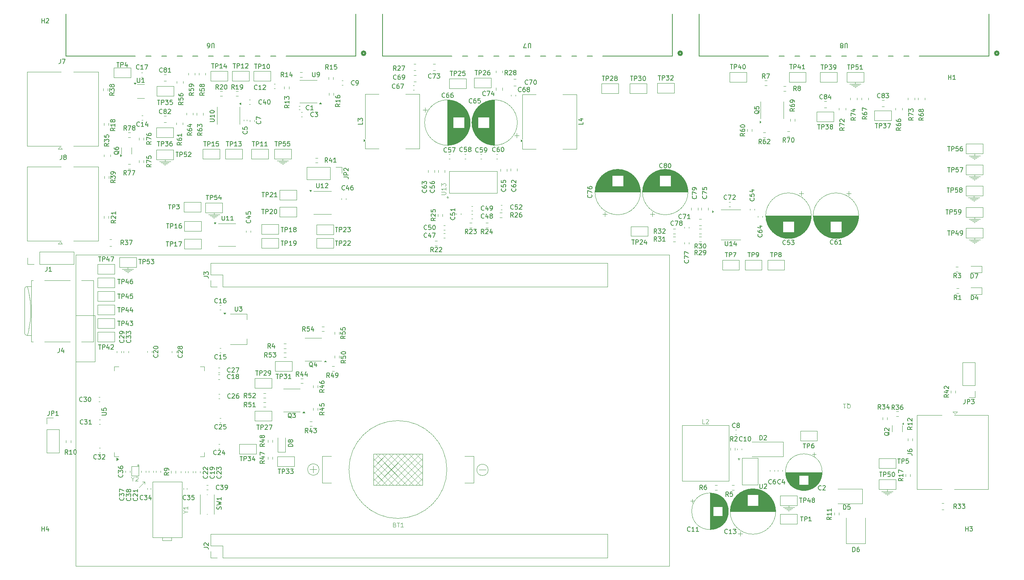
<source format=gbr>
%TF.GenerationSoftware,KiCad,Pcbnew,9.0.3*%
%TF.CreationDate,2025-10-14T12:15:04-07:00*%
%TF.ProjectId,VCU_v1,5643555f-7631-42e6-9b69-6361645f7063,rev?*%
%TF.SameCoordinates,Original*%
%TF.FileFunction,Legend,Top*%
%TF.FilePolarity,Positive*%
%FSLAX46Y46*%
G04 Gerber Fmt 4.6, Leading zero omitted, Abs format (unit mm)*
G04 Created by KiCad (PCBNEW 9.0.3) date 2025-10-14 12:15:04*
%MOMM*%
%LPD*%
G01*
G04 APERTURE LIST*
%ADD10C,0.100000*%
%ADD11C,0.150000*%
%ADD12C,0.152400*%
%ADD13C,0.120000*%
%ADD14C,0.508000*%
G04 APERTURE END LIST*
D10*
X56769000Y-85725000D02*
X57023000Y-85725000D01*
X238252000Y-98425000D02*
X239268000Y-98425000D01*
X66999825Y-97134124D02*
X68777825Y-97134124D01*
X238760000Y-83693000D02*
X237490000Y-83693000D01*
X237871000Y-98171000D02*
X239649000Y-98171000D01*
X196998021Y-162742766D02*
X195728021Y-162742766D01*
X211963000Y-67140000D02*
X211963000Y-67564000D01*
X52309300Y-157037300D02*
X52309300Y-157545300D01*
X211455000Y-68072000D02*
X212471000Y-68072000D01*
X47675500Y-109430500D02*
X49453500Y-109430500D01*
X82079406Y-84834590D02*
X84619406Y-84834590D01*
X66618825Y-96880124D02*
X69158825Y-96880124D01*
X238760000Y-88392000D02*
X237490000Y-88392000D01*
X67888825Y-96880124D02*
X66618825Y-96880124D01*
X238252000Y-103124000D02*
X239268000Y-103124000D01*
X210693000Y-67564000D02*
X213233000Y-67564000D01*
X238760000Y-97493000D02*
X238760000Y-97917000D01*
X211074000Y-67818000D02*
X212852000Y-67818000D01*
X196871021Y-163504766D02*
X197125021Y-163504766D01*
X48437500Y-109938500D02*
X48691500Y-109938500D01*
X238633000Y-84455000D02*
X238887000Y-84455000D01*
X56896000Y-84963000D02*
X55626000Y-84963000D01*
X219151200Y-158834000D02*
X219151200Y-159258000D01*
X238252000Y-88900000D02*
X239268000Y-88900000D01*
X52309300Y-157545300D02*
X52309300Y-157037300D01*
X52309300Y-157037300D02*
X51801300Y-157037300D01*
X238760000Y-102616000D02*
X237490000Y-102616000D01*
X238633000Y-89154000D02*
X238887000Y-89154000D01*
X36838636Y-105964943D02*
X170178730Y-105964943D01*
X170178730Y-175965057D01*
X36838636Y-175965057D01*
X36838636Y-105964943D01*
X67380825Y-97388124D02*
X68396825Y-97388124D01*
X47294500Y-109176500D02*
X49834500Y-109176500D01*
X238633000Y-92667000D02*
X238633000Y-93091000D01*
X238760000Y-102192000D02*
X238760000Y-102616000D01*
X36830000Y-119629000D02*
X41148000Y-119629000D01*
X41148000Y-130043000D01*
X36830000Y-130043000D01*
X36830000Y-119629000D01*
X218643200Y-159766000D02*
X219659200Y-159766000D01*
X211963000Y-67564000D02*
X210693000Y-67564000D01*
X83222406Y-85596590D02*
X83476406Y-85596590D01*
X238760000Y-87968000D02*
X238760000Y-88392000D01*
X48564500Y-109176500D02*
X47294500Y-109176500D01*
X237871000Y-88646000D02*
X239649000Y-88646000D01*
X219024200Y-160020000D02*
X219278200Y-160020000D01*
X237871000Y-83947000D02*
X239649000Y-83947000D01*
X238633000Y-93091000D02*
X237363000Y-93091000D01*
X237871000Y-102870000D02*
X239649000Y-102870000D01*
X219151200Y-159258000D02*
X217881200Y-159258000D01*
X82841406Y-85342590D02*
X83857406Y-85342590D01*
X196998021Y-162318766D02*
X196998021Y-162742766D01*
X237490000Y-102616000D02*
X240030000Y-102616000D01*
X238760000Y-97917000D02*
X237490000Y-97917000D01*
X196490021Y-163250766D02*
X197506021Y-163250766D01*
X238506000Y-93853000D02*
X238760000Y-93853000D01*
X56896000Y-84539000D02*
X56896000Y-84963000D01*
X196109021Y-162996766D02*
X197887021Y-162996766D01*
X238252000Y-84201000D02*
X239268000Y-84201000D01*
X51039300Y-158307300D02*
X52309300Y-157037300D01*
X195728021Y-162742766D02*
X198268021Y-162742766D01*
X67761825Y-97642124D02*
X68015825Y-97642124D01*
X238125000Y-93599000D02*
X239141000Y-93599000D01*
X67888825Y-96456124D02*
X67888825Y-96880124D01*
X237490000Y-88392000D02*
X240030000Y-88392000D01*
X237490000Y-97917000D02*
X240030000Y-97917000D01*
X48056500Y-109684500D02*
X49072500Y-109684500D01*
X237490000Y-83693000D02*
X240030000Y-83693000D01*
X56388000Y-85471000D02*
X57404000Y-85471000D01*
X217881200Y-159258000D02*
X220421200Y-159258000D01*
X237363000Y-93091000D02*
X239903000Y-93091000D01*
X55626000Y-84963000D02*
X58166000Y-84963000D01*
X48564500Y-108752500D02*
X48564500Y-109176500D01*
X238633000Y-98679000D02*
X238887000Y-98679000D01*
X238633000Y-103378000D02*
X238887000Y-103378000D01*
X218262200Y-159512000D02*
X220040200Y-159512000D01*
X56007000Y-85217000D02*
X57785000Y-85217000D01*
X83349406Y-84834590D02*
X82079406Y-84834590D01*
X82460406Y-85088590D02*
X84238406Y-85088590D01*
X237744000Y-93345000D02*
X239522000Y-93345000D01*
X238760000Y-83269000D02*
X238760000Y-83693000D01*
X211836000Y-68326000D02*
X212090000Y-68326000D01*
X83349406Y-84410590D02*
X83349406Y-84834590D01*
D11*
X124936642Y-101198819D02*
X124603309Y-100722628D01*
X124365214Y-101198819D02*
X124365214Y-100198819D01*
X124365214Y-100198819D02*
X124746166Y-100198819D01*
X124746166Y-100198819D02*
X124841404Y-100246438D01*
X124841404Y-100246438D02*
X124889023Y-100294057D01*
X124889023Y-100294057D02*
X124936642Y-100389295D01*
X124936642Y-100389295D02*
X124936642Y-100532152D01*
X124936642Y-100532152D02*
X124889023Y-100627390D01*
X124889023Y-100627390D02*
X124841404Y-100675009D01*
X124841404Y-100675009D02*
X124746166Y-100722628D01*
X124746166Y-100722628D02*
X124365214Y-100722628D01*
X125317595Y-100294057D02*
X125365214Y-100246438D01*
X125365214Y-100246438D02*
X125460452Y-100198819D01*
X125460452Y-100198819D02*
X125698547Y-100198819D01*
X125698547Y-100198819D02*
X125793785Y-100246438D01*
X125793785Y-100246438D02*
X125841404Y-100294057D01*
X125841404Y-100294057D02*
X125889023Y-100389295D01*
X125889023Y-100389295D02*
X125889023Y-100484533D01*
X125889023Y-100484533D02*
X125841404Y-100627390D01*
X125841404Y-100627390D02*
X125269976Y-101198819D01*
X125269976Y-101198819D02*
X125889023Y-101198819D01*
X126222357Y-100198819D02*
X126841404Y-100198819D01*
X126841404Y-100198819D02*
X126508071Y-100579771D01*
X126508071Y-100579771D02*
X126650928Y-100579771D01*
X126650928Y-100579771D02*
X126746166Y-100627390D01*
X126746166Y-100627390D02*
X126793785Y-100675009D01*
X126793785Y-100675009D02*
X126841404Y-100770247D01*
X126841404Y-100770247D02*
X126841404Y-101008342D01*
X126841404Y-101008342D02*
X126793785Y-101103580D01*
X126793785Y-101103580D02*
X126746166Y-101151200D01*
X126746166Y-101151200D02*
X126650928Y-101198819D01*
X126650928Y-101198819D02*
X126365214Y-101198819D01*
X126365214Y-101198819D02*
X126269976Y-101151200D01*
X126269976Y-101151200D02*
X126222357Y-101103580D01*
X209319905Y-163228819D02*
X209319905Y-162228819D01*
X209319905Y-162228819D02*
X209558000Y-162228819D01*
X209558000Y-162228819D02*
X209700857Y-162276438D01*
X209700857Y-162276438D02*
X209796095Y-162371676D01*
X209796095Y-162371676D02*
X209843714Y-162466914D01*
X209843714Y-162466914D02*
X209891333Y-162657390D01*
X209891333Y-162657390D02*
X209891333Y-162800247D01*
X209891333Y-162800247D02*
X209843714Y-162990723D01*
X209843714Y-162990723D02*
X209796095Y-163085961D01*
X209796095Y-163085961D02*
X209700857Y-163181200D01*
X209700857Y-163181200D02*
X209558000Y-163228819D01*
X209558000Y-163228819D02*
X209319905Y-163228819D01*
X210796095Y-162228819D02*
X210319905Y-162228819D01*
X210319905Y-162228819D02*
X210272286Y-162705009D01*
X210272286Y-162705009D02*
X210319905Y-162657390D01*
X210319905Y-162657390D02*
X210415143Y-162609771D01*
X210415143Y-162609771D02*
X210653238Y-162609771D01*
X210653238Y-162609771D02*
X210748476Y-162657390D01*
X210748476Y-162657390D02*
X210796095Y-162705009D01*
X210796095Y-162705009D02*
X210843714Y-162800247D01*
X210843714Y-162800247D02*
X210843714Y-163038342D01*
X210843714Y-163038342D02*
X210796095Y-163133580D01*
X210796095Y-163133580D02*
X210748476Y-163181200D01*
X210748476Y-163181200D02*
X210653238Y-163228819D01*
X210653238Y-163228819D02*
X210415143Y-163228819D01*
X210415143Y-163228819D02*
X210319905Y-163181200D01*
X210319905Y-163181200D02*
X210272286Y-163133580D01*
D10*
X108480012Y-166690585D02*
X108622869Y-166738204D01*
X108622869Y-166738204D02*
X108670488Y-166785823D01*
X108670488Y-166785823D02*
X108718107Y-166881061D01*
X108718107Y-166881061D02*
X108718107Y-167023918D01*
X108718107Y-167023918D02*
X108670488Y-167119156D01*
X108670488Y-167119156D02*
X108622869Y-167166776D01*
X108622869Y-167166776D02*
X108527631Y-167214395D01*
X108527631Y-167214395D02*
X108146679Y-167214395D01*
X108146679Y-167214395D02*
X108146679Y-166214395D01*
X108146679Y-166214395D02*
X108480012Y-166214395D01*
X108480012Y-166214395D02*
X108575250Y-166262014D01*
X108575250Y-166262014D02*
X108622869Y-166309633D01*
X108622869Y-166309633D02*
X108670488Y-166404871D01*
X108670488Y-166404871D02*
X108670488Y-166500109D01*
X108670488Y-166500109D02*
X108622869Y-166595347D01*
X108622869Y-166595347D02*
X108575250Y-166642966D01*
X108575250Y-166642966D02*
X108480012Y-166690585D01*
X108480012Y-166690585D02*
X108146679Y-166690585D01*
X109003822Y-166214395D02*
X109575250Y-166214395D01*
X109289536Y-167214395D02*
X109289536Y-166214395D01*
X110432393Y-167214395D02*
X109860965Y-167214395D01*
X110146679Y-167214395D02*
X110146679Y-166214395D01*
X110146679Y-166214395D02*
X110051441Y-166357252D01*
X110051441Y-166357252D02*
X109956203Y-166452490D01*
X109956203Y-166452490D02*
X109860965Y-166500109D01*
X127461979Y-154338532D02*
X128985789Y-154338532D01*
X89461979Y-154257906D02*
X90985789Y-154257906D01*
X90223884Y-155019811D02*
X90223884Y-153496001D01*
D11*
X187153430Y-78620857D02*
X186677239Y-78954190D01*
X187153430Y-79192285D02*
X186153430Y-79192285D01*
X186153430Y-79192285D02*
X186153430Y-78811333D01*
X186153430Y-78811333D02*
X186201049Y-78716095D01*
X186201049Y-78716095D02*
X186248668Y-78668476D01*
X186248668Y-78668476D02*
X186343906Y-78620857D01*
X186343906Y-78620857D02*
X186486763Y-78620857D01*
X186486763Y-78620857D02*
X186582001Y-78668476D01*
X186582001Y-78668476D02*
X186629620Y-78716095D01*
X186629620Y-78716095D02*
X186677239Y-78811333D01*
X186677239Y-78811333D02*
X186677239Y-79192285D01*
X186153430Y-77763714D02*
X186153430Y-77954190D01*
X186153430Y-77954190D02*
X186201049Y-78049428D01*
X186201049Y-78049428D02*
X186248668Y-78097047D01*
X186248668Y-78097047D02*
X186391525Y-78192285D01*
X186391525Y-78192285D02*
X186582001Y-78239904D01*
X186582001Y-78239904D02*
X186962953Y-78239904D01*
X186962953Y-78239904D02*
X187058191Y-78192285D01*
X187058191Y-78192285D02*
X187105811Y-78144666D01*
X187105811Y-78144666D02*
X187153430Y-78049428D01*
X187153430Y-78049428D02*
X187153430Y-77858952D01*
X187153430Y-77858952D02*
X187105811Y-77763714D01*
X187105811Y-77763714D02*
X187058191Y-77716095D01*
X187058191Y-77716095D02*
X186962953Y-77668476D01*
X186962953Y-77668476D02*
X186724858Y-77668476D01*
X186724858Y-77668476D02*
X186629620Y-77716095D01*
X186629620Y-77716095D02*
X186582001Y-77763714D01*
X186582001Y-77763714D02*
X186534382Y-77858952D01*
X186534382Y-77858952D02*
X186534382Y-78049428D01*
X186534382Y-78049428D02*
X186582001Y-78144666D01*
X186582001Y-78144666D02*
X186629620Y-78192285D01*
X186629620Y-78192285D02*
X186724858Y-78239904D01*
X186153430Y-77049428D02*
X186153430Y-76954190D01*
X186153430Y-76954190D02*
X186201049Y-76858952D01*
X186201049Y-76858952D02*
X186248668Y-76811333D01*
X186248668Y-76811333D02*
X186343906Y-76763714D01*
X186343906Y-76763714D02*
X186534382Y-76716095D01*
X186534382Y-76716095D02*
X186772477Y-76716095D01*
X186772477Y-76716095D02*
X186962953Y-76763714D01*
X186962953Y-76763714D02*
X187058191Y-76811333D01*
X187058191Y-76811333D02*
X187105811Y-76858952D01*
X187105811Y-76858952D02*
X187153430Y-76954190D01*
X187153430Y-76954190D02*
X187153430Y-77049428D01*
X187153430Y-77049428D02*
X187105811Y-77144666D01*
X187105811Y-77144666D02*
X187058191Y-77192285D01*
X187058191Y-77192285D02*
X186962953Y-77239904D01*
X186962953Y-77239904D02*
X186772477Y-77287523D01*
X186772477Y-77287523D02*
X186534382Y-77287523D01*
X186534382Y-77287523D02*
X186343906Y-77239904D01*
X186343906Y-77239904D02*
X186248668Y-77192285D01*
X186248668Y-77192285D02*
X186201049Y-77144666D01*
X186201049Y-77144666D02*
X186153430Y-77049428D01*
X199450926Y-160673585D02*
X200022354Y-160673585D01*
X199736640Y-161673585D02*
X199736640Y-160673585D01*
X200355688Y-161673585D02*
X200355688Y-160673585D01*
X200355688Y-160673585D02*
X200736640Y-160673585D01*
X200736640Y-160673585D02*
X200831878Y-160721204D01*
X200831878Y-160721204D02*
X200879497Y-160768823D01*
X200879497Y-160768823D02*
X200927116Y-160864061D01*
X200927116Y-160864061D02*
X200927116Y-161006918D01*
X200927116Y-161006918D02*
X200879497Y-161102156D01*
X200879497Y-161102156D02*
X200831878Y-161149775D01*
X200831878Y-161149775D02*
X200736640Y-161197394D01*
X200736640Y-161197394D02*
X200355688Y-161197394D01*
X201784259Y-161006918D02*
X201784259Y-161673585D01*
X201546164Y-160625966D02*
X201308069Y-161340251D01*
X201308069Y-161340251D02*
X201927116Y-161340251D01*
X202450926Y-161102156D02*
X202355688Y-161054537D01*
X202355688Y-161054537D02*
X202308069Y-161006918D01*
X202308069Y-161006918D02*
X202260450Y-160911680D01*
X202260450Y-160911680D02*
X202260450Y-160864061D01*
X202260450Y-160864061D02*
X202308069Y-160768823D01*
X202308069Y-160768823D02*
X202355688Y-160721204D01*
X202355688Y-160721204D02*
X202450926Y-160673585D01*
X202450926Y-160673585D02*
X202641402Y-160673585D01*
X202641402Y-160673585D02*
X202736640Y-160721204D01*
X202736640Y-160721204D02*
X202784259Y-160768823D01*
X202784259Y-160768823D02*
X202831878Y-160864061D01*
X202831878Y-160864061D02*
X202831878Y-160911680D01*
X202831878Y-160911680D02*
X202784259Y-161006918D01*
X202784259Y-161006918D02*
X202736640Y-161054537D01*
X202736640Y-161054537D02*
X202641402Y-161102156D01*
X202641402Y-161102156D02*
X202450926Y-161102156D01*
X202450926Y-161102156D02*
X202355688Y-161149775D01*
X202355688Y-161149775D02*
X202308069Y-161197394D01*
X202308069Y-161197394D02*
X202260450Y-161292632D01*
X202260450Y-161292632D02*
X202260450Y-161483108D01*
X202260450Y-161483108D02*
X202308069Y-161578346D01*
X202308069Y-161578346D02*
X202355688Y-161625966D01*
X202355688Y-161625966D02*
X202450926Y-161673585D01*
X202450926Y-161673585D02*
X202641402Y-161673585D01*
X202641402Y-161673585D02*
X202736640Y-161625966D01*
X202736640Y-161625966D02*
X202784259Y-161578346D01*
X202784259Y-161578346D02*
X202831878Y-161483108D01*
X202831878Y-161483108D02*
X202831878Y-161292632D01*
X202831878Y-161292632D02*
X202784259Y-161197394D01*
X202784259Y-161197394D02*
X202736640Y-161149775D01*
X202736640Y-161149775D02*
X202641402Y-161102156D01*
X72644095Y-117636819D02*
X72644095Y-118446342D01*
X72644095Y-118446342D02*
X72691714Y-118541580D01*
X72691714Y-118541580D02*
X72739333Y-118589200D01*
X72739333Y-118589200D02*
X72834571Y-118636819D01*
X72834571Y-118636819D02*
X73025047Y-118636819D01*
X73025047Y-118636819D02*
X73120285Y-118589200D01*
X73120285Y-118589200D02*
X73167904Y-118541580D01*
X73167904Y-118541580D02*
X73215523Y-118446342D01*
X73215523Y-118446342D02*
X73215523Y-117636819D01*
X73596476Y-117636819D02*
X74215523Y-117636819D01*
X74215523Y-117636819D02*
X73882190Y-118017771D01*
X73882190Y-118017771D02*
X74025047Y-118017771D01*
X74025047Y-118017771D02*
X74120285Y-118065390D01*
X74120285Y-118065390D02*
X74167904Y-118113009D01*
X74167904Y-118113009D02*
X74215523Y-118208247D01*
X74215523Y-118208247D02*
X74215523Y-118446342D01*
X74215523Y-118446342D02*
X74167904Y-118541580D01*
X74167904Y-118541580D02*
X74120285Y-118589200D01*
X74120285Y-118589200D02*
X74025047Y-118636819D01*
X74025047Y-118636819D02*
X73739333Y-118636819D01*
X73739333Y-118636819D02*
X73644095Y-118589200D01*
X73644095Y-118589200D02*
X73596476Y-118541580D01*
X60652819Y-80652857D02*
X60176628Y-80986190D01*
X60652819Y-81224285D02*
X59652819Y-81224285D01*
X59652819Y-81224285D02*
X59652819Y-80843333D01*
X59652819Y-80843333D02*
X59700438Y-80748095D01*
X59700438Y-80748095D02*
X59748057Y-80700476D01*
X59748057Y-80700476D02*
X59843295Y-80652857D01*
X59843295Y-80652857D02*
X59986152Y-80652857D01*
X59986152Y-80652857D02*
X60081390Y-80700476D01*
X60081390Y-80700476D02*
X60129009Y-80748095D01*
X60129009Y-80748095D02*
X60176628Y-80843333D01*
X60176628Y-80843333D02*
X60176628Y-81224285D01*
X59652819Y-79795714D02*
X59652819Y-79986190D01*
X59652819Y-79986190D02*
X59700438Y-80081428D01*
X59700438Y-80081428D02*
X59748057Y-80129047D01*
X59748057Y-80129047D02*
X59890914Y-80224285D01*
X59890914Y-80224285D02*
X60081390Y-80271904D01*
X60081390Y-80271904D02*
X60462342Y-80271904D01*
X60462342Y-80271904D02*
X60557580Y-80224285D01*
X60557580Y-80224285D02*
X60605200Y-80176666D01*
X60605200Y-80176666D02*
X60652819Y-80081428D01*
X60652819Y-80081428D02*
X60652819Y-79890952D01*
X60652819Y-79890952D02*
X60605200Y-79795714D01*
X60605200Y-79795714D02*
X60557580Y-79748095D01*
X60557580Y-79748095D02*
X60462342Y-79700476D01*
X60462342Y-79700476D02*
X60224247Y-79700476D01*
X60224247Y-79700476D02*
X60129009Y-79748095D01*
X60129009Y-79748095D02*
X60081390Y-79795714D01*
X60081390Y-79795714D02*
X60033771Y-79890952D01*
X60033771Y-79890952D02*
X60033771Y-80081428D01*
X60033771Y-80081428D02*
X60081390Y-80176666D01*
X60081390Y-80176666D02*
X60129009Y-80224285D01*
X60129009Y-80224285D02*
X60224247Y-80271904D01*
X60652819Y-78748095D02*
X60652819Y-79319523D01*
X60652819Y-79033809D02*
X59652819Y-79033809D01*
X59652819Y-79033809D02*
X59795676Y-79129047D01*
X59795676Y-79129047D02*
X59890914Y-79224285D01*
X59890914Y-79224285D02*
X59938533Y-79319523D01*
X232909484Y-66494819D02*
X232909484Y-65494819D01*
X232909484Y-65971009D02*
X233480912Y-65971009D01*
X233480912Y-66494819D02*
X233480912Y-65494819D01*
X234480912Y-66494819D02*
X233909484Y-66494819D01*
X234195198Y-66494819D02*
X234195198Y-65494819D01*
X234195198Y-65494819D02*
X234099960Y-65637676D01*
X234099960Y-65637676D02*
X234004722Y-65732914D01*
X234004722Y-65732914D02*
X233909484Y-65780533D01*
X93851991Y-133550819D02*
X93518658Y-133074628D01*
X93280563Y-133550819D02*
X93280563Y-132550819D01*
X93280563Y-132550819D02*
X93661515Y-132550819D01*
X93661515Y-132550819D02*
X93756753Y-132598438D01*
X93756753Y-132598438D02*
X93804372Y-132646057D01*
X93804372Y-132646057D02*
X93851991Y-132741295D01*
X93851991Y-132741295D02*
X93851991Y-132884152D01*
X93851991Y-132884152D02*
X93804372Y-132979390D01*
X93804372Y-132979390D02*
X93756753Y-133027009D01*
X93756753Y-133027009D02*
X93661515Y-133074628D01*
X93661515Y-133074628D02*
X93280563Y-133074628D01*
X94709134Y-132884152D02*
X94709134Y-133550819D01*
X94471039Y-132503200D02*
X94232944Y-133217485D01*
X94232944Y-133217485D02*
X94851991Y-133217485D01*
X95280563Y-133550819D02*
X95471039Y-133550819D01*
X95471039Y-133550819D02*
X95566277Y-133503200D01*
X95566277Y-133503200D02*
X95613896Y-133455580D01*
X95613896Y-133455580D02*
X95709134Y-133312723D01*
X95709134Y-133312723D02*
X95756753Y-133122247D01*
X95756753Y-133122247D02*
X95756753Y-132741295D01*
X95756753Y-132741295D02*
X95709134Y-132646057D01*
X95709134Y-132646057D02*
X95661515Y-132598438D01*
X95661515Y-132598438D02*
X95566277Y-132550819D01*
X95566277Y-132550819D02*
X95375801Y-132550819D01*
X95375801Y-132550819D02*
X95280563Y-132598438D01*
X95280563Y-132598438D02*
X95232944Y-132646057D01*
X95232944Y-132646057D02*
X95185325Y-132741295D01*
X95185325Y-132741295D02*
X95185325Y-132979390D01*
X95185325Y-132979390D02*
X95232944Y-133074628D01*
X95232944Y-133074628D02*
X95280563Y-133122247D01*
X95280563Y-133122247D02*
X95375801Y-133169866D01*
X95375801Y-133169866D02*
X95566277Y-133169866D01*
X95566277Y-133169866D02*
X95661515Y-133122247D01*
X95661515Y-133122247D02*
X95709134Y-133074628D01*
X95709134Y-133074628D02*
X95756753Y-132979390D01*
X51017405Y-106980319D02*
X51588833Y-106980319D01*
X51303119Y-107980319D02*
X51303119Y-106980319D01*
X51922167Y-107980319D02*
X51922167Y-106980319D01*
X51922167Y-106980319D02*
X52303119Y-106980319D01*
X52303119Y-106980319D02*
X52398357Y-107027938D01*
X52398357Y-107027938D02*
X52445976Y-107075557D01*
X52445976Y-107075557D02*
X52493595Y-107170795D01*
X52493595Y-107170795D02*
X52493595Y-107313652D01*
X52493595Y-107313652D02*
X52445976Y-107408890D01*
X52445976Y-107408890D02*
X52398357Y-107456509D01*
X52398357Y-107456509D02*
X52303119Y-107504128D01*
X52303119Y-107504128D02*
X51922167Y-107504128D01*
X53398357Y-106980319D02*
X52922167Y-106980319D01*
X52922167Y-106980319D02*
X52874548Y-107456509D01*
X52874548Y-107456509D02*
X52922167Y-107408890D01*
X52922167Y-107408890D02*
X53017405Y-107361271D01*
X53017405Y-107361271D02*
X53255500Y-107361271D01*
X53255500Y-107361271D02*
X53350738Y-107408890D01*
X53350738Y-107408890D02*
X53398357Y-107456509D01*
X53398357Y-107456509D02*
X53445976Y-107551747D01*
X53445976Y-107551747D02*
X53445976Y-107789842D01*
X53445976Y-107789842D02*
X53398357Y-107885080D01*
X53398357Y-107885080D02*
X53350738Y-107932700D01*
X53350738Y-107932700D02*
X53255500Y-107980319D01*
X53255500Y-107980319D02*
X53017405Y-107980319D01*
X53017405Y-107980319D02*
X52922167Y-107932700D01*
X52922167Y-107932700D02*
X52874548Y-107885080D01*
X53779310Y-106980319D02*
X54398357Y-106980319D01*
X54398357Y-106980319D02*
X54065024Y-107361271D01*
X54065024Y-107361271D02*
X54207881Y-107361271D01*
X54207881Y-107361271D02*
X54303119Y-107408890D01*
X54303119Y-107408890D02*
X54350738Y-107456509D01*
X54350738Y-107456509D02*
X54398357Y-107551747D01*
X54398357Y-107551747D02*
X54398357Y-107789842D01*
X54398357Y-107789842D02*
X54350738Y-107885080D01*
X54350738Y-107885080D02*
X54303119Y-107932700D01*
X54303119Y-107932700D02*
X54207881Y-107980319D01*
X54207881Y-107980319D02*
X53922167Y-107980319D01*
X53922167Y-107980319D02*
X53826929Y-107932700D01*
X53826929Y-107932700D02*
X53779310Y-107885080D01*
X56295585Y-64796471D02*
X56247966Y-64844091D01*
X56247966Y-64844091D02*
X56105109Y-64891710D01*
X56105109Y-64891710D02*
X56009871Y-64891710D01*
X56009871Y-64891710D02*
X55867014Y-64844091D01*
X55867014Y-64844091D02*
X55771776Y-64748852D01*
X55771776Y-64748852D02*
X55724157Y-64653614D01*
X55724157Y-64653614D02*
X55676538Y-64463138D01*
X55676538Y-64463138D02*
X55676538Y-64320281D01*
X55676538Y-64320281D02*
X55724157Y-64129805D01*
X55724157Y-64129805D02*
X55771776Y-64034567D01*
X55771776Y-64034567D02*
X55867014Y-63939329D01*
X55867014Y-63939329D02*
X56009871Y-63891710D01*
X56009871Y-63891710D02*
X56105109Y-63891710D01*
X56105109Y-63891710D02*
X56247966Y-63939329D01*
X56247966Y-63939329D02*
X56295585Y-63986948D01*
X56867014Y-64320281D02*
X56771776Y-64272662D01*
X56771776Y-64272662D02*
X56724157Y-64225043D01*
X56724157Y-64225043D02*
X56676538Y-64129805D01*
X56676538Y-64129805D02*
X56676538Y-64082186D01*
X56676538Y-64082186D02*
X56724157Y-63986948D01*
X56724157Y-63986948D02*
X56771776Y-63939329D01*
X56771776Y-63939329D02*
X56867014Y-63891710D01*
X56867014Y-63891710D02*
X57057490Y-63891710D01*
X57057490Y-63891710D02*
X57152728Y-63939329D01*
X57152728Y-63939329D02*
X57200347Y-63986948D01*
X57200347Y-63986948D02*
X57247966Y-64082186D01*
X57247966Y-64082186D02*
X57247966Y-64129805D01*
X57247966Y-64129805D02*
X57200347Y-64225043D01*
X57200347Y-64225043D02*
X57152728Y-64272662D01*
X57152728Y-64272662D02*
X57057490Y-64320281D01*
X57057490Y-64320281D02*
X56867014Y-64320281D01*
X56867014Y-64320281D02*
X56771776Y-64367900D01*
X56771776Y-64367900D02*
X56724157Y-64415519D01*
X56724157Y-64415519D02*
X56676538Y-64510757D01*
X56676538Y-64510757D02*
X56676538Y-64701233D01*
X56676538Y-64701233D02*
X56724157Y-64796471D01*
X56724157Y-64796471D02*
X56771776Y-64844091D01*
X56771776Y-64844091D02*
X56867014Y-64891710D01*
X56867014Y-64891710D02*
X57057490Y-64891710D01*
X57057490Y-64891710D02*
X57152728Y-64844091D01*
X57152728Y-64844091D02*
X57200347Y-64796471D01*
X57200347Y-64796471D02*
X57247966Y-64701233D01*
X57247966Y-64701233D02*
X57247966Y-64510757D01*
X57247966Y-64510757D02*
X57200347Y-64415519D01*
X57200347Y-64415519D02*
X57152728Y-64367900D01*
X57152728Y-64367900D02*
X57057490Y-64320281D01*
X58200347Y-64891710D02*
X57628919Y-64891710D01*
X57914633Y-64891710D02*
X57914633Y-63891710D01*
X57914633Y-63891710D02*
X57819395Y-64034567D01*
X57819395Y-64034567D02*
X57724157Y-64129805D01*
X57724157Y-64129805D02*
X57628919Y-64177424D01*
X209505430Y-77350857D02*
X209029239Y-77684190D01*
X209505430Y-77922285D02*
X208505430Y-77922285D01*
X208505430Y-77922285D02*
X208505430Y-77541333D01*
X208505430Y-77541333D02*
X208553049Y-77446095D01*
X208553049Y-77446095D02*
X208600668Y-77398476D01*
X208600668Y-77398476D02*
X208695906Y-77350857D01*
X208695906Y-77350857D02*
X208838763Y-77350857D01*
X208838763Y-77350857D02*
X208934001Y-77398476D01*
X208934001Y-77398476D02*
X208981620Y-77446095D01*
X208981620Y-77446095D02*
X209029239Y-77541333D01*
X209029239Y-77541333D02*
X209029239Y-77922285D01*
X208505430Y-77017523D02*
X208505430Y-76350857D01*
X208505430Y-76350857D02*
X209505430Y-76779428D01*
X208600668Y-76017523D02*
X208553049Y-75969904D01*
X208553049Y-75969904D02*
X208505430Y-75874666D01*
X208505430Y-75874666D02*
X208505430Y-75636571D01*
X208505430Y-75636571D02*
X208553049Y-75541333D01*
X208553049Y-75541333D02*
X208600668Y-75493714D01*
X208600668Y-75493714D02*
X208695906Y-75446095D01*
X208695906Y-75446095D02*
X208791144Y-75446095D01*
X208791144Y-75446095D02*
X208934001Y-75493714D01*
X208934001Y-75493714D02*
X209505430Y-76065142D01*
X209505430Y-76065142D02*
X209505430Y-75446095D01*
X131090819Y-82679581D02*
X131043200Y-82727201D01*
X131043200Y-82727201D02*
X130900343Y-82774820D01*
X130900343Y-82774820D02*
X130805105Y-82774820D01*
X130805105Y-82774820D02*
X130662248Y-82727201D01*
X130662248Y-82727201D02*
X130567010Y-82631962D01*
X130567010Y-82631962D02*
X130519391Y-82536724D01*
X130519391Y-82536724D02*
X130471772Y-82346248D01*
X130471772Y-82346248D02*
X130471772Y-82203391D01*
X130471772Y-82203391D02*
X130519391Y-82012915D01*
X130519391Y-82012915D02*
X130567010Y-81917677D01*
X130567010Y-81917677D02*
X130662248Y-81822439D01*
X130662248Y-81822439D02*
X130805105Y-81774820D01*
X130805105Y-81774820D02*
X130900343Y-81774820D01*
X130900343Y-81774820D02*
X131043200Y-81822439D01*
X131043200Y-81822439D02*
X131090819Y-81870058D01*
X131947962Y-81774820D02*
X131757486Y-81774820D01*
X131757486Y-81774820D02*
X131662248Y-81822439D01*
X131662248Y-81822439D02*
X131614629Y-81870058D01*
X131614629Y-81870058D02*
X131519391Y-82012915D01*
X131519391Y-82012915D02*
X131471772Y-82203391D01*
X131471772Y-82203391D02*
X131471772Y-82584343D01*
X131471772Y-82584343D02*
X131519391Y-82679581D01*
X131519391Y-82679581D02*
X131567010Y-82727201D01*
X131567010Y-82727201D02*
X131662248Y-82774820D01*
X131662248Y-82774820D02*
X131852724Y-82774820D01*
X131852724Y-82774820D02*
X131947962Y-82727201D01*
X131947962Y-82727201D02*
X131995581Y-82679581D01*
X131995581Y-82679581D02*
X132043200Y-82584343D01*
X132043200Y-82584343D02*
X132043200Y-82346248D01*
X132043200Y-82346248D02*
X131995581Y-82251010D01*
X131995581Y-82251010D02*
X131947962Y-82203391D01*
X131947962Y-82203391D02*
X131852724Y-82155772D01*
X131852724Y-82155772D02*
X131662248Y-82155772D01*
X131662248Y-82155772D02*
X131567010Y-82203391D01*
X131567010Y-82203391D02*
X131519391Y-82251010D01*
X131519391Y-82251010D02*
X131471772Y-82346248D01*
X132662248Y-81774820D02*
X132757486Y-81774820D01*
X132757486Y-81774820D02*
X132852724Y-81822439D01*
X132852724Y-81822439D02*
X132900343Y-81870058D01*
X132900343Y-81870058D02*
X132947962Y-81965296D01*
X132947962Y-81965296D02*
X132995581Y-82155772D01*
X132995581Y-82155772D02*
X132995581Y-82393867D01*
X132995581Y-82393867D02*
X132947962Y-82584343D01*
X132947962Y-82584343D02*
X132900343Y-82679581D01*
X132900343Y-82679581D02*
X132852724Y-82727201D01*
X132852724Y-82727201D02*
X132757486Y-82774820D01*
X132757486Y-82774820D02*
X132662248Y-82774820D01*
X132662248Y-82774820D02*
X132567010Y-82727201D01*
X132567010Y-82727201D02*
X132519391Y-82679581D01*
X132519391Y-82679581D02*
X132471772Y-82584343D01*
X132471772Y-82584343D02*
X132424153Y-82393867D01*
X132424153Y-82393867D02*
X132424153Y-82155772D01*
X132424153Y-82155772D02*
X132471772Y-81965296D01*
X132471772Y-81965296D02*
X132519391Y-81870058D01*
X132519391Y-81870058D02*
X132567010Y-81822439D01*
X132567010Y-81822439D02*
X132662248Y-81774820D01*
X33702666Y-83528819D02*
X33702666Y-84243104D01*
X33702666Y-84243104D02*
X33655047Y-84385961D01*
X33655047Y-84385961D02*
X33559809Y-84481200D01*
X33559809Y-84481200D02*
X33416952Y-84528819D01*
X33416952Y-84528819D02*
X33321714Y-84528819D01*
X34321714Y-83957390D02*
X34226476Y-83909771D01*
X34226476Y-83909771D02*
X34178857Y-83862152D01*
X34178857Y-83862152D02*
X34131238Y-83766914D01*
X34131238Y-83766914D02*
X34131238Y-83719295D01*
X34131238Y-83719295D02*
X34178857Y-83624057D01*
X34178857Y-83624057D02*
X34226476Y-83576438D01*
X34226476Y-83576438D02*
X34321714Y-83528819D01*
X34321714Y-83528819D02*
X34512190Y-83528819D01*
X34512190Y-83528819D02*
X34607428Y-83576438D01*
X34607428Y-83576438D02*
X34655047Y-83624057D01*
X34655047Y-83624057D02*
X34702666Y-83719295D01*
X34702666Y-83719295D02*
X34702666Y-83766914D01*
X34702666Y-83766914D02*
X34655047Y-83862152D01*
X34655047Y-83862152D02*
X34607428Y-83909771D01*
X34607428Y-83909771D02*
X34512190Y-83957390D01*
X34512190Y-83957390D02*
X34321714Y-83957390D01*
X34321714Y-83957390D02*
X34226476Y-84005009D01*
X34226476Y-84005009D02*
X34178857Y-84052628D01*
X34178857Y-84052628D02*
X34131238Y-84147866D01*
X34131238Y-84147866D02*
X34131238Y-84338342D01*
X34131238Y-84338342D02*
X34178857Y-84433580D01*
X34178857Y-84433580D02*
X34226476Y-84481200D01*
X34226476Y-84481200D02*
X34321714Y-84528819D01*
X34321714Y-84528819D02*
X34512190Y-84528819D01*
X34512190Y-84528819D02*
X34607428Y-84481200D01*
X34607428Y-84481200D02*
X34655047Y-84433580D01*
X34655047Y-84433580D02*
X34702666Y-84338342D01*
X34702666Y-84338342D02*
X34702666Y-84147866D01*
X34702666Y-84147866D02*
X34655047Y-84052628D01*
X34655047Y-84052628D02*
X34607428Y-84005009D01*
X34607428Y-84005009D02*
X34512190Y-83957390D01*
X172947132Y-97747258D02*
X172899513Y-97794878D01*
X172899513Y-97794878D02*
X172756656Y-97842497D01*
X172756656Y-97842497D02*
X172661418Y-97842497D01*
X172661418Y-97842497D02*
X172518561Y-97794878D01*
X172518561Y-97794878D02*
X172423323Y-97699639D01*
X172423323Y-97699639D02*
X172375704Y-97604401D01*
X172375704Y-97604401D02*
X172328085Y-97413925D01*
X172328085Y-97413925D02*
X172328085Y-97271068D01*
X172328085Y-97271068D02*
X172375704Y-97080592D01*
X172375704Y-97080592D02*
X172423323Y-96985354D01*
X172423323Y-96985354D02*
X172518561Y-96890116D01*
X172518561Y-96890116D02*
X172661418Y-96842497D01*
X172661418Y-96842497D02*
X172756656Y-96842497D01*
X172756656Y-96842497D02*
X172899513Y-96890116D01*
X172899513Y-96890116D02*
X172947132Y-96937735D01*
X173280466Y-96842497D02*
X173947132Y-96842497D01*
X173947132Y-96842497D02*
X173518561Y-97842497D01*
X174851894Y-97842497D02*
X174280466Y-97842497D01*
X174566180Y-97842497D02*
X174566180Y-96842497D01*
X174566180Y-96842497D02*
X174470942Y-96985354D01*
X174470942Y-96985354D02*
X174375704Y-97080592D01*
X174375704Y-97080592D02*
X174280466Y-97128211D01*
X108831142Y-66423581D02*
X108783523Y-66471201D01*
X108783523Y-66471201D02*
X108640666Y-66518820D01*
X108640666Y-66518820D02*
X108545428Y-66518820D01*
X108545428Y-66518820D02*
X108402571Y-66471201D01*
X108402571Y-66471201D02*
X108307333Y-66375962D01*
X108307333Y-66375962D02*
X108259714Y-66280724D01*
X108259714Y-66280724D02*
X108212095Y-66090248D01*
X108212095Y-66090248D02*
X108212095Y-65947391D01*
X108212095Y-65947391D02*
X108259714Y-65756915D01*
X108259714Y-65756915D02*
X108307333Y-65661677D01*
X108307333Y-65661677D02*
X108402571Y-65566439D01*
X108402571Y-65566439D02*
X108545428Y-65518820D01*
X108545428Y-65518820D02*
X108640666Y-65518820D01*
X108640666Y-65518820D02*
X108783523Y-65566439D01*
X108783523Y-65566439D02*
X108831142Y-65614058D01*
X109688285Y-65518820D02*
X109497809Y-65518820D01*
X109497809Y-65518820D02*
X109402571Y-65566439D01*
X109402571Y-65566439D02*
X109354952Y-65614058D01*
X109354952Y-65614058D02*
X109259714Y-65756915D01*
X109259714Y-65756915D02*
X109212095Y-65947391D01*
X109212095Y-65947391D02*
X109212095Y-66328343D01*
X109212095Y-66328343D02*
X109259714Y-66423581D01*
X109259714Y-66423581D02*
X109307333Y-66471201D01*
X109307333Y-66471201D02*
X109402571Y-66518820D01*
X109402571Y-66518820D02*
X109593047Y-66518820D01*
X109593047Y-66518820D02*
X109688285Y-66471201D01*
X109688285Y-66471201D02*
X109735904Y-66423581D01*
X109735904Y-66423581D02*
X109783523Y-66328343D01*
X109783523Y-66328343D02*
X109783523Y-66090248D01*
X109783523Y-66090248D02*
X109735904Y-65995010D01*
X109735904Y-65995010D02*
X109688285Y-65947391D01*
X109688285Y-65947391D02*
X109593047Y-65899772D01*
X109593047Y-65899772D02*
X109402571Y-65899772D01*
X109402571Y-65899772D02*
X109307333Y-65947391D01*
X109307333Y-65947391D02*
X109259714Y-65995010D01*
X109259714Y-65995010D02*
X109212095Y-66090248D01*
X110259714Y-66518820D02*
X110450190Y-66518820D01*
X110450190Y-66518820D02*
X110545428Y-66471201D01*
X110545428Y-66471201D02*
X110593047Y-66423581D01*
X110593047Y-66423581D02*
X110688285Y-66280724D01*
X110688285Y-66280724D02*
X110735904Y-66090248D01*
X110735904Y-66090248D02*
X110735904Y-65709296D01*
X110735904Y-65709296D02*
X110688285Y-65614058D01*
X110688285Y-65614058D02*
X110640666Y-65566439D01*
X110640666Y-65566439D02*
X110545428Y-65518820D01*
X110545428Y-65518820D02*
X110354952Y-65518820D01*
X110354952Y-65518820D02*
X110259714Y-65566439D01*
X110259714Y-65566439D02*
X110212095Y-65614058D01*
X110212095Y-65614058D02*
X110164476Y-65709296D01*
X110164476Y-65709296D02*
X110164476Y-65947391D01*
X110164476Y-65947391D02*
X110212095Y-66042629D01*
X110212095Y-66042629D02*
X110259714Y-66090248D01*
X110259714Y-66090248D02*
X110354952Y-66137867D01*
X110354952Y-66137867D02*
X110545428Y-66137867D01*
X110545428Y-66137867D02*
X110640666Y-66090248D01*
X110640666Y-66090248D02*
X110688285Y-66042629D01*
X110688285Y-66042629D02*
X110735904Y-65947391D01*
X77001905Y-63081819D02*
X77573333Y-63081819D01*
X77287619Y-64081819D02*
X77287619Y-63081819D01*
X77906667Y-64081819D02*
X77906667Y-63081819D01*
X77906667Y-63081819D02*
X78287619Y-63081819D01*
X78287619Y-63081819D02*
X78382857Y-63129438D01*
X78382857Y-63129438D02*
X78430476Y-63177057D01*
X78430476Y-63177057D02*
X78478095Y-63272295D01*
X78478095Y-63272295D02*
X78478095Y-63415152D01*
X78478095Y-63415152D02*
X78430476Y-63510390D01*
X78430476Y-63510390D02*
X78382857Y-63558009D01*
X78382857Y-63558009D02*
X78287619Y-63605628D01*
X78287619Y-63605628D02*
X77906667Y-63605628D01*
X79430476Y-64081819D02*
X78859048Y-64081819D01*
X79144762Y-64081819D02*
X79144762Y-63081819D01*
X79144762Y-63081819D02*
X79049524Y-63224676D01*
X79049524Y-63224676D02*
X78954286Y-63319914D01*
X78954286Y-63319914D02*
X78859048Y-63367533D01*
X80049524Y-63081819D02*
X80144762Y-63081819D01*
X80144762Y-63081819D02*
X80240000Y-63129438D01*
X80240000Y-63129438D02*
X80287619Y-63177057D01*
X80287619Y-63177057D02*
X80335238Y-63272295D01*
X80335238Y-63272295D02*
X80382857Y-63462771D01*
X80382857Y-63462771D02*
X80382857Y-63700866D01*
X80382857Y-63700866D02*
X80335238Y-63891342D01*
X80335238Y-63891342D02*
X80287619Y-63986580D01*
X80287619Y-63986580D02*
X80240000Y-64034200D01*
X80240000Y-64034200D02*
X80144762Y-64081819D01*
X80144762Y-64081819D02*
X80049524Y-64081819D01*
X80049524Y-64081819D02*
X79954286Y-64034200D01*
X79954286Y-64034200D02*
X79906667Y-63986580D01*
X79906667Y-63986580D02*
X79859048Y-63891342D01*
X79859048Y-63891342D02*
X79811429Y-63700866D01*
X79811429Y-63700866D02*
X79811429Y-63462771D01*
X79811429Y-63462771D02*
X79859048Y-63272295D01*
X79859048Y-63272295D02*
X79906667Y-63177057D01*
X79906667Y-63177057D02*
X79954286Y-63129438D01*
X79954286Y-63129438D02*
X80049524Y-63081819D01*
X79233320Y-148485357D02*
X78757129Y-148818690D01*
X79233320Y-149056785D02*
X78233320Y-149056785D01*
X78233320Y-149056785D02*
X78233320Y-148675833D01*
X78233320Y-148675833D02*
X78280939Y-148580595D01*
X78280939Y-148580595D02*
X78328558Y-148532976D01*
X78328558Y-148532976D02*
X78423796Y-148485357D01*
X78423796Y-148485357D02*
X78566653Y-148485357D01*
X78566653Y-148485357D02*
X78661891Y-148532976D01*
X78661891Y-148532976D02*
X78709510Y-148580595D01*
X78709510Y-148580595D02*
X78757129Y-148675833D01*
X78757129Y-148675833D02*
X78757129Y-149056785D01*
X78566653Y-147628214D02*
X79233320Y-147628214D01*
X78185701Y-147866309D02*
X78899986Y-148104404D01*
X78899986Y-148104404D02*
X78899986Y-147485357D01*
X78661891Y-146961547D02*
X78614272Y-147056785D01*
X78614272Y-147056785D02*
X78566653Y-147104404D01*
X78566653Y-147104404D02*
X78471415Y-147152023D01*
X78471415Y-147152023D02*
X78423796Y-147152023D01*
X78423796Y-147152023D02*
X78328558Y-147104404D01*
X78328558Y-147104404D02*
X78280939Y-147056785D01*
X78280939Y-147056785D02*
X78233320Y-146961547D01*
X78233320Y-146961547D02*
X78233320Y-146771071D01*
X78233320Y-146771071D02*
X78280939Y-146675833D01*
X78280939Y-146675833D02*
X78328558Y-146628214D01*
X78328558Y-146628214D02*
X78423796Y-146580595D01*
X78423796Y-146580595D02*
X78471415Y-146580595D01*
X78471415Y-146580595D02*
X78566653Y-146628214D01*
X78566653Y-146628214D02*
X78614272Y-146675833D01*
X78614272Y-146675833D02*
X78661891Y-146771071D01*
X78661891Y-146771071D02*
X78661891Y-146961547D01*
X78661891Y-146961547D02*
X78709510Y-147056785D01*
X78709510Y-147056785D02*
X78757129Y-147104404D01*
X78757129Y-147104404D02*
X78852367Y-147152023D01*
X78852367Y-147152023D02*
X79042843Y-147152023D01*
X79042843Y-147152023D02*
X79138081Y-147104404D01*
X79138081Y-147104404D02*
X79185701Y-147056785D01*
X79185701Y-147056785D02*
X79233320Y-146961547D01*
X79233320Y-146961547D02*
X79233320Y-146771071D01*
X79233320Y-146771071D02*
X79185701Y-146675833D01*
X79185701Y-146675833D02*
X79138081Y-146628214D01*
X79138081Y-146628214D02*
X79042843Y-146580595D01*
X79042843Y-146580595D02*
X78852367Y-146580595D01*
X78852367Y-146580595D02*
X78757129Y-146628214D01*
X78757129Y-146628214D02*
X78709510Y-146675833D01*
X78709510Y-146675833D02*
X78661891Y-146771071D01*
X93440642Y-85163819D02*
X93107309Y-84687628D01*
X92869214Y-85163819D02*
X92869214Y-84163819D01*
X92869214Y-84163819D02*
X93250166Y-84163819D01*
X93250166Y-84163819D02*
X93345404Y-84211438D01*
X93345404Y-84211438D02*
X93393023Y-84259057D01*
X93393023Y-84259057D02*
X93440642Y-84354295D01*
X93440642Y-84354295D02*
X93440642Y-84497152D01*
X93440642Y-84497152D02*
X93393023Y-84592390D01*
X93393023Y-84592390D02*
X93345404Y-84640009D01*
X93345404Y-84640009D02*
X93250166Y-84687628D01*
X93250166Y-84687628D02*
X92869214Y-84687628D01*
X94297785Y-84497152D02*
X94297785Y-85163819D01*
X94059690Y-84116200D02*
X93821595Y-84830485D01*
X93821595Y-84830485D02*
X94440642Y-84830485D01*
X95345404Y-85163819D02*
X94773976Y-85163819D01*
X95059690Y-85163819D02*
X95059690Y-84163819D01*
X95059690Y-84163819D02*
X94964452Y-84306676D01*
X94964452Y-84306676D02*
X94869214Y-84401914D01*
X94869214Y-84401914D02*
X94773976Y-84449533D01*
X62938819Y-78477857D02*
X62462628Y-78811190D01*
X62938819Y-79049285D02*
X61938819Y-79049285D01*
X61938819Y-79049285D02*
X61938819Y-78668333D01*
X61938819Y-78668333D02*
X61986438Y-78573095D01*
X61986438Y-78573095D02*
X62034057Y-78525476D01*
X62034057Y-78525476D02*
X62129295Y-78477857D01*
X62129295Y-78477857D02*
X62272152Y-78477857D01*
X62272152Y-78477857D02*
X62367390Y-78525476D01*
X62367390Y-78525476D02*
X62415009Y-78573095D01*
X62415009Y-78573095D02*
X62462628Y-78668333D01*
X62462628Y-78668333D02*
X62462628Y-79049285D01*
X61938819Y-77620714D02*
X61938819Y-77811190D01*
X61938819Y-77811190D02*
X61986438Y-77906428D01*
X61986438Y-77906428D02*
X62034057Y-77954047D01*
X62034057Y-77954047D02*
X62176914Y-78049285D01*
X62176914Y-78049285D02*
X62367390Y-78096904D01*
X62367390Y-78096904D02*
X62748342Y-78096904D01*
X62748342Y-78096904D02*
X62843580Y-78049285D01*
X62843580Y-78049285D02*
X62891200Y-78001666D01*
X62891200Y-78001666D02*
X62938819Y-77906428D01*
X62938819Y-77906428D02*
X62938819Y-77715952D01*
X62938819Y-77715952D02*
X62891200Y-77620714D01*
X62891200Y-77620714D02*
X62843580Y-77573095D01*
X62843580Y-77573095D02*
X62748342Y-77525476D01*
X62748342Y-77525476D02*
X62510247Y-77525476D01*
X62510247Y-77525476D02*
X62415009Y-77573095D01*
X62415009Y-77573095D02*
X62367390Y-77620714D01*
X62367390Y-77620714D02*
X62319771Y-77715952D01*
X62319771Y-77715952D02*
X62319771Y-77906428D01*
X62319771Y-77906428D02*
X62367390Y-78001666D01*
X62367390Y-78001666D02*
X62415009Y-78049285D01*
X62415009Y-78049285D02*
X62510247Y-78096904D01*
X62272152Y-76668333D02*
X62938819Y-76668333D01*
X61891200Y-76906428D02*
X62605485Y-77144523D01*
X62605485Y-77144523D02*
X62605485Y-76525476D01*
X232703905Y-86322819D02*
X233275333Y-86322819D01*
X232989619Y-87322819D02*
X232989619Y-86322819D01*
X233608667Y-87322819D02*
X233608667Y-86322819D01*
X233608667Y-86322819D02*
X233989619Y-86322819D01*
X233989619Y-86322819D02*
X234084857Y-86370438D01*
X234084857Y-86370438D02*
X234132476Y-86418057D01*
X234132476Y-86418057D02*
X234180095Y-86513295D01*
X234180095Y-86513295D02*
X234180095Y-86656152D01*
X234180095Y-86656152D02*
X234132476Y-86751390D01*
X234132476Y-86751390D02*
X234084857Y-86799009D01*
X234084857Y-86799009D02*
X233989619Y-86846628D01*
X233989619Y-86846628D02*
X233608667Y-86846628D01*
X235084857Y-86322819D02*
X234608667Y-86322819D01*
X234608667Y-86322819D02*
X234561048Y-86799009D01*
X234561048Y-86799009D02*
X234608667Y-86751390D01*
X234608667Y-86751390D02*
X234703905Y-86703771D01*
X234703905Y-86703771D02*
X234942000Y-86703771D01*
X234942000Y-86703771D02*
X235037238Y-86751390D01*
X235037238Y-86751390D02*
X235084857Y-86799009D01*
X235084857Y-86799009D02*
X235132476Y-86894247D01*
X235132476Y-86894247D02*
X235132476Y-87132342D01*
X235132476Y-87132342D02*
X235084857Y-87227580D01*
X235084857Y-87227580D02*
X235037238Y-87275200D01*
X235037238Y-87275200D02*
X234942000Y-87322819D01*
X234942000Y-87322819D02*
X234703905Y-87322819D01*
X234703905Y-87322819D02*
X234608667Y-87275200D01*
X234608667Y-87275200D02*
X234561048Y-87227580D01*
X235465810Y-86322819D02*
X236132476Y-86322819D01*
X236132476Y-86322819D02*
X235703905Y-87322819D01*
X65732819Y-69492857D02*
X65256628Y-69826190D01*
X65732819Y-70064285D02*
X64732819Y-70064285D01*
X64732819Y-70064285D02*
X64732819Y-69683333D01*
X64732819Y-69683333D02*
X64780438Y-69588095D01*
X64780438Y-69588095D02*
X64828057Y-69540476D01*
X64828057Y-69540476D02*
X64923295Y-69492857D01*
X64923295Y-69492857D02*
X65066152Y-69492857D01*
X65066152Y-69492857D02*
X65161390Y-69540476D01*
X65161390Y-69540476D02*
X65209009Y-69588095D01*
X65209009Y-69588095D02*
X65256628Y-69683333D01*
X65256628Y-69683333D02*
X65256628Y-70064285D01*
X64732819Y-68588095D02*
X64732819Y-69064285D01*
X64732819Y-69064285D02*
X65209009Y-69111904D01*
X65209009Y-69111904D02*
X65161390Y-69064285D01*
X65161390Y-69064285D02*
X65113771Y-68969047D01*
X65113771Y-68969047D02*
X65113771Y-68730952D01*
X65113771Y-68730952D02*
X65161390Y-68635714D01*
X65161390Y-68635714D02*
X65209009Y-68588095D01*
X65209009Y-68588095D02*
X65304247Y-68540476D01*
X65304247Y-68540476D02*
X65542342Y-68540476D01*
X65542342Y-68540476D02*
X65637580Y-68588095D01*
X65637580Y-68588095D02*
X65685200Y-68635714D01*
X65685200Y-68635714D02*
X65732819Y-68730952D01*
X65732819Y-68730952D02*
X65732819Y-68969047D01*
X65732819Y-68969047D02*
X65685200Y-69064285D01*
X65685200Y-69064285D02*
X65637580Y-69111904D01*
X65161390Y-67969047D02*
X65113771Y-68064285D01*
X65113771Y-68064285D02*
X65066152Y-68111904D01*
X65066152Y-68111904D02*
X64970914Y-68159523D01*
X64970914Y-68159523D02*
X64923295Y-68159523D01*
X64923295Y-68159523D02*
X64828057Y-68111904D01*
X64828057Y-68111904D02*
X64780438Y-68064285D01*
X64780438Y-68064285D02*
X64732819Y-67969047D01*
X64732819Y-67969047D02*
X64732819Y-67778571D01*
X64732819Y-67778571D02*
X64780438Y-67683333D01*
X64780438Y-67683333D02*
X64828057Y-67635714D01*
X64828057Y-67635714D02*
X64923295Y-67588095D01*
X64923295Y-67588095D02*
X64970914Y-67588095D01*
X64970914Y-67588095D02*
X65066152Y-67635714D01*
X65066152Y-67635714D02*
X65113771Y-67683333D01*
X65113771Y-67683333D02*
X65161390Y-67778571D01*
X65161390Y-67778571D02*
X65161390Y-67969047D01*
X65161390Y-67969047D02*
X65209009Y-68064285D01*
X65209009Y-68064285D02*
X65256628Y-68111904D01*
X65256628Y-68111904D02*
X65351866Y-68159523D01*
X65351866Y-68159523D02*
X65542342Y-68159523D01*
X65542342Y-68159523D02*
X65637580Y-68111904D01*
X65637580Y-68111904D02*
X65685200Y-68064285D01*
X65685200Y-68064285D02*
X65732819Y-67969047D01*
X65732819Y-67969047D02*
X65732819Y-67778571D01*
X65732819Y-67778571D02*
X65685200Y-67683333D01*
X65685200Y-67683333D02*
X65637580Y-67635714D01*
X65637580Y-67635714D02*
X65542342Y-67588095D01*
X65542342Y-67588095D02*
X65351866Y-67588095D01*
X65351866Y-67588095D02*
X65256628Y-67635714D01*
X65256628Y-67635714D02*
X65209009Y-67683333D01*
X65209009Y-67683333D02*
X65161390Y-67778571D01*
D10*
X118951419Y-92424094D02*
X119760942Y-92424094D01*
X119760942Y-92424094D02*
X119856180Y-92376475D01*
X119856180Y-92376475D02*
X119903800Y-92328856D01*
X119903800Y-92328856D02*
X119951419Y-92233618D01*
X119951419Y-92233618D02*
X119951419Y-92043142D01*
X119951419Y-92043142D02*
X119903800Y-91947904D01*
X119903800Y-91947904D02*
X119856180Y-91900285D01*
X119856180Y-91900285D02*
X119760942Y-91852666D01*
X119760942Y-91852666D02*
X118951419Y-91852666D01*
X119951419Y-90852666D02*
X119951419Y-91424094D01*
X119951419Y-91138380D02*
X118951419Y-91138380D01*
X118951419Y-91138380D02*
X119094276Y-91233618D01*
X119094276Y-91233618D02*
X119189514Y-91328856D01*
X119189514Y-91328856D02*
X119237133Y-91424094D01*
X118951419Y-90519332D02*
X118951419Y-89900285D01*
X118951419Y-89900285D02*
X119332371Y-90233618D01*
X119332371Y-90233618D02*
X119332371Y-90090761D01*
X119332371Y-90090761D02*
X119379990Y-89995523D01*
X119379990Y-89995523D02*
X119427609Y-89947904D01*
X119427609Y-89947904D02*
X119522847Y-89900285D01*
X119522847Y-89900285D02*
X119760942Y-89900285D01*
X119760942Y-89900285D02*
X119856180Y-89947904D01*
X119856180Y-89947904D02*
X119903800Y-89995523D01*
X119903800Y-89995523D02*
X119951419Y-90090761D01*
X119951419Y-90090761D02*
X119951419Y-90376475D01*
X119951419Y-90376475D02*
X119903800Y-90471713D01*
X119903800Y-90471713D02*
X119856180Y-90519332D01*
X120166419Y-93009258D02*
X120404514Y-93009258D01*
X120309276Y-93247353D02*
X120404514Y-93009258D01*
X120404514Y-93009258D02*
X120309276Y-92771163D01*
X120594990Y-93152115D02*
X120404514Y-93009258D01*
X120404514Y-93009258D02*
X120594990Y-92866401D01*
D11*
X71589243Y-138142581D02*
X71541624Y-138190201D01*
X71541624Y-138190201D02*
X71398767Y-138237820D01*
X71398767Y-138237820D02*
X71303529Y-138237820D01*
X71303529Y-138237820D02*
X71160672Y-138190201D01*
X71160672Y-138190201D02*
X71065434Y-138094962D01*
X71065434Y-138094962D02*
X71017815Y-137999724D01*
X71017815Y-137999724D02*
X70970196Y-137809248D01*
X70970196Y-137809248D02*
X70970196Y-137666391D01*
X70970196Y-137666391D02*
X71017815Y-137475915D01*
X71017815Y-137475915D02*
X71065434Y-137380677D01*
X71065434Y-137380677D02*
X71160672Y-137285439D01*
X71160672Y-137285439D02*
X71303529Y-137237820D01*
X71303529Y-137237820D02*
X71398767Y-137237820D01*
X71398767Y-137237820D02*
X71541624Y-137285439D01*
X71541624Y-137285439D02*
X71589243Y-137333058D01*
X71970196Y-137333058D02*
X72017815Y-137285439D01*
X72017815Y-137285439D02*
X72113053Y-137237820D01*
X72113053Y-137237820D02*
X72351148Y-137237820D01*
X72351148Y-137237820D02*
X72446386Y-137285439D01*
X72446386Y-137285439D02*
X72494005Y-137333058D01*
X72494005Y-137333058D02*
X72541624Y-137428296D01*
X72541624Y-137428296D02*
X72541624Y-137523534D01*
X72541624Y-137523534D02*
X72494005Y-137666391D01*
X72494005Y-137666391D02*
X71922577Y-138237820D01*
X71922577Y-138237820D02*
X72541624Y-138237820D01*
X73398767Y-137237820D02*
X73208291Y-137237820D01*
X73208291Y-137237820D02*
X73113053Y-137285439D01*
X73113053Y-137285439D02*
X73065434Y-137333058D01*
X73065434Y-137333058D02*
X72970196Y-137475915D01*
X72970196Y-137475915D02*
X72922577Y-137666391D01*
X72922577Y-137666391D02*
X72922577Y-138047343D01*
X72922577Y-138047343D02*
X72970196Y-138142581D01*
X72970196Y-138142581D02*
X73017815Y-138190201D01*
X73017815Y-138190201D02*
X73113053Y-138237820D01*
X73113053Y-138237820D02*
X73303529Y-138237820D01*
X73303529Y-138237820D02*
X73398767Y-138190201D01*
X73398767Y-138190201D02*
X73446386Y-138142581D01*
X73446386Y-138142581D02*
X73494005Y-138047343D01*
X73494005Y-138047343D02*
X73494005Y-137809248D01*
X73494005Y-137809248D02*
X73446386Y-137714010D01*
X73446386Y-137714010D02*
X73398767Y-137666391D01*
X73398767Y-137666391D02*
X73303529Y-137618772D01*
X73303529Y-137618772D02*
X73113053Y-137618772D01*
X73113053Y-137618772D02*
X73017815Y-137666391D01*
X73017815Y-137666391D02*
X72970196Y-137714010D01*
X72970196Y-137714010D02*
X72922577Y-137809248D01*
X232703905Y-81623819D02*
X233275333Y-81623819D01*
X232989619Y-82623819D02*
X232989619Y-81623819D01*
X233608667Y-82623819D02*
X233608667Y-81623819D01*
X233608667Y-81623819D02*
X233989619Y-81623819D01*
X233989619Y-81623819D02*
X234084857Y-81671438D01*
X234084857Y-81671438D02*
X234132476Y-81719057D01*
X234132476Y-81719057D02*
X234180095Y-81814295D01*
X234180095Y-81814295D02*
X234180095Y-81957152D01*
X234180095Y-81957152D02*
X234132476Y-82052390D01*
X234132476Y-82052390D02*
X234084857Y-82100009D01*
X234084857Y-82100009D02*
X233989619Y-82147628D01*
X233989619Y-82147628D02*
X233608667Y-82147628D01*
X235084857Y-81623819D02*
X234608667Y-81623819D01*
X234608667Y-81623819D02*
X234561048Y-82100009D01*
X234561048Y-82100009D02*
X234608667Y-82052390D01*
X234608667Y-82052390D02*
X234703905Y-82004771D01*
X234703905Y-82004771D02*
X234942000Y-82004771D01*
X234942000Y-82004771D02*
X235037238Y-82052390D01*
X235037238Y-82052390D02*
X235084857Y-82100009D01*
X235084857Y-82100009D02*
X235132476Y-82195247D01*
X235132476Y-82195247D02*
X235132476Y-82433342D01*
X235132476Y-82433342D02*
X235084857Y-82528580D01*
X235084857Y-82528580D02*
X235037238Y-82576200D01*
X235037238Y-82576200D02*
X234942000Y-82623819D01*
X234942000Y-82623819D02*
X234703905Y-82623819D01*
X234703905Y-82623819D02*
X234608667Y-82576200D01*
X234608667Y-82576200D02*
X234561048Y-82528580D01*
X235989619Y-81623819D02*
X235799143Y-81623819D01*
X235799143Y-81623819D02*
X235703905Y-81671438D01*
X235703905Y-81671438D02*
X235656286Y-81719057D01*
X235656286Y-81719057D02*
X235561048Y-81861914D01*
X235561048Y-81861914D02*
X235513429Y-82052390D01*
X235513429Y-82052390D02*
X235513429Y-82433342D01*
X235513429Y-82433342D02*
X235561048Y-82528580D01*
X235561048Y-82528580D02*
X235608667Y-82576200D01*
X235608667Y-82576200D02*
X235703905Y-82623819D01*
X235703905Y-82623819D02*
X235894381Y-82623819D01*
X235894381Y-82623819D02*
X235989619Y-82576200D01*
X235989619Y-82576200D02*
X236037238Y-82528580D01*
X236037238Y-82528580D02*
X236084857Y-82433342D01*
X236084857Y-82433342D02*
X236084857Y-82195247D01*
X236084857Y-82195247D02*
X236037238Y-82100009D01*
X236037238Y-82100009D02*
X235989619Y-82052390D01*
X235989619Y-82052390D02*
X235894381Y-82004771D01*
X235894381Y-82004771D02*
X235703905Y-82004771D01*
X235703905Y-82004771D02*
X235608667Y-82052390D01*
X235608667Y-82052390D02*
X235561048Y-82100009D01*
X235561048Y-82100009D02*
X235513429Y-82195247D01*
X204597753Y-70815580D02*
X204550134Y-70863200D01*
X204550134Y-70863200D02*
X204407277Y-70910819D01*
X204407277Y-70910819D02*
X204312039Y-70910819D01*
X204312039Y-70910819D02*
X204169182Y-70863200D01*
X204169182Y-70863200D02*
X204073944Y-70767961D01*
X204073944Y-70767961D02*
X204026325Y-70672723D01*
X204026325Y-70672723D02*
X203978706Y-70482247D01*
X203978706Y-70482247D02*
X203978706Y-70339390D01*
X203978706Y-70339390D02*
X204026325Y-70148914D01*
X204026325Y-70148914D02*
X204073944Y-70053676D01*
X204073944Y-70053676D02*
X204169182Y-69958438D01*
X204169182Y-69958438D02*
X204312039Y-69910819D01*
X204312039Y-69910819D02*
X204407277Y-69910819D01*
X204407277Y-69910819D02*
X204550134Y-69958438D01*
X204550134Y-69958438D02*
X204597753Y-70006057D01*
X205169182Y-70339390D02*
X205073944Y-70291771D01*
X205073944Y-70291771D02*
X205026325Y-70244152D01*
X205026325Y-70244152D02*
X204978706Y-70148914D01*
X204978706Y-70148914D02*
X204978706Y-70101295D01*
X204978706Y-70101295D02*
X205026325Y-70006057D01*
X205026325Y-70006057D02*
X205073944Y-69958438D01*
X205073944Y-69958438D02*
X205169182Y-69910819D01*
X205169182Y-69910819D02*
X205359658Y-69910819D01*
X205359658Y-69910819D02*
X205454896Y-69958438D01*
X205454896Y-69958438D02*
X205502515Y-70006057D01*
X205502515Y-70006057D02*
X205550134Y-70101295D01*
X205550134Y-70101295D02*
X205550134Y-70148914D01*
X205550134Y-70148914D02*
X205502515Y-70244152D01*
X205502515Y-70244152D02*
X205454896Y-70291771D01*
X205454896Y-70291771D02*
X205359658Y-70339390D01*
X205359658Y-70339390D02*
X205169182Y-70339390D01*
X205169182Y-70339390D02*
X205073944Y-70387009D01*
X205073944Y-70387009D02*
X205026325Y-70434628D01*
X205026325Y-70434628D02*
X204978706Y-70529866D01*
X204978706Y-70529866D02*
X204978706Y-70720342D01*
X204978706Y-70720342D02*
X205026325Y-70815580D01*
X205026325Y-70815580D02*
X205073944Y-70863200D01*
X205073944Y-70863200D02*
X205169182Y-70910819D01*
X205169182Y-70910819D02*
X205359658Y-70910819D01*
X205359658Y-70910819D02*
X205454896Y-70863200D01*
X205454896Y-70863200D02*
X205502515Y-70815580D01*
X205502515Y-70815580D02*
X205550134Y-70720342D01*
X205550134Y-70720342D02*
X205550134Y-70529866D01*
X205550134Y-70529866D02*
X205502515Y-70434628D01*
X205502515Y-70434628D02*
X205454896Y-70387009D01*
X205454896Y-70387009D02*
X205359658Y-70339390D01*
X206407277Y-70244152D02*
X206407277Y-70910819D01*
X206169182Y-69863200D02*
X205931087Y-70577485D01*
X205931087Y-70577485D02*
X206550134Y-70577485D01*
X60712081Y-128450257D02*
X60759701Y-128497876D01*
X60759701Y-128497876D02*
X60807320Y-128640733D01*
X60807320Y-128640733D02*
X60807320Y-128735971D01*
X60807320Y-128735971D02*
X60759701Y-128878828D01*
X60759701Y-128878828D02*
X60664462Y-128974066D01*
X60664462Y-128974066D02*
X60569224Y-129021685D01*
X60569224Y-129021685D02*
X60378748Y-129069304D01*
X60378748Y-129069304D02*
X60235891Y-129069304D01*
X60235891Y-129069304D02*
X60045415Y-129021685D01*
X60045415Y-129021685D02*
X59950177Y-128974066D01*
X59950177Y-128974066D02*
X59854939Y-128878828D01*
X59854939Y-128878828D02*
X59807320Y-128735971D01*
X59807320Y-128735971D02*
X59807320Y-128640733D01*
X59807320Y-128640733D02*
X59854939Y-128497876D01*
X59854939Y-128497876D02*
X59902558Y-128450257D01*
X59902558Y-128069304D02*
X59854939Y-128021685D01*
X59854939Y-128021685D02*
X59807320Y-127926447D01*
X59807320Y-127926447D02*
X59807320Y-127688352D01*
X59807320Y-127688352D02*
X59854939Y-127593114D01*
X59854939Y-127593114D02*
X59902558Y-127545495D01*
X59902558Y-127545495D02*
X59997796Y-127497876D01*
X59997796Y-127497876D02*
X60093034Y-127497876D01*
X60093034Y-127497876D02*
X60235891Y-127545495D01*
X60235891Y-127545495D02*
X60807320Y-128116923D01*
X60807320Y-128116923D02*
X60807320Y-127497876D01*
X60235891Y-126926447D02*
X60188272Y-127021685D01*
X60188272Y-127021685D02*
X60140653Y-127069304D01*
X60140653Y-127069304D02*
X60045415Y-127116923D01*
X60045415Y-127116923D02*
X59997796Y-127116923D01*
X59997796Y-127116923D02*
X59902558Y-127069304D01*
X59902558Y-127069304D02*
X59854939Y-127021685D01*
X59854939Y-127021685D02*
X59807320Y-126926447D01*
X59807320Y-126926447D02*
X59807320Y-126735971D01*
X59807320Y-126735971D02*
X59854939Y-126640733D01*
X59854939Y-126640733D02*
X59902558Y-126593114D01*
X59902558Y-126593114D02*
X59997796Y-126545495D01*
X59997796Y-126545495D02*
X60045415Y-126545495D01*
X60045415Y-126545495D02*
X60140653Y-126593114D01*
X60140653Y-126593114D02*
X60188272Y-126640733D01*
X60188272Y-126640733D02*
X60235891Y-126735971D01*
X60235891Y-126735971D02*
X60235891Y-126926447D01*
X60235891Y-126926447D02*
X60283510Y-127021685D01*
X60283510Y-127021685D02*
X60331129Y-127069304D01*
X60331129Y-127069304D02*
X60426367Y-127116923D01*
X60426367Y-127116923D02*
X60616843Y-127116923D01*
X60616843Y-127116923D02*
X60712081Y-127069304D01*
X60712081Y-127069304D02*
X60759701Y-127021685D01*
X60759701Y-127021685D02*
X60807320Y-126926447D01*
X60807320Y-126926447D02*
X60807320Y-126735971D01*
X60807320Y-126735971D02*
X60759701Y-126640733D01*
X60759701Y-126640733D02*
X60712081Y-126593114D01*
X60712081Y-126593114D02*
X60616843Y-126545495D01*
X60616843Y-126545495D02*
X60426367Y-126545495D01*
X60426367Y-126545495D02*
X60331129Y-126593114D01*
X60331129Y-126593114D02*
X60283510Y-126640733D01*
X60283510Y-126640733D02*
X60235891Y-126735971D01*
X161456905Y-65784819D02*
X162028333Y-65784819D01*
X161742619Y-66784819D02*
X161742619Y-65784819D01*
X162361667Y-66784819D02*
X162361667Y-65784819D01*
X162361667Y-65784819D02*
X162742619Y-65784819D01*
X162742619Y-65784819D02*
X162837857Y-65832438D01*
X162837857Y-65832438D02*
X162885476Y-65880057D01*
X162885476Y-65880057D02*
X162933095Y-65975295D01*
X162933095Y-65975295D02*
X162933095Y-66118152D01*
X162933095Y-66118152D02*
X162885476Y-66213390D01*
X162885476Y-66213390D02*
X162837857Y-66261009D01*
X162837857Y-66261009D02*
X162742619Y-66308628D01*
X162742619Y-66308628D02*
X162361667Y-66308628D01*
X163266429Y-65784819D02*
X163885476Y-65784819D01*
X163885476Y-65784819D02*
X163552143Y-66165771D01*
X163552143Y-66165771D02*
X163695000Y-66165771D01*
X163695000Y-66165771D02*
X163790238Y-66213390D01*
X163790238Y-66213390D02*
X163837857Y-66261009D01*
X163837857Y-66261009D02*
X163885476Y-66356247D01*
X163885476Y-66356247D02*
X163885476Y-66594342D01*
X163885476Y-66594342D02*
X163837857Y-66689580D01*
X163837857Y-66689580D02*
X163790238Y-66737200D01*
X163790238Y-66737200D02*
X163695000Y-66784819D01*
X163695000Y-66784819D02*
X163409286Y-66784819D01*
X163409286Y-66784819D02*
X163314048Y-66737200D01*
X163314048Y-66737200D02*
X163266429Y-66689580D01*
X164504524Y-65784819D02*
X164599762Y-65784819D01*
X164599762Y-65784819D02*
X164695000Y-65832438D01*
X164695000Y-65832438D02*
X164742619Y-65880057D01*
X164742619Y-65880057D02*
X164790238Y-65975295D01*
X164790238Y-65975295D02*
X164837857Y-66165771D01*
X164837857Y-66165771D02*
X164837857Y-66403866D01*
X164837857Y-66403866D02*
X164790238Y-66594342D01*
X164790238Y-66594342D02*
X164742619Y-66689580D01*
X164742619Y-66689580D02*
X164695000Y-66737200D01*
X164695000Y-66737200D02*
X164599762Y-66784819D01*
X164599762Y-66784819D02*
X164504524Y-66784819D01*
X164504524Y-66784819D02*
X164409286Y-66737200D01*
X164409286Y-66737200D02*
X164361667Y-66689580D01*
X164361667Y-66689580D02*
X164314048Y-66594342D01*
X164314048Y-66594342D02*
X164266429Y-66403866D01*
X164266429Y-66403866D02*
X164266429Y-66165771D01*
X164266429Y-66165771D02*
X164314048Y-65975295D01*
X164314048Y-65975295D02*
X164361667Y-65880057D01*
X164361667Y-65880057D02*
X164409286Y-65832438D01*
X164409286Y-65832438D02*
X164504524Y-65784819D01*
X45495090Y-69521974D02*
X45018899Y-69855307D01*
X45495090Y-70093402D02*
X44495090Y-70093402D01*
X44495090Y-70093402D02*
X44495090Y-69712450D01*
X44495090Y-69712450D02*
X44542709Y-69617212D01*
X44542709Y-69617212D02*
X44590328Y-69569593D01*
X44590328Y-69569593D02*
X44685566Y-69521974D01*
X44685566Y-69521974D02*
X44828423Y-69521974D01*
X44828423Y-69521974D02*
X44923661Y-69569593D01*
X44923661Y-69569593D02*
X44971280Y-69617212D01*
X44971280Y-69617212D02*
X45018899Y-69712450D01*
X45018899Y-69712450D02*
X45018899Y-70093402D01*
X44495090Y-69188640D02*
X44495090Y-68569593D01*
X44495090Y-68569593D02*
X44876042Y-68902926D01*
X44876042Y-68902926D02*
X44876042Y-68760069D01*
X44876042Y-68760069D02*
X44923661Y-68664831D01*
X44923661Y-68664831D02*
X44971280Y-68617212D01*
X44971280Y-68617212D02*
X45066518Y-68569593D01*
X45066518Y-68569593D02*
X45304613Y-68569593D01*
X45304613Y-68569593D02*
X45399851Y-68617212D01*
X45399851Y-68617212D02*
X45447471Y-68664831D01*
X45447471Y-68664831D02*
X45495090Y-68760069D01*
X45495090Y-68760069D02*
X45495090Y-69045783D01*
X45495090Y-69045783D02*
X45447471Y-69141021D01*
X45447471Y-69141021D02*
X45399851Y-69188640D01*
X44923661Y-67998164D02*
X44876042Y-68093402D01*
X44876042Y-68093402D02*
X44828423Y-68141021D01*
X44828423Y-68141021D02*
X44733185Y-68188640D01*
X44733185Y-68188640D02*
X44685566Y-68188640D01*
X44685566Y-68188640D02*
X44590328Y-68141021D01*
X44590328Y-68141021D02*
X44542709Y-68093402D01*
X44542709Y-68093402D02*
X44495090Y-67998164D01*
X44495090Y-67998164D02*
X44495090Y-67807688D01*
X44495090Y-67807688D02*
X44542709Y-67712450D01*
X44542709Y-67712450D02*
X44590328Y-67664831D01*
X44590328Y-67664831D02*
X44685566Y-67617212D01*
X44685566Y-67617212D02*
X44733185Y-67617212D01*
X44733185Y-67617212D02*
X44828423Y-67664831D01*
X44828423Y-67664831D02*
X44876042Y-67712450D01*
X44876042Y-67712450D02*
X44923661Y-67807688D01*
X44923661Y-67807688D02*
X44923661Y-67998164D01*
X44923661Y-67998164D02*
X44971280Y-68093402D01*
X44971280Y-68093402D02*
X45018899Y-68141021D01*
X45018899Y-68141021D02*
X45114137Y-68188640D01*
X45114137Y-68188640D02*
X45304613Y-68188640D01*
X45304613Y-68188640D02*
X45399851Y-68141021D01*
X45399851Y-68141021D02*
X45447471Y-68093402D01*
X45447471Y-68093402D02*
X45495090Y-67998164D01*
X45495090Y-67998164D02*
X45495090Y-67807688D01*
X45495090Y-67807688D02*
X45447471Y-67712450D01*
X45447471Y-67712450D02*
X45399851Y-67664831D01*
X45399851Y-67664831D02*
X45304613Y-67617212D01*
X45304613Y-67617212D02*
X45114137Y-67617212D01*
X45114137Y-67617212D02*
X45018899Y-67664831D01*
X45018899Y-67664831D02*
X44971280Y-67712450D01*
X44971280Y-67712450D02*
X44923661Y-67807688D01*
X33448666Y-61938819D02*
X33448666Y-62653104D01*
X33448666Y-62653104D02*
X33401047Y-62795961D01*
X33401047Y-62795961D02*
X33305809Y-62891200D01*
X33305809Y-62891200D02*
X33162952Y-62938819D01*
X33162952Y-62938819D02*
X33067714Y-62938819D01*
X33829619Y-61938819D02*
X34496285Y-61938819D01*
X34496285Y-61938819D02*
X34067714Y-62938819D01*
X125849142Y-71733580D02*
X125801523Y-71781200D01*
X125801523Y-71781200D02*
X125658666Y-71828819D01*
X125658666Y-71828819D02*
X125563428Y-71828819D01*
X125563428Y-71828819D02*
X125420571Y-71781200D01*
X125420571Y-71781200D02*
X125325333Y-71685961D01*
X125325333Y-71685961D02*
X125277714Y-71590723D01*
X125277714Y-71590723D02*
X125230095Y-71400247D01*
X125230095Y-71400247D02*
X125230095Y-71257390D01*
X125230095Y-71257390D02*
X125277714Y-71066914D01*
X125277714Y-71066914D02*
X125325333Y-70971676D01*
X125325333Y-70971676D02*
X125420571Y-70876438D01*
X125420571Y-70876438D02*
X125563428Y-70828819D01*
X125563428Y-70828819D02*
X125658666Y-70828819D01*
X125658666Y-70828819D02*
X125801523Y-70876438D01*
X125801523Y-70876438D02*
X125849142Y-70924057D01*
X126706285Y-70828819D02*
X126515809Y-70828819D01*
X126515809Y-70828819D02*
X126420571Y-70876438D01*
X126420571Y-70876438D02*
X126372952Y-70924057D01*
X126372952Y-70924057D02*
X126277714Y-71066914D01*
X126277714Y-71066914D02*
X126230095Y-71257390D01*
X126230095Y-71257390D02*
X126230095Y-71638342D01*
X126230095Y-71638342D02*
X126277714Y-71733580D01*
X126277714Y-71733580D02*
X126325333Y-71781200D01*
X126325333Y-71781200D02*
X126420571Y-71828819D01*
X126420571Y-71828819D02*
X126611047Y-71828819D01*
X126611047Y-71828819D02*
X126706285Y-71781200D01*
X126706285Y-71781200D02*
X126753904Y-71733580D01*
X126753904Y-71733580D02*
X126801523Y-71638342D01*
X126801523Y-71638342D02*
X126801523Y-71400247D01*
X126801523Y-71400247D02*
X126753904Y-71305009D01*
X126753904Y-71305009D02*
X126706285Y-71257390D01*
X126706285Y-71257390D02*
X126611047Y-71209771D01*
X126611047Y-71209771D02*
X126420571Y-71209771D01*
X126420571Y-71209771D02*
X126325333Y-71257390D01*
X126325333Y-71257390D02*
X126277714Y-71305009D01*
X126277714Y-71305009D02*
X126230095Y-71400247D01*
X127706285Y-70828819D02*
X127230095Y-70828819D01*
X127230095Y-70828819D02*
X127182476Y-71305009D01*
X127182476Y-71305009D02*
X127230095Y-71257390D01*
X127230095Y-71257390D02*
X127325333Y-71209771D01*
X127325333Y-71209771D02*
X127563428Y-71209771D01*
X127563428Y-71209771D02*
X127658666Y-71257390D01*
X127658666Y-71257390D02*
X127706285Y-71305009D01*
X127706285Y-71305009D02*
X127753904Y-71400247D01*
X127753904Y-71400247D02*
X127753904Y-71638342D01*
X127753904Y-71638342D02*
X127706285Y-71733580D01*
X127706285Y-71733580D02*
X127658666Y-71781200D01*
X127658666Y-71781200D02*
X127563428Y-71828819D01*
X127563428Y-71828819D02*
X127325333Y-71828819D01*
X127325333Y-71828819D02*
X127230095Y-71781200D01*
X127230095Y-71781200D02*
X127182476Y-71733580D01*
X182765895Y-102938497D02*
X182765895Y-103748020D01*
X182765895Y-103748020D02*
X182813514Y-103843258D01*
X182813514Y-103843258D02*
X182861133Y-103890878D01*
X182861133Y-103890878D02*
X182956371Y-103938497D01*
X182956371Y-103938497D02*
X183146847Y-103938497D01*
X183146847Y-103938497D02*
X183242085Y-103890878D01*
X183242085Y-103890878D02*
X183289704Y-103843258D01*
X183289704Y-103843258D02*
X183337323Y-103748020D01*
X183337323Y-103748020D02*
X183337323Y-102938497D01*
X184337323Y-103938497D02*
X183765895Y-103938497D01*
X184051609Y-103938497D02*
X184051609Y-102938497D01*
X184051609Y-102938497D02*
X183956371Y-103081354D01*
X183956371Y-103081354D02*
X183861133Y-103176592D01*
X183861133Y-103176592D02*
X183765895Y-103224211D01*
X185194466Y-103271830D02*
X185194466Y-103938497D01*
X184956371Y-102890878D02*
X184718276Y-103605163D01*
X184718276Y-103605163D02*
X185337323Y-103605163D01*
X44269819Y-80890857D02*
X43793628Y-81224190D01*
X44269819Y-81462285D02*
X43269819Y-81462285D01*
X43269819Y-81462285D02*
X43269819Y-81081333D01*
X43269819Y-81081333D02*
X43317438Y-80986095D01*
X43317438Y-80986095D02*
X43365057Y-80938476D01*
X43365057Y-80938476D02*
X43460295Y-80890857D01*
X43460295Y-80890857D02*
X43603152Y-80890857D01*
X43603152Y-80890857D02*
X43698390Y-80938476D01*
X43698390Y-80938476D02*
X43746009Y-80986095D01*
X43746009Y-80986095D02*
X43793628Y-81081333D01*
X43793628Y-81081333D02*
X43793628Y-81462285D01*
X43269819Y-80557523D02*
X43269819Y-79938476D01*
X43269819Y-79938476D02*
X43650771Y-80271809D01*
X43650771Y-80271809D02*
X43650771Y-80128952D01*
X43650771Y-80128952D02*
X43698390Y-80033714D01*
X43698390Y-80033714D02*
X43746009Y-79986095D01*
X43746009Y-79986095D02*
X43841247Y-79938476D01*
X43841247Y-79938476D02*
X44079342Y-79938476D01*
X44079342Y-79938476D02*
X44174580Y-79986095D01*
X44174580Y-79986095D02*
X44222200Y-80033714D01*
X44222200Y-80033714D02*
X44269819Y-80128952D01*
X44269819Y-80128952D02*
X44269819Y-80414666D01*
X44269819Y-80414666D02*
X44222200Y-80509904D01*
X44222200Y-80509904D02*
X44174580Y-80557523D01*
X43269819Y-79033714D02*
X43269819Y-79509904D01*
X43269819Y-79509904D02*
X43746009Y-79557523D01*
X43746009Y-79557523D02*
X43698390Y-79509904D01*
X43698390Y-79509904D02*
X43650771Y-79414666D01*
X43650771Y-79414666D02*
X43650771Y-79176571D01*
X43650771Y-79176571D02*
X43698390Y-79081333D01*
X43698390Y-79081333D02*
X43746009Y-79033714D01*
X43746009Y-79033714D02*
X43841247Y-78986095D01*
X43841247Y-78986095D02*
X44079342Y-78986095D01*
X44079342Y-78986095D02*
X44174580Y-79033714D01*
X44174580Y-79033714D02*
X44222200Y-79081333D01*
X44222200Y-79081333D02*
X44269819Y-79176571D01*
X44269819Y-79176571D02*
X44269819Y-79414666D01*
X44269819Y-79414666D02*
X44222200Y-79509904D01*
X44222200Y-79509904D02*
X44174580Y-79557523D01*
X214585430Y-74837857D02*
X214109239Y-75171190D01*
X214585430Y-75409285D02*
X213585430Y-75409285D01*
X213585430Y-75409285D02*
X213585430Y-75028333D01*
X213585430Y-75028333D02*
X213633049Y-74933095D01*
X213633049Y-74933095D02*
X213680668Y-74885476D01*
X213680668Y-74885476D02*
X213775906Y-74837857D01*
X213775906Y-74837857D02*
X213918763Y-74837857D01*
X213918763Y-74837857D02*
X214014001Y-74885476D01*
X214014001Y-74885476D02*
X214061620Y-74933095D01*
X214061620Y-74933095D02*
X214109239Y-75028333D01*
X214109239Y-75028333D02*
X214109239Y-75409285D01*
X213585430Y-73980714D02*
X213585430Y-74171190D01*
X213585430Y-74171190D02*
X213633049Y-74266428D01*
X213633049Y-74266428D02*
X213680668Y-74314047D01*
X213680668Y-74314047D02*
X213823525Y-74409285D01*
X213823525Y-74409285D02*
X214014001Y-74456904D01*
X214014001Y-74456904D02*
X214394953Y-74456904D01*
X214394953Y-74456904D02*
X214490191Y-74409285D01*
X214490191Y-74409285D02*
X214537811Y-74361666D01*
X214537811Y-74361666D02*
X214585430Y-74266428D01*
X214585430Y-74266428D02*
X214585430Y-74075952D01*
X214585430Y-74075952D02*
X214537811Y-73980714D01*
X214537811Y-73980714D02*
X214490191Y-73933095D01*
X214490191Y-73933095D02*
X214394953Y-73885476D01*
X214394953Y-73885476D02*
X214156858Y-73885476D01*
X214156858Y-73885476D02*
X214061620Y-73933095D01*
X214061620Y-73933095D02*
X214014001Y-73980714D01*
X214014001Y-73980714D02*
X213966382Y-74075952D01*
X213966382Y-74075952D02*
X213966382Y-74266428D01*
X213966382Y-74266428D02*
X214014001Y-74361666D01*
X214014001Y-74361666D02*
X214061620Y-74409285D01*
X214061620Y-74409285D02*
X214156858Y-74456904D01*
X213585430Y-73552142D02*
X213585430Y-72885476D01*
X213585430Y-72885476D02*
X214585430Y-73314047D01*
X190881753Y-80972819D02*
X190548420Y-80496628D01*
X190310325Y-80972819D02*
X190310325Y-79972819D01*
X190310325Y-79972819D02*
X190691277Y-79972819D01*
X190691277Y-79972819D02*
X190786515Y-80020438D01*
X190786515Y-80020438D02*
X190834134Y-80068057D01*
X190834134Y-80068057D02*
X190881753Y-80163295D01*
X190881753Y-80163295D02*
X190881753Y-80306152D01*
X190881753Y-80306152D02*
X190834134Y-80401390D01*
X190834134Y-80401390D02*
X190786515Y-80449009D01*
X190786515Y-80449009D02*
X190691277Y-80496628D01*
X190691277Y-80496628D02*
X190310325Y-80496628D01*
X191738896Y-79972819D02*
X191548420Y-79972819D01*
X191548420Y-79972819D02*
X191453182Y-80020438D01*
X191453182Y-80020438D02*
X191405563Y-80068057D01*
X191405563Y-80068057D02*
X191310325Y-80210914D01*
X191310325Y-80210914D02*
X191262706Y-80401390D01*
X191262706Y-80401390D02*
X191262706Y-80782342D01*
X191262706Y-80782342D02*
X191310325Y-80877580D01*
X191310325Y-80877580D02*
X191357944Y-80925200D01*
X191357944Y-80925200D02*
X191453182Y-80972819D01*
X191453182Y-80972819D02*
X191643658Y-80972819D01*
X191643658Y-80972819D02*
X191738896Y-80925200D01*
X191738896Y-80925200D02*
X191786515Y-80877580D01*
X191786515Y-80877580D02*
X191834134Y-80782342D01*
X191834134Y-80782342D02*
X191834134Y-80544247D01*
X191834134Y-80544247D02*
X191786515Y-80449009D01*
X191786515Y-80449009D02*
X191738896Y-80401390D01*
X191738896Y-80401390D02*
X191643658Y-80353771D01*
X191643658Y-80353771D02*
X191453182Y-80353771D01*
X191453182Y-80353771D02*
X191357944Y-80401390D01*
X191357944Y-80401390D02*
X191310325Y-80449009D01*
X191310325Y-80449009D02*
X191262706Y-80544247D01*
X192215087Y-80068057D02*
X192262706Y-80020438D01*
X192262706Y-80020438D02*
X192357944Y-79972819D01*
X192357944Y-79972819D02*
X192596039Y-79972819D01*
X192596039Y-79972819D02*
X192691277Y-80020438D01*
X192691277Y-80020438D02*
X192738896Y-80068057D01*
X192738896Y-80068057D02*
X192786515Y-80163295D01*
X192786515Y-80163295D02*
X192786515Y-80258533D01*
X192786515Y-80258533D02*
X192738896Y-80401390D01*
X192738896Y-80401390D02*
X192167468Y-80972819D01*
X192167468Y-80972819D02*
X192786515Y-80972819D01*
X174871142Y-168083580D02*
X174823523Y-168131200D01*
X174823523Y-168131200D02*
X174680666Y-168178819D01*
X174680666Y-168178819D02*
X174585428Y-168178819D01*
X174585428Y-168178819D02*
X174442571Y-168131200D01*
X174442571Y-168131200D02*
X174347333Y-168035961D01*
X174347333Y-168035961D02*
X174299714Y-167940723D01*
X174299714Y-167940723D02*
X174252095Y-167750247D01*
X174252095Y-167750247D02*
X174252095Y-167607390D01*
X174252095Y-167607390D02*
X174299714Y-167416914D01*
X174299714Y-167416914D02*
X174347333Y-167321676D01*
X174347333Y-167321676D02*
X174442571Y-167226438D01*
X174442571Y-167226438D02*
X174585428Y-167178819D01*
X174585428Y-167178819D02*
X174680666Y-167178819D01*
X174680666Y-167178819D02*
X174823523Y-167226438D01*
X174823523Y-167226438D02*
X174871142Y-167274057D01*
X175823523Y-168178819D02*
X175252095Y-168178819D01*
X175537809Y-168178819D02*
X175537809Y-167178819D01*
X175537809Y-167178819D02*
X175442571Y-167321676D01*
X175442571Y-167321676D02*
X175347333Y-167416914D01*
X175347333Y-167416914D02*
X175252095Y-167464533D01*
X176775904Y-168178819D02*
X176204476Y-168178819D01*
X176490190Y-168178819D02*
X176490190Y-167178819D01*
X176490190Y-167178819D02*
X176394952Y-167321676D01*
X176394952Y-167321676D02*
X176299714Y-167416914D01*
X176299714Y-167416914D02*
X176204476Y-167464533D01*
X78678305Y-91936219D02*
X79249733Y-91936219D01*
X78964019Y-92936219D02*
X78964019Y-91936219D01*
X79583067Y-92936219D02*
X79583067Y-91936219D01*
X79583067Y-91936219D02*
X79964019Y-91936219D01*
X79964019Y-91936219D02*
X80059257Y-91983838D01*
X80059257Y-91983838D02*
X80106876Y-92031457D01*
X80106876Y-92031457D02*
X80154495Y-92126695D01*
X80154495Y-92126695D02*
X80154495Y-92269552D01*
X80154495Y-92269552D02*
X80106876Y-92364790D01*
X80106876Y-92364790D02*
X80059257Y-92412409D01*
X80059257Y-92412409D02*
X79964019Y-92460028D01*
X79964019Y-92460028D02*
X79583067Y-92460028D01*
X80535448Y-92031457D02*
X80583067Y-91983838D01*
X80583067Y-91983838D02*
X80678305Y-91936219D01*
X80678305Y-91936219D02*
X80916400Y-91936219D01*
X80916400Y-91936219D02*
X81011638Y-91983838D01*
X81011638Y-91983838D02*
X81059257Y-92031457D01*
X81059257Y-92031457D02*
X81106876Y-92126695D01*
X81106876Y-92126695D02*
X81106876Y-92221933D01*
X81106876Y-92221933D02*
X81059257Y-92364790D01*
X81059257Y-92364790D02*
X80487829Y-92936219D01*
X80487829Y-92936219D02*
X81106876Y-92936219D01*
X82059257Y-92936219D02*
X81487829Y-92936219D01*
X81773543Y-92936219D02*
X81773543Y-91936219D01*
X81773543Y-91936219D02*
X81678305Y-92079076D01*
X81678305Y-92079076D02*
X81583067Y-92174314D01*
X81583067Y-92174314D02*
X81487829Y-92221933D01*
X204303333Y-158786929D02*
X204255714Y-158834549D01*
X204255714Y-158834549D02*
X204112857Y-158882168D01*
X204112857Y-158882168D02*
X204017619Y-158882168D01*
X204017619Y-158882168D02*
X203874762Y-158834549D01*
X203874762Y-158834549D02*
X203779524Y-158739310D01*
X203779524Y-158739310D02*
X203731905Y-158644072D01*
X203731905Y-158644072D02*
X203684286Y-158453596D01*
X203684286Y-158453596D02*
X203684286Y-158310739D01*
X203684286Y-158310739D02*
X203731905Y-158120263D01*
X203731905Y-158120263D02*
X203779524Y-158025025D01*
X203779524Y-158025025D02*
X203874762Y-157929787D01*
X203874762Y-157929787D02*
X204017619Y-157882168D01*
X204017619Y-157882168D02*
X204112857Y-157882168D01*
X204112857Y-157882168D02*
X204255714Y-157929787D01*
X204255714Y-157929787D02*
X204303333Y-157977406D01*
X204684286Y-157977406D02*
X204731905Y-157929787D01*
X204731905Y-157929787D02*
X204827143Y-157882168D01*
X204827143Y-157882168D02*
X205065238Y-157882168D01*
X205065238Y-157882168D02*
X205160476Y-157929787D01*
X205160476Y-157929787D02*
X205208095Y-157977406D01*
X205208095Y-157977406D02*
X205255714Y-158072644D01*
X205255714Y-158072644D02*
X205255714Y-158167882D01*
X205255714Y-158167882D02*
X205208095Y-158310739D01*
X205208095Y-158310739D02*
X204636667Y-158882168D01*
X204636667Y-158882168D02*
X205255714Y-158882168D01*
X69505000Y-163196632D02*
X69552619Y-163053775D01*
X69552619Y-163053775D02*
X69552619Y-162815680D01*
X69552619Y-162815680D02*
X69505000Y-162720442D01*
X69505000Y-162720442D02*
X69457380Y-162672823D01*
X69457380Y-162672823D02*
X69362142Y-162625204D01*
X69362142Y-162625204D02*
X69266904Y-162625204D01*
X69266904Y-162625204D02*
X69171666Y-162672823D01*
X69171666Y-162672823D02*
X69124047Y-162720442D01*
X69124047Y-162720442D02*
X69076428Y-162815680D01*
X69076428Y-162815680D02*
X69028809Y-163006156D01*
X69028809Y-163006156D02*
X68981190Y-163101394D01*
X68981190Y-163101394D02*
X68933571Y-163149013D01*
X68933571Y-163149013D02*
X68838333Y-163196632D01*
X68838333Y-163196632D02*
X68743095Y-163196632D01*
X68743095Y-163196632D02*
X68647857Y-163149013D01*
X68647857Y-163149013D02*
X68600238Y-163101394D01*
X68600238Y-163101394D02*
X68552619Y-163006156D01*
X68552619Y-163006156D02*
X68552619Y-162768061D01*
X68552619Y-162768061D02*
X68600238Y-162625204D01*
X68552619Y-162291870D02*
X69552619Y-162053775D01*
X69552619Y-162053775D02*
X68838333Y-161863299D01*
X68838333Y-161863299D02*
X69552619Y-161672823D01*
X69552619Y-161672823D02*
X68552619Y-161434728D01*
X69552619Y-160529966D02*
X69552619Y-161101394D01*
X69552619Y-160815680D02*
X68552619Y-160815680D01*
X68552619Y-160815680D02*
X68695476Y-160910918D01*
X68695476Y-160910918D02*
X68790714Y-161006156D01*
X68790714Y-161006156D02*
X68838333Y-161101394D01*
X57179205Y-103026619D02*
X57750633Y-103026619D01*
X57464919Y-104026619D02*
X57464919Y-103026619D01*
X58083967Y-104026619D02*
X58083967Y-103026619D01*
X58083967Y-103026619D02*
X58464919Y-103026619D01*
X58464919Y-103026619D02*
X58560157Y-103074238D01*
X58560157Y-103074238D02*
X58607776Y-103121857D01*
X58607776Y-103121857D02*
X58655395Y-103217095D01*
X58655395Y-103217095D02*
X58655395Y-103359952D01*
X58655395Y-103359952D02*
X58607776Y-103455190D01*
X58607776Y-103455190D02*
X58560157Y-103502809D01*
X58560157Y-103502809D02*
X58464919Y-103550428D01*
X58464919Y-103550428D02*
X58083967Y-103550428D01*
X59607776Y-104026619D02*
X59036348Y-104026619D01*
X59322062Y-104026619D02*
X59322062Y-103026619D01*
X59322062Y-103026619D02*
X59226824Y-103169476D01*
X59226824Y-103169476D02*
X59131586Y-103264714D01*
X59131586Y-103264714D02*
X59036348Y-103312333D01*
X59941110Y-103026619D02*
X60607776Y-103026619D01*
X60607776Y-103026619D02*
X60179205Y-104026619D01*
X49127580Y-160662857D02*
X49175200Y-160710476D01*
X49175200Y-160710476D02*
X49222819Y-160853333D01*
X49222819Y-160853333D02*
X49222819Y-160948571D01*
X49222819Y-160948571D02*
X49175200Y-161091428D01*
X49175200Y-161091428D02*
X49079961Y-161186666D01*
X49079961Y-161186666D02*
X48984723Y-161234285D01*
X48984723Y-161234285D02*
X48794247Y-161281904D01*
X48794247Y-161281904D02*
X48651390Y-161281904D01*
X48651390Y-161281904D02*
X48460914Y-161234285D01*
X48460914Y-161234285D02*
X48365676Y-161186666D01*
X48365676Y-161186666D02*
X48270438Y-161091428D01*
X48270438Y-161091428D02*
X48222819Y-160948571D01*
X48222819Y-160948571D02*
X48222819Y-160853333D01*
X48222819Y-160853333D02*
X48270438Y-160710476D01*
X48270438Y-160710476D02*
X48318057Y-160662857D01*
X48222819Y-160329523D02*
X48222819Y-159710476D01*
X48222819Y-159710476D02*
X48603771Y-160043809D01*
X48603771Y-160043809D02*
X48603771Y-159900952D01*
X48603771Y-159900952D02*
X48651390Y-159805714D01*
X48651390Y-159805714D02*
X48699009Y-159758095D01*
X48699009Y-159758095D02*
X48794247Y-159710476D01*
X48794247Y-159710476D02*
X49032342Y-159710476D01*
X49032342Y-159710476D02*
X49127580Y-159758095D01*
X49127580Y-159758095D02*
X49175200Y-159805714D01*
X49175200Y-159805714D02*
X49222819Y-159900952D01*
X49222819Y-159900952D02*
X49222819Y-160186666D01*
X49222819Y-160186666D02*
X49175200Y-160281904D01*
X49175200Y-160281904D02*
X49127580Y-160329523D01*
X48651390Y-159139047D02*
X48603771Y-159234285D01*
X48603771Y-159234285D02*
X48556152Y-159281904D01*
X48556152Y-159281904D02*
X48460914Y-159329523D01*
X48460914Y-159329523D02*
X48413295Y-159329523D01*
X48413295Y-159329523D02*
X48318057Y-159281904D01*
X48318057Y-159281904D02*
X48270438Y-159234285D01*
X48270438Y-159234285D02*
X48222819Y-159139047D01*
X48222819Y-159139047D02*
X48222819Y-158948571D01*
X48222819Y-158948571D02*
X48270438Y-158853333D01*
X48270438Y-158853333D02*
X48318057Y-158805714D01*
X48318057Y-158805714D02*
X48413295Y-158758095D01*
X48413295Y-158758095D02*
X48460914Y-158758095D01*
X48460914Y-158758095D02*
X48556152Y-158805714D01*
X48556152Y-158805714D02*
X48603771Y-158853333D01*
X48603771Y-158853333D02*
X48651390Y-158948571D01*
X48651390Y-158948571D02*
X48651390Y-159139047D01*
X48651390Y-159139047D02*
X48699009Y-159234285D01*
X48699009Y-159234285D02*
X48746628Y-159281904D01*
X48746628Y-159281904D02*
X48841866Y-159329523D01*
X48841866Y-159329523D02*
X49032342Y-159329523D01*
X49032342Y-159329523D02*
X49127580Y-159281904D01*
X49127580Y-159281904D02*
X49175200Y-159234285D01*
X49175200Y-159234285D02*
X49222819Y-159139047D01*
X49222819Y-159139047D02*
X49222819Y-158948571D01*
X49222819Y-158948571D02*
X49175200Y-158853333D01*
X49175200Y-158853333D02*
X49127580Y-158805714D01*
X49127580Y-158805714D02*
X49032342Y-158758095D01*
X49032342Y-158758095D02*
X48841866Y-158758095D01*
X48841866Y-158758095D02*
X48746628Y-158805714D01*
X48746628Y-158805714D02*
X48699009Y-158853333D01*
X48699009Y-158853333D02*
X48651390Y-158948571D01*
X216456516Y-76416819D02*
X217027944Y-76416819D01*
X216742230Y-77416819D02*
X216742230Y-76416819D01*
X217361278Y-77416819D02*
X217361278Y-76416819D01*
X217361278Y-76416819D02*
X217742230Y-76416819D01*
X217742230Y-76416819D02*
X217837468Y-76464438D01*
X217837468Y-76464438D02*
X217885087Y-76512057D01*
X217885087Y-76512057D02*
X217932706Y-76607295D01*
X217932706Y-76607295D02*
X217932706Y-76750152D01*
X217932706Y-76750152D02*
X217885087Y-76845390D01*
X217885087Y-76845390D02*
X217837468Y-76893009D01*
X217837468Y-76893009D02*
X217742230Y-76940628D01*
X217742230Y-76940628D02*
X217361278Y-76940628D01*
X218266040Y-76416819D02*
X218885087Y-76416819D01*
X218885087Y-76416819D02*
X218551754Y-76797771D01*
X218551754Y-76797771D02*
X218694611Y-76797771D01*
X218694611Y-76797771D02*
X218789849Y-76845390D01*
X218789849Y-76845390D02*
X218837468Y-76893009D01*
X218837468Y-76893009D02*
X218885087Y-76988247D01*
X218885087Y-76988247D02*
X218885087Y-77226342D01*
X218885087Y-77226342D02*
X218837468Y-77321580D01*
X218837468Y-77321580D02*
X218789849Y-77369200D01*
X218789849Y-77369200D02*
X218694611Y-77416819D01*
X218694611Y-77416819D02*
X218408897Y-77416819D01*
X218408897Y-77416819D02*
X218313659Y-77369200D01*
X218313659Y-77369200D02*
X218266040Y-77321580D01*
X219218421Y-76416819D02*
X219885087Y-76416819D01*
X219885087Y-76416819D02*
X219456516Y-77416819D01*
X53794819Y-80502357D02*
X53318628Y-80835690D01*
X53794819Y-81073785D02*
X52794819Y-81073785D01*
X52794819Y-81073785D02*
X52794819Y-80692833D01*
X52794819Y-80692833D02*
X52842438Y-80597595D01*
X52842438Y-80597595D02*
X52890057Y-80549976D01*
X52890057Y-80549976D02*
X52985295Y-80502357D01*
X52985295Y-80502357D02*
X53128152Y-80502357D01*
X53128152Y-80502357D02*
X53223390Y-80549976D01*
X53223390Y-80549976D02*
X53271009Y-80597595D01*
X53271009Y-80597595D02*
X53318628Y-80692833D01*
X53318628Y-80692833D02*
X53318628Y-81073785D01*
X52794819Y-80169023D02*
X52794819Y-79502357D01*
X52794819Y-79502357D02*
X53794819Y-79930928D01*
X52794819Y-78692833D02*
X52794819Y-78883309D01*
X52794819Y-78883309D02*
X52842438Y-78978547D01*
X52842438Y-78978547D02*
X52890057Y-79026166D01*
X52890057Y-79026166D02*
X53032914Y-79121404D01*
X53032914Y-79121404D02*
X53223390Y-79169023D01*
X53223390Y-79169023D02*
X53604342Y-79169023D01*
X53604342Y-79169023D02*
X53699580Y-79121404D01*
X53699580Y-79121404D02*
X53747200Y-79073785D01*
X53747200Y-79073785D02*
X53794819Y-78978547D01*
X53794819Y-78978547D02*
X53794819Y-78788071D01*
X53794819Y-78788071D02*
X53747200Y-78692833D01*
X53747200Y-78692833D02*
X53699580Y-78645214D01*
X53699580Y-78645214D02*
X53604342Y-78597595D01*
X53604342Y-78597595D02*
X53366247Y-78597595D01*
X53366247Y-78597595D02*
X53271009Y-78645214D01*
X53271009Y-78645214D02*
X53223390Y-78692833D01*
X53223390Y-78692833D02*
X53175771Y-78788071D01*
X53175771Y-78788071D02*
X53175771Y-78978547D01*
X53175771Y-78978547D02*
X53223390Y-79073785D01*
X53223390Y-79073785D02*
X53271009Y-79121404D01*
X53271009Y-79121404D02*
X53366247Y-79169023D01*
X79881991Y-128963074D02*
X79548658Y-128486883D01*
X79310563Y-128963074D02*
X79310563Y-127963074D01*
X79310563Y-127963074D02*
X79691515Y-127963074D01*
X79691515Y-127963074D02*
X79786753Y-128010693D01*
X79786753Y-128010693D02*
X79834372Y-128058312D01*
X79834372Y-128058312D02*
X79881991Y-128153550D01*
X79881991Y-128153550D02*
X79881991Y-128296407D01*
X79881991Y-128296407D02*
X79834372Y-128391645D01*
X79834372Y-128391645D02*
X79786753Y-128439264D01*
X79786753Y-128439264D02*
X79691515Y-128486883D01*
X79691515Y-128486883D02*
X79310563Y-128486883D01*
X80786753Y-127963074D02*
X80310563Y-127963074D01*
X80310563Y-127963074D02*
X80262944Y-128439264D01*
X80262944Y-128439264D02*
X80310563Y-128391645D01*
X80310563Y-128391645D02*
X80405801Y-128344026D01*
X80405801Y-128344026D02*
X80643896Y-128344026D01*
X80643896Y-128344026D02*
X80739134Y-128391645D01*
X80739134Y-128391645D02*
X80786753Y-128439264D01*
X80786753Y-128439264D02*
X80834372Y-128534502D01*
X80834372Y-128534502D02*
X80834372Y-128772597D01*
X80834372Y-128772597D02*
X80786753Y-128867835D01*
X80786753Y-128867835D02*
X80739134Y-128915455D01*
X80739134Y-128915455D02*
X80643896Y-128963074D01*
X80643896Y-128963074D02*
X80405801Y-128963074D01*
X80405801Y-128963074D02*
X80310563Y-128915455D01*
X80310563Y-128915455D02*
X80262944Y-128867835D01*
X81167706Y-127963074D02*
X81786753Y-127963074D01*
X81786753Y-127963074D02*
X81453420Y-128344026D01*
X81453420Y-128344026D02*
X81596277Y-128344026D01*
X81596277Y-128344026D02*
X81691515Y-128391645D01*
X81691515Y-128391645D02*
X81739134Y-128439264D01*
X81739134Y-128439264D02*
X81786753Y-128534502D01*
X81786753Y-128534502D02*
X81786753Y-128772597D01*
X81786753Y-128772597D02*
X81739134Y-128867835D01*
X81739134Y-128867835D02*
X81691515Y-128915455D01*
X81691515Y-128915455D02*
X81596277Y-128963074D01*
X81596277Y-128963074D02*
X81310563Y-128963074D01*
X81310563Y-128963074D02*
X81215325Y-128915455D01*
X81215325Y-128915455D02*
X81167706Y-128867835D01*
X67961909Y-59421181D02*
X67961909Y-58611658D01*
X67961909Y-58611658D02*
X67914290Y-58516420D01*
X67914290Y-58516420D02*
X67866671Y-58468801D01*
X67866671Y-58468801D02*
X67771433Y-58421181D01*
X67771433Y-58421181D02*
X67580957Y-58421181D01*
X67580957Y-58421181D02*
X67485719Y-58468801D01*
X67485719Y-58468801D02*
X67438100Y-58516420D01*
X67438100Y-58516420D02*
X67390481Y-58611658D01*
X67390481Y-58611658D02*
X67390481Y-59421181D01*
X66485719Y-59421181D02*
X66676195Y-59421181D01*
X66676195Y-59421181D02*
X66771433Y-59373562D01*
X66771433Y-59373562D02*
X66819052Y-59325943D01*
X66819052Y-59325943D02*
X66914290Y-59183086D01*
X66914290Y-59183086D02*
X66961909Y-58992610D01*
X66961909Y-58992610D02*
X66961909Y-58611658D01*
X66961909Y-58611658D02*
X66914290Y-58516420D01*
X66914290Y-58516420D02*
X66866671Y-58468801D01*
X66866671Y-58468801D02*
X66771433Y-58421181D01*
X66771433Y-58421181D02*
X66580957Y-58421181D01*
X66580957Y-58421181D02*
X66485719Y-58468801D01*
X66485719Y-58468801D02*
X66438100Y-58516420D01*
X66438100Y-58516420D02*
X66390481Y-58611658D01*
X66390481Y-58611658D02*
X66390481Y-58849753D01*
X66390481Y-58849753D02*
X66438100Y-58944991D01*
X66438100Y-58944991D02*
X66485719Y-58992610D01*
X66485719Y-58992610D02*
X66580957Y-59040229D01*
X66580957Y-59040229D02*
X66771433Y-59040229D01*
X66771433Y-59040229D02*
X66866671Y-58992610D01*
X66866671Y-58992610D02*
X66914290Y-58944991D01*
X66914290Y-58944991D02*
X66961909Y-58849753D01*
X221496095Y-151854819D02*
X222067523Y-151854819D01*
X221781809Y-152854819D02*
X221781809Y-151854819D01*
X222400857Y-152854819D02*
X222400857Y-151854819D01*
X222400857Y-151854819D02*
X222781809Y-151854819D01*
X222781809Y-151854819D02*
X222877047Y-151902438D01*
X222877047Y-151902438D02*
X222924666Y-151950057D01*
X222924666Y-151950057D02*
X222972285Y-152045295D01*
X222972285Y-152045295D02*
X222972285Y-152188152D01*
X222972285Y-152188152D02*
X222924666Y-152283390D01*
X222924666Y-152283390D02*
X222877047Y-152331009D01*
X222877047Y-152331009D02*
X222781809Y-152378628D01*
X222781809Y-152378628D02*
X222400857Y-152378628D01*
X223877047Y-151854819D02*
X223400857Y-151854819D01*
X223400857Y-151854819D02*
X223353238Y-152331009D01*
X223353238Y-152331009D02*
X223400857Y-152283390D01*
X223400857Y-152283390D02*
X223496095Y-152235771D01*
X223496095Y-152235771D02*
X223734190Y-152235771D01*
X223734190Y-152235771D02*
X223829428Y-152283390D01*
X223829428Y-152283390D02*
X223877047Y-152331009D01*
X223877047Y-152331009D02*
X223924666Y-152426247D01*
X223924666Y-152426247D02*
X223924666Y-152664342D01*
X223924666Y-152664342D02*
X223877047Y-152759580D01*
X223877047Y-152759580D02*
X223829428Y-152807200D01*
X223829428Y-152807200D02*
X223734190Y-152854819D01*
X223734190Y-152854819D02*
X223496095Y-152854819D01*
X223496095Y-152854819D02*
X223400857Y-152807200D01*
X223400857Y-152807200D02*
X223353238Y-152759580D01*
X232322905Y-95804819D02*
X232894333Y-95804819D01*
X232608619Y-96804819D02*
X232608619Y-95804819D01*
X233227667Y-96804819D02*
X233227667Y-95804819D01*
X233227667Y-95804819D02*
X233608619Y-95804819D01*
X233608619Y-95804819D02*
X233703857Y-95852438D01*
X233703857Y-95852438D02*
X233751476Y-95900057D01*
X233751476Y-95900057D02*
X233799095Y-95995295D01*
X233799095Y-95995295D02*
X233799095Y-96138152D01*
X233799095Y-96138152D02*
X233751476Y-96233390D01*
X233751476Y-96233390D02*
X233703857Y-96281009D01*
X233703857Y-96281009D02*
X233608619Y-96328628D01*
X233608619Y-96328628D02*
X233227667Y-96328628D01*
X234703857Y-95804819D02*
X234227667Y-95804819D01*
X234227667Y-95804819D02*
X234180048Y-96281009D01*
X234180048Y-96281009D02*
X234227667Y-96233390D01*
X234227667Y-96233390D02*
X234322905Y-96185771D01*
X234322905Y-96185771D02*
X234561000Y-96185771D01*
X234561000Y-96185771D02*
X234656238Y-96233390D01*
X234656238Y-96233390D02*
X234703857Y-96281009D01*
X234703857Y-96281009D02*
X234751476Y-96376247D01*
X234751476Y-96376247D02*
X234751476Y-96614342D01*
X234751476Y-96614342D02*
X234703857Y-96709580D01*
X234703857Y-96709580D02*
X234656238Y-96757200D01*
X234656238Y-96757200D02*
X234561000Y-96804819D01*
X234561000Y-96804819D02*
X234322905Y-96804819D01*
X234322905Y-96804819D02*
X234227667Y-96757200D01*
X234227667Y-96757200D02*
X234180048Y-96709580D01*
X235227667Y-96804819D02*
X235418143Y-96804819D01*
X235418143Y-96804819D02*
X235513381Y-96757200D01*
X235513381Y-96757200D02*
X235561000Y-96709580D01*
X235561000Y-96709580D02*
X235656238Y-96566723D01*
X235656238Y-96566723D02*
X235703857Y-96376247D01*
X235703857Y-96376247D02*
X235703857Y-95995295D01*
X235703857Y-95995295D02*
X235656238Y-95900057D01*
X235656238Y-95900057D02*
X235608619Y-95852438D01*
X235608619Y-95852438D02*
X235513381Y-95804819D01*
X235513381Y-95804819D02*
X235322905Y-95804819D01*
X235322905Y-95804819D02*
X235227667Y-95852438D01*
X235227667Y-95852438D02*
X235180048Y-95900057D01*
X235180048Y-95900057D02*
X235132429Y-95995295D01*
X235132429Y-95995295D02*
X235132429Y-96233390D01*
X235132429Y-96233390D02*
X235180048Y-96328628D01*
X235180048Y-96328628D02*
X235227667Y-96376247D01*
X235227667Y-96376247D02*
X235322905Y-96423866D01*
X235322905Y-96423866D02*
X235513381Y-96423866D01*
X235513381Y-96423866D02*
X235608619Y-96376247D01*
X235608619Y-96376247D02*
X235656238Y-96328628D01*
X235656238Y-96328628D02*
X235703857Y-96233390D01*
X139081909Y-59421181D02*
X139081909Y-58611658D01*
X139081909Y-58611658D02*
X139034290Y-58516420D01*
X139034290Y-58516420D02*
X138986671Y-58468801D01*
X138986671Y-58468801D02*
X138891433Y-58421181D01*
X138891433Y-58421181D02*
X138700957Y-58421181D01*
X138700957Y-58421181D02*
X138605719Y-58468801D01*
X138605719Y-58468801D02*
X138558100Y-58516420D01*
X138558100Y-58516420D02*
X138510481Y-58611658D01*
X138510481Y-58611658D02*
X138510481Y-59421181D01*
X138129528Y-59421181D02*
X137462862Y-59421181D01*
X137462862Y-59421181D02*
X137891433Y-58421181D01*
X82957805Y-102816619D02*
X83529233Y-102816619D01*
X83243519Y-103816619D02*
X83243519Y-102816619D01*
X83862567Y-103816619D02*
X83862567Y-102816619D01*
X83862567Y-102816619D02*
X84243519Y-102816619D01*
X84243519Y-102816619D02*
X84338757Y-102864238D01*
X84338757Y-102864238D02*
X84386376Y-102911857D01*
X84386376Y-102911857D02*
X84433995Y-103007095D01*
X84433995Y-103007095D02*
X84433995Y-103149952D01*
X84433995Y-103149952D02*
X84386376Y-103245190D01*
X84386376Y-103245190D02*
X84338757Y-103292809D01*
X84338757Y-103292809D02*
X84243519Y-103340428D01*
X84243519Y-103340428D02*
X83862567Y-103340428D01*
X85386376Y-103816619D02*
X84814948Y-103816619D01*
X85100662Y-103816619D02*
X85100662Y-102816619D01*
X85100662Y-102816619D02*
X85005424Y-102959476D01*
X85005424Y-102959476D02*
X84910186Y-103054714D01*
X84910186Y-103054714D02*
X84814948Y-103102333D01*
X85862567Y-103816619D02*
X86053043Y-103816619D01*
X86053043Y-103816619D02*
X86148281Y-103769000D01*
X86148281Y-103769000D02*
X86195900Y-103721380D01*
X86195900Y-103721380D02*
X86291138Y-103578523D01*
X86291138Y-103578523D02*
X86338757Y-103388047D01*
X86338757Y-103388047D02*
X86338757Y-103007095D01*
X86338757Y-103007095D02*
X86291138Y-102911857D01*
X86291138Y-102911857D02*
X86243519Y-102864238D01*
X86243519Y-102864238D02*
X86148281Y-102816619D01*
X86148281Y-102816619D02*
X85957805Y-102816619D01*
X85957805Y-102816619D02*
X85862567Y-102864238D01*
X85862567Y-102864238D02*
X85814948Y-102911857D01*
X85814948Y-102911857D02*
X85767329Y-103007095D01*
X85767329Y-103007095D02*
X85767329Y-103245190D01*
X85767329Y-103245190D02*
X85814948Y-103340428D01*
X85814948Y-103340428D02*
X85862567Y-103388047D01*
X85862567Y-103388047D02*
X85957805Y-103435666D01*
X85957805Y-103435666D02*
X86148281Y-103435666D01*
X86148281Y-103435666D02*
X86243519Y-103388047D01*
X86243519Y-103388047D02*
X86291138Y-103340428D01*
X86291138Y-103340428D02*
X86338757Y-103245190D01*
X79233320Y-152295357D02*
X78757129Y-152628690D01*
X79233320Y-152866785D02*
X78233320Y-152866785D01*
X78233320Y-152866785D02*
X78233320Y-152485833D01*
X78233320Y-152485833D02*
X78280939Y-152390595D01*
X78280939Y-152390595D02*
X78328558Y-152342976D01*
X78328558Y-152342976D02*
X78423796Y-152295357D01*
X78423796Y-152295357D02*
X78566653Y-152295357D01*
X78566653Y-152295357D02*
X78661891Y-152342976D01*
X78661891Y-152342976D02*
X78709510Y-152390595D01*
X78709510Y-152390595D02*
X78757129Y-152485833D01*
X78757129Y-152485833D02*
X78757129Y-152866785D01*
X78566653Y-151438214D02*
X79233320Y-151438214D01*
X78185701Y-151676309D02*
X78899986Y-151914404D01*
X78899986Y-151914404D02*
X78899986Y-151295357D01*
X78233320Y-151009642D02*
X78233320Y-150342976D01*
X78233320Y-150342976D02*
X79233320Y-150771547D01*
X211389021Y-172740858D02*
X211389021Y-171740858D01*
X211389021Y-171740858D02*
X211627116Y-171740858D01*
X211627116Y-171740858D02*
X211769973Y-171788477D01*
X211769973Y-171788477D02*
X211865211Y-171883715D01*
X211865211Y-171883715D02*
X211912830Y-171978953D01*
X211912830Y-171978953D02*
X211960449Y-172169429D01*
X211960449Y-172169429D02*
X211960449Y-172312286D01*
X211960449Y-172312286D02*
X211912830Y-172502762D01*
X211912830Y-172502762D02*
X211865211Y-172598000D01*
X211865211Y-172598000D02*
X211769973Y-172693239D01*
X211769973Y-172693239D02*
X211627116Y-172740858D01*
X211627116Y-172740858D02*
X211389021Y-172740858D01*
X212817592Y-171740858D02*
X212627116Y-171740858D01*
X212627116Y-171740858D02*
X212531878Y-171788477D01*
X212531878Y-171788477D02*
X212484259Y-171836096D01*
X212484259Y-171836096D02*
X212389021Y-171978953D01*
X212389021Y-171978953D02*
X212341402Y-172169429D01*
X212341402Y-172169429D02*
X212341402Y-172550381D01*
X212341402Y-172550381D02*
X212389021Y-172645619D01*
X212389021Y-172645619D02*
X212436640Y-172693239D01*
X212436640Y-172693239D02*
X212531878Y-172740858D01*
X212531878Y-172740858D02*
X212722354Y-172740858D01*
X212722354Y-172740858D02*
X212817592Y-172693239D01*
X212817592Y-172693239D02*
X212865211Y-172645619D01*
X212865211Y-172645619D02*
X212912830Y-172550381D01*
X212912830Y-172550381D02*
X212912830Y-172312286D01*
X212912830Y-172312286D02*
X212865211Y-172217048D01*
X212865211Y-172217048D02*
X212817592Y-172169429D01*
X212817592Y-172169429D02*
X212722354Y-172121810D01*
X212722354Y-172121810D02*
X212531878Y-172121810D01*
X212531878Y-172121810D02*
X212436640Y-172169429D01*
X212436640Y-172169429D02*
X212389021Y-172217048D01*
X212389021Y-172217048D02*
X212341402Y-172312286D01*
X236656666Y-138486819D02*
X236656666Y-139201104D01*
X236656666Y-139201104D02*
X236609047Y-139343961D01*
X236609047Y-139343961D02*
X236513809Y-139439200D01*
X236513809Y-139439200D02*
X236370952Y-139486819D01*
X236370952Y-139486819D02*
X236275714Y-139486819D01*
X237132857Y-139486819D02*
X237132857Y-138486819D01*
X237132857Y-138486819D02*
X237513809Y-138486819D01*
X237513809Y-138486819D02*
X237609047Y-138534438D01*
X237609047Y-138534438D02*
X237656666Y-138582057D01*
X237656666Y-138582057D02*
X237704285Y-138677295D01*
X237704285Y-138677295D02*
X237704285Y-138820152D01*
X237704285Y-138820152D02*
X237656666Y-138915390D01*
X237656666Y-138915390D02*
X237609047Y-138963009D01*
X237609047Y-138963009D02*
X237513809Y-139010628D01*
X237513809Y-139010628D02*
X237132857Y-139010628D01*
X238037619Y-138486819D02*
X238656666Y-138486819D01*
X238656666Y-138486819D02*
X238323333Y-138867771D01*
X238323333Y-138867771D02*
X238466190Y-138867771D01*
X238466190Y-138867771D02*
X238561428Y-138915390D01*
X238561428Y-138915390D02*
X238609047Y-138963009D01*
X238609047Y-138963009D02*
X238656666Y-139058247D01*
X238656666Y-139058247D02*
X238656666Y-139296342D01*
X238656666Y-139296342D02*
X238609047Y-139391580D01*
X238609047Y-139391580D02*
X238561428Y-139439200D01*
X238561428Y-139439200D02*
X238466190Y-139486819D01*
X238466190Y-139486819D02*
X238180476Y-139486819D01*
X238180476Y-139486819D02*
X238085238Y-139439200D01*
X238085238Y-139439200D02*
X238037619Y-139391580D01*
X51920442Y-160952880D02*
X51872823Y-161000500D01*
X51872823Y-161000500D02*
X51729966Y-161048119D01*
X51729966Y-161048119D02*
X51634728Y-161048119D01*
X51634728Y-161048119D02*
X51491871Y-161000500D01*
X51491871Y-161000500D02*
X51396633Y-160905261D01*
X51396633Y-160905261D02*
X51349014Y-160810023D01*
X51349014Y-160810023D02*
X51301395Y-160619547D01*
X51301395Y-160619547D02*
X51301395Y-160476690D01*
X51301395Y-160476690D02*
X51349014Y-160286214D01*
X51349014Y-160286214D02*
X51396633Y-160190976D01*
X51396633Y-160190976D02*
X51491871Y-160095738D01*
X51491871Y-160095738D02*
X51634728Y-160048119D01*
X51634728Y-160048119D02*
X51729966Y-160048119D01*
X51729966Y-160048119D02*
X51872823Y-160095738D01*
X51872823Y-160095738D02*
X51920442Y-160143357D01*
X52253776Y-160048119D02*
X52872823Y-160048119D01*
X52872823Y-160048119D02*
X52539490Y-160429071D01*
X52539490Y-160429071D02*
X52682347Y-160429071D01*
X52682347Y-160429071D02*
X52777585Y-160476690D01*
X52777585Y-160476690D02*
X52825204Y-160524309D01*
X52825204Y-160524309D02*
X52872823Y-160619547D01*
X52872823Y-160619547D02*
X52872823Y-160857642D01*
X52872823Y-160857642D02*
X52825204Y-160952880D01*
X52825204Y-160952880D02*
X52777585Y-161000500D01*
X52777585Y-161000500D02*
X52682347Y-161048119D01*
X52682347Y-161048119D02*
X52396633Y-161048119D01*
X52396633Y-161048119D02*
X52301395Y-161000500D01*
X52301395Y-161000500D02*
X52253776Y-160952880D01*
X53729966Y-160381452D02*
X53729966Y-161048119D01*
X53491871Y-160000500D02*
X53253776Y-160714785D01*
X53253776Y-160714785D02*
X53872823Y-160714785D01*
X101292819Y-76136667D02*
X101292819Y-76612857D01*
X101292819Y-76612857D02*
X100292819Y-76612857D01*
X100292819Y-75898571D02*
X100292819Y-75279524D01*
X100292819Y-75279524D02*
X100673771Y-75612857D01*
X100673771Y-75612857D02*
X100673771Y-75470000D01*
X100673771Y-75470000D02*
X100721390Y-75374762D01*
X100721390Y-75374762D02*
X100769009Y-75327143D01*
X100769009Y-75327143D02*
X100864247Y-75279524D01*
X100864247Y-75279524D02*
X101102342Y-75279524D01*
X101102342Y-75279524D02*
X101197580Y-75327143D01*
X101197580Y-75327143D02*
X101245200Y-75374762D01*
X101245200Y-75374762D02*
X101292819Y-75470000D01*
X101292819Y-75470000D02*
X101292819Y-75755714D01*
X101292819Y-75755714D02*
X101245200Y-75850952D01*
X101245200Y-75850952D02*
X101197580Y-75898571D01*
X204255905Y-63244819D02*
X204827333Y-63244819D01*
X204541619Y-64244819D02*
X204541619Y-63244819D01*
X205160667Y-64244819D02*
X205160667Y-63244819D01*
X205160667Y-63244819D02*
X205541619Y-63244819D01*
X205541619Y-63244819D02*
X205636857Y-63292438D01*
X205636857Y-63292438D02*
X205684476Y-63340057D01*
X205684476Y-63340057D02*
X205732095Y-63435295D01*
X205732095Y-63435295D02*
X205732095Y-63578152D01*
X205732095Y-63578152D02*
X205684476Y-63673390D01*
X205684476Y-63673390D02*
X205636857Y-63721009D01*
X205636857Y-63721009D02*
X205541619Y-63768628D01*
X205541619Y-63768628D02*
X205160667Y-63768628D01*
X206065429Y-63244819D02*
X206684476Y-63244819D01*
X206684476Y-63244819D02*
X206351143Y-63625771D01*
X206351143Y-63625771D02*
X206494000Y-63625771D01*
X206494000Y-63625771D02*
X206589238Y-63673390D01*
X206589238Y-63673390D02*
X206636857Y-63721009D01*
X206636857Y-63721009D02*
X206684476Y-63816247D01*
X206684476Y-63816247D02*
X206684476Y-64054342D01*
X206684476Y-64054342D02*
X206636857Y-64149580D01*
X206636857Y-64149580D02*
X206589238Y-64197200D01*
X206589238Y-64197200D02*
X206494000Y-64244819D01*
X206494000Y-64244819D02*
X206208286Y-64244819D01*
X206208286Y-64244819D02*
X206113048Y-64197200D01*
X206113048Y-64197200D02*
X206065429Y-64149580D01*
X207160667Y-64244819D02*
X207351143Y-64244819D01*
X207351143Y-64244819D02*
X207446381Y-64197200D01*
X207446381Y-64197200D02*
X207494000Y-64149580D01*
X207494000Y-64149580D02*
X207589238Y-64006723D01*
X207589238Y-64006723D02*
X207636857Y-63816247D01*
X207636857Y-63816247D02*
X207636857Y-63435295D01*
X207636857Y-63435295D02*
X207589238Y-63340057D01*
X207589238Y-63340057D02*
X207541619Y-63292438D01*
X207541619Y-63292438D02*
X207446381Y-63244819D01*
X207446381Y-63244819D02*
X207255905Y-63244819D01*
X207255905Y-63244819D02*
X207160667Y-63292438D01*
X207160667Y-63292438D02*
X207113048Y-63340057D01*
X207113048Y-63340057D02*
X207065429Y-63435295D01*
X207065429Y-63435295D02*
X207065429Y-63673390D01*
X207065429Y-63673390D02*
X207113048Y-63768628D01*
X207113048Y-63768628D02*
X207160667Y-63816247D01*
X207160667Y-63816247D02*
X207255905Y-63863866D01*
X207255905Y-63863866D02*
X207446381Y-63863866D01*
X207446381Y-63863866D02*
X207541619Y-63816247D01*
X207541619Y-63816247D02*
X207589238Y-63768628D01*
X207589238Y-63768628D02*
X207636857Y-63673390D01*
X92663668Y-136263112D02*
X92187477Y-136596445D01*
X92663668Y-136834540D02*
X91663668Y-136834540D01*
X91663668Y-136834540D02*
X91663668Y-136453588D01*
X91663668Y-136453588D02*
X91711287Y-136358350D01*
X91711287Y-136358350D02*
X91758906Y-136310731D01*
X91758906Y-136310731D02*
X91854144Y-136263112D01*
X91854144Y-136263112D02*
X91997001Y-136263112D01*
X91997001Y-136263112D02*
X92092239Y-136310731D01*
X92092239Y-136310731D02*
X92139858Y-136358350D01*
X92139858Y-136358350D02*
X92187477Y-136453588D01*
X92187477Y-136453588D02*
X92187477Y-136834540D01*
X91997001Y-135405969D02*
X92663668Y-135405969D01*
X91616049Y-135644064D02*
X92330334Y-135882159D01*
X92330334Y-135882159D02*
X92330334Y-135263112D01*
X91663668Y-134453588D02*
X91663668Y-134644064D01*
X91663668Y-134644064D02*
X91711287Y-134739302D01*
X91711287Y-134739302D02*
X91758906Y-134786921D01*
X91758906Y-134786921D02*
X91901763Y-134882159D01*
X91901763Y-134882159D02*
X92092239Y-134929778D01*
X92092239Y-134929778D02*
X92473191Y-134929778D01*
X92473191Y-134929778D02*
X92568429Y-134882159D01*
X92568429Y-134882159D02*
X92616049Y-134834540D01*
X92616049Y-134834540D02*
X92663668Y-134739302D01*
X92663668Y-134739302D02*
X92663668Y-134548826D01*
X92663668Y-134548826D02*
X92616049Y-134453588D01*
X92616049Y-134453588D02*
X92568429Y-134405969D01*
X92568429Y-134405969D02*
X92473191Y-134358350D01*
X92473191Y-134358350D02*
X92235096Y-134358350D01*
X92235096Y-134358350D02*
X92139858Y-134405969D01*
X92139858Y-134405969D02*
X92092239Y-134453588D01*
X92092239Y-134453588D02*
X92044620Y-134548826D01*
X92044620Y-134548826D02*
X92044620Y-134739302D01*
X92044620Y-134739302D02*
X92092239Y-134834540D01*
X92092239Y-134834540D02*
X92139858Y-134882159D01*
X92139858Y-134882159D02*
X92235096Y-134929778D01*
X203502516Y-76670819D02*
X204073944Y-76670819D01*
X203788230Y-77670819D02*
X203788230Y-76670819D01*
X204407278Y-77670819D02*
X204407278Y-76670819D01*
X204407278Y-76670819D02*
X204788230Y-76670819D01*
X204788230Y-76670819D02*
X204883468Y-76718438D01*
X204883468Y-76718438D02*
X204931087Y-76766057D01*
X204931087Y-76766057D02*
X204978706Y-76861295D01*
X204978706Y-76861295D02*
X204978706Y-77004152D01*
X204978706Y-77004152D02*
X204931087Y-77099390D01*
X204931087Y-77099390D02*
X204883468Y-77147009D01*
X204883468Y-77147009D02*
X204788230Y-77194628D01*
X204788230Y-77194628D02*
X204407278Y-77194628D01*
X205312040Y-76670819D02*
X205931087Y-76670819D01*
X205931087Y-76670819D02*
X205597754Y-77051771D01*
X205597754Y-77051771D02*
X205740611Y-77051771D01*
X205740611Y-77051771D02*
X205835849Y-77099390D01*
X205835849Y-77099390D02*
X205883468Y-77147009D01*
X205883468Y-77147009D02*
X205931087Y-77242247D01*
X205931087Y-77242247D02*
X205931087Y-77480342D01*
X205931087Y-77480342D02*
X205883468Y-77575580D01*
X205883468Y-77575580D02*
X205835849Y-77623200D01*
X205835849Y-77623200D02*
X205740611Y-77670819D01*
X205740611Y-77670819D02*
X205454897Y-77670819D01*
X205454897Y-77670819D02*
X205359659Y-77623200D01*
X205359659Y-77623200D02*
X205312040Y-77575580D01*
X206502516Y-77099390D02*
X206407278Y-77051771D01*
X206407278Y-77051771D02*
X206359659Y-77004152D01*
X206359659Y-77004152D02*
X206312040Y-76908914D01*
X206312040Y-76908914D02*
X206312040Y-76861295D01*
X206312040Y-76861295D02*
X206359659Y-76766057D01*
X206359659Y-76766057D02*
X206407278Y-76718438D01*
X206407278Y-76718438D02*
X206502516Y-76670819D01*
X206502516Y-76670819D02*
X206692992Y-76670819D01*
X206692992Y-76670819D02*
X206788230Y-76718438D01*
X206788230Y-76718438D02*
X206835849Y-76766057D01*
X206835849Y-76766057D02*
X206883468Y-76861295D01*
X206883468Y-76861295D02*
X206883468Y-76908914D01*
X206883468Y-76908914D02*
X206835849Y-77004152D01*
X206835849Y-77004152D02*
X206788230Y-77051771D01*
X206788230Y-77051771D02*
X206692992Y-77099390D01*
X206692992Y-77099390D02*
X206502516Y-77099390D01*
X206502516Y-77099390D02*
X206407278Y-77147009D01*
X206407278Y-77147009D02*
X206359659Y-77194628D01*
X206359659Y-77194628D02*
X206312040Y-77289866D01*
X206312040Y-77289866D02*
X206312040Y-77480342D01*
X206312040Y-77480342D02*
X206359659Y-77575580D01*
X206359659Y-77575580D02*
X206407278Y-77623200D01*
X206407278Y-77623200D02*
X206502516Y-77670819D01*
X206502516Y-77670819D02*
X206692992Y-77670819D01*
X206692992Y-77670819D02*
X206788230Y-77623200D01*
X206788230Y-77623200D02*
X206835849Y-77575580D01*
X206835849Y-77575580D02*
X206883468Y-77480342D01*
X206883468Y-77480342D02*
X206883468Y-77289866D01*
X206883468Y-77289866D02*
X206835849Y-77194628D01*
X206835849Y-77194628D02*
X206788230Y-77147009D01*
X206788230Y-77147009D02*
X206692992Y-77099390D01*
X69432880Y-155648157D02*
X69480500Y-155695776D01*
X69480500Y-155695776D02*
X69528119Y-155838633D01*
X69528119Y-155838633D02*
X69528119Y-155933871D01*
X69528119Y-155933871D02*
X69480500Y-156076728D01*
X69480500Y-156076728D02*
X69385261Y-156171966D01*
X69385261Y-156171966D02*
X69290023Y-156219585D01*
X69290023Y-156219585D02*
X69099547Y-156267204D01*
X69099547Y-156267204D02*
X68956690Y-156267204D01*
X68956690Y-156267204D02*
X68766214Y-156219585D01*
X68766214Y-156219585D02*
X68670976Y-156171966D01*
X68670976Y-156171966D02*
X68575738Y-156076728D01*
X68575738Y-156076728D02*
X68528119Y-155933871D01*
X68528119Y-155933871D02*
X68528119Y-155838633D01*
X68528119Y-155838633D02*
X68575738Y-155695776D01*
X68575738Y-155695776D02*
X68623357Y-155648157D01*
X68623357Y-155267204D02*
X68575738Y-155219585D01*
X68575738Y-155219585D02*
X68528119Y-155124347D01*
X68528119Y-155124347D02*
X68528119Y-154886252D01*
X68528119Y-154886252D02*
X68575738Y-154791014D01*
X68575738Y-154791014D02*
X68623357Y-154743395D01*
X68623357Y-154743395D02*
X68718595Y-154695776D01*
X68718595Y-154695776D02*
X68813833Y-154695776D01*
X68813833Y-154695776D02*
X68956690Y-154743395D01*
X68956690Y-154743395D02*
X69528119Y-155314823D01*
X69528119Y-155314823D02*
X69528119Y-154695776D01*
X68528119Y-154362442D02*
X68528119Y-153743395D01*
X68528119Y-153743395D02*
X68909071Y-154076728D01*
X68909071Y-154076728D02*
X68909071Y-153933871D01*
X68909071Y-153933871D02*
X68956690Y-153838633D01*
X68956690Y-153838633D02*
X69004309Y-153791014D01*
X69004309Y-153791014D02*
X69099547Y-153743395D01*
X69099547Y-153743395D02*
X69337642Y-153743395D01*
X69337642Y-153743395D02*
X69432880Y-153791014D01*
X69432880Y-153791014D02*
X69480500Y-153838633D01*
X69480500Y-153838633D02*
X69528119Y-153933871D01*
X69528119Y-153933871D02*
X69528119Y-154219585D01*
X69528119Y-154219585D02*
X69480500Y-154314823D01*
X69480500Y-154314823D02*
X69432880Y-154362442D01*
X68699142Y-116691580D02*
X68651523Y-116739200D01*
X68651523Y-116739200D02*
X68508666Y-116786819D01*
X68508666Y-116786819D02*
X68413428Y-116786819D01*
X68413428Y-116786819D02*
X68270571Y-116739200D01*
X68270571Y-116739200D02*
X68175333Y-116643961D01*
X68175333Y-116643961D02*
X68127714Y-116548723D01*
X68127714Y-116548723D02*
X68080095Y-116358247D01*
X68080095Y-116358247D02*
X68080095Y-116215390D01*
X68080095Y-116215390D02*
X68127714Y-116024914D01*
X68127714Y-116024914D02*
X68175333Y-115929676D01*
X68175333Y-115929676D02*
X68270571Y-115834438D01*
X68270571Y-115834438D02*
X68413428Y-115786819D01*
X68413428Y-115786819D02*
X68508666Y-115786819D01*
X68508666Y-115786819D02*
X68651523Y-115834438D01*
X68651523Y-115834438D02*
X68699142Y-115882057D01*
X69651523Y-116786819D02*
X69080095Y-116786819D01*
X69365809Y-116786819D02*
X69365809Y-115786819D01*
X69365809Y-115786819D02*
X69270571Y-115929676D01*
X69270571Y-115929676D02*
X69175333Y-116024914D01*
X69175333Y-116024914D02*
X69080095Y-116072533D01*
X70508666Y-115786819D02*
X70318190Y-115786819D01*
X70318190Y-115786819D02*
X70222952Y-115834438D01*
X70222952Y-115834438D02*
X70175333Y-115882057D01*
X70175333Y-115882057D02*
X70080095Y-116024914D01*
X70080095Y-116024914D02*
X70032476Y-116215390D01*
X70032476Y-116215390D02*
X70032476Y-116596342D01*
X70032476Y-116596342D02*
X70080095Y-116691580D01*
X70080095Y-116691580D02*
X70127714Y-116739200D01*
X70127714Y-116739200D02*
X70222952Y-116786819D01*
X70222952Y-116786819D02*
X70413428Y-116786819D01*
X70413428Y-116786819D02*
X70508666Y-116739200D01*
X70508666Y-116739200D02*
X70556285Y-116691580D01*
X70556285Y-116691580D02*
X70603904Y-116596342D01*
X70603904Y-116596342D02*
X70603904Y-116358247D01*
X70603904Y-116358247D02*
X70556285Y-116263009D01*
X70556285Y-116263009D02*
X70508666Y-116215390D01*
X70508666Y-116215390D02*
X70413428Y-116167771D01*
X70413428Y-116167771D02*
X70222952Y-116167771D01*
X70222952Y-116167771D02*
X70127714Y-116215390D01*
X70127714Y-116215390D02*
X70080095Y-116263009D01*
X70080095Y-116263009D02*
X70032476Y-116358247D01*
X76493905Y-80516819D02*
X77065333Y-80516819D01*
X76779619Y-81516819D02*
X76779619Y-80516819D01*
X77398667Y-81516819D02*
X77398667Y-80516819D01*
X77398667Y-80516819D02*
X77779619Y-80516819D01*
X77779619Y-80516819D02*
X77874857Y-80564438D01*
X77874857Y-80564438D02*
X77922476Y-80612057D01*
X77922476Y-80612057D02*
X77970095Y-80707295D01*
X77970095Y-80707295D02*
X77970095Y-80850152D01*
X77970095Y-80850152D02*
X77922476Y-80945390D01*
X77922476Y-80945390D02*
X77874857Y-80993009D01*
X77874857Y-80993009D02*
X77779619Y-81040628D01*
X77779619Y-81040628D02*
X77398667Y-81040628D01*
X78922476Y-81516819D02*
X78351048Y-81516819D01*
X78636762Y-81516819D02*
X78636762Y-80516819D01*
X78636762Y-80516819D02*
X78541524Y-80659676D01*
X78541524Y-80659676D02*
X78446286Y-80754914D01*
X78446286Y-80754914D02*
X78351048Y-80802533D01*
X79874857Y-81516819D02*
X79303429Y-81516819D01*
X79589143Y-81516819D02*
X79589143Y-80516819D01*
X79589143Y-80516819D02*
X79493905Y-80659676D01*
X79493905Y-80659676D02*
X79398667Y-80754914D01*
X79398667Y-80754914D02*
X79303429Y-80802533D01*
X83569342Y-65910619D02*
X83236009Y-65434428D01*
X82997914Y-65910619D02*
X82997914Y-64910619D01*
X82997914Y-64910619D02*
X83378866Y-64910619D01*
X83378866Y-64910619D02*
X83474104Y-64958238D01*
X83474104Y-64958238D02*
X83521723Y-65005857D01*
X83521723Y-65005857D02*
X83569342Y-65101095D01*
X83569342Y-65101095D02*
X83569342Y-65243952D01*
X83569342Y-65243952D02*
X83521723Y-65339190D01*
X83521723Y-65339190D02*
X83474104Y-65386809D01*
X83474104Y-65386809D02*
X83378866Y-65434428D01*
X83378866Y-65434428D02*
X82997914Y-65434428D01*
X84521723Y-65910619D02*
X83950295Y-65910619D01*
X84236009Y-65910619D02*
X84236009Y-64910619D01*
X84236009Y-64910619D02*
X84140771Y-65053476D01*
X84140771Y-65053476D02*
X84045533Y-65148714D01*
X84045533Y-65148714D02*
X83950295Y-65196333D01*
X85378866Y-65243952D02*
X85378866Y-65910619D01*
X85140771Y-64863000D02*
X84902676Y-65577285D01*
X84902676Y-65577285D02*
X85521723Y-65577285D01*
X38315243Y-138885780D02*
X38267624Y-138933400D01*
X38267624Y-138933400D02*
X38124767Y-138981019D01*
X38124767Y-138981019D02*
X38029529Y-138981019D01*
X38029529Y-138981019D02*
X37886672Y-138933400D01*
X37886672Y-138933400D02*
X37791434Y-138838161D01*
X37791434Y-138838161D02*
X37743815Y-138742923D01*
X37743815Y-138742923D02*
X37696196Y-138552447D01*
X37696196Y-138552447D02*
X37696196Y-138409590D01*
X37696196Y-138409590D02*
X37743815Y-138219114D01*
X37743815Y-138219114D02*
X37791434Y-138123876D01*
X37791434Y-138123876D02*
X37886672Y-138028638D01*
X37886672Y-138028638D02*
X38029529Y-137981019D01*
X38029529Y-137981019D02*
X38124767Y-137981019D01*
X38124767Y-137981019D02*
X38267624Y-138028638D01*
X38267624Y-138028638D02*
X38315243Y-138076257D01*
X38648577Y-137981019D02*
X39267624Y-137981019D01*
X39267624Y-137981019D02*
X38934291Y-138361971D01*
X38934291Y-138361971D02*
X39077148Y-138361971D01*
X39077148Y-138361971D02*
X39172386Y-138409590D01*
X39172386Y-138409590D02*
X39220005Y-138457209D01*
X39220005Y-138457209D02*
X39267624Y-138552447D01*
X39267624Y-138552447D02*
X39267624Y-138790542D01*
X39267624Y-138790542D02*
X39220005Y-138885780D01*
X39220005Y-138885780D02*
X39172386Y-138933400D01*
X39172386Y-138933400D02*
X39077148Y-138981019D01*
X39077148Y-138981019D02*
X38791434Y-138981019D01*
X38791434Y-138981019D02*
X38696196Y-138933400D01*
X38696196Y-138933400D02*
X38648577Y-138885780D01*
X39886672Y-137981019D02*
X39981910Y-137981019D01*
X39981910Y-137981019D02*
X40077148Y-138028638D01*
X40077148Y-138028638D02*
X40124767Y-138076257D01*
X40124767Y-138076257D02*
X40172386Y-138171495D01*
X40172386Y-138171495D02*
X40220005Y-138361971D01*
X40220005Y-138361971D02*
X40220005Y-138600066D01*
X40220005Y-138600066D02*
X40172386Y-138790542D01*
X40172386Y-138790542D02*
X40124767Y-138885780D01*
X40124767Y-138885780D02*
X40077148Y-138933400D01*
X40077148Y-138933400D02*
X39981910Y-138981019D01*
X39981910Y-138981019D02*
X39886672Y-138981019D01*
X39886672Y-138981019D02*
X39791434Y-138933400D01*
X39791434Y-138933400D02*
X39743815Y-138885780D01*
X39743815Y-138885780D02*
X39696196Y-138790542D01*
X39696196Y-138790542D02*
X39648577Y-138600066D01*
X39648577Y-138600066D02*
X39648577Y-138361971D01*
X39648577Y-138361971D02*
X39696196Y-138171495D01*
X39696196Y-138171495D02*
X39743815Y-138076257D01*
X39743815Y-138076257D02*
X39791434Y-138028638D01*
X39791434Y-138028638D02*
X39886672Y-137981019D01*
X123724819Y-82679581D02*
X123677200Y-82727201D01*
X123677200Y-82727201D02*
X123534343Y-82774820D01*
X123534343Y-82774820D02*
X123439105Y-82774820D01*
X123439105Y-82774820D02*
X123296248Y-82727201D01*
X123296248Y-82727201D02*
X123201010Y-82631962D01*
X123201010Y-82631962D02*
X123153391Y-82536724D01*
X123153391Y-82536724D02*
X123105772Y-82346248D01*
X123105772Y-82346248D02*
X123105772Y-82203391D01*
X123105772Y-82203391D02*
X123153391Y-82012915D01*
X123153391Y-82012915D02*
X123201010Y-81917677D01*
X123201010Y-81917677D02*
X123296248Y-81822439D01*
X123296248Y-81822439D02*
X123439105Y-81774820D01*
X123439105Y-81774820D02*
X123534343Y-81774820D01*
X123534343Y-81774820D02*
X123677200Y-81822439D01*
X123677200Y-81822439D02*
X123724819Y-81870058D01*
X124629581Y-81774820D02*
X124153391Y-81774820D01*
X124153391Y-81774820D02*
X124105772Y-82251010D01*
X124105772Y-82251010D02*
X124153391Y-82203391D01*
X124153391Y-82203391D02*
X124248629Y-82155772D01*
X124248629Y-82155772D02*
X124486724Y-82155772D01*
X124486724Y-82155772D02*
X124581962Y-82203391D01*
X124581962Y-82203391D02*
X124629581Y-82251010D01*
X124629581Y-82251010D02*
X124677200Y-82346248D01*
X124677200Y-82346248D02*
X124677200Y-82584343D01*
X124677200Y-82584343D02*
X124629581Y-82679581D01*
X124629581Y-82679581D02*
X124581962Y-82727201D01*
X124581962Y-82727201D02*
X124486724Y-82774820D01*
X124486724Y-82774820D02*
X124248629Y-82774820D01*
X124248629Y-82774820D02*
X124153391Y-82727201D01*
X124153391Y-82727201D02*
X124105772Y-82679581D01*
X125248629Y-82203391D02*
X125153391Y-82155772D01*
X125153391Y-82155772D02*
X125105772Y-82108153D01*
X125105772Y-82108153D02*
X125058153Y-82012915D01*
X125058153Y-82012915D02*
X125058153Y-81965296D01*
X125058153Y-81965296D02*
X125105772Y-81870058D01*
X125105772Y-81870058D02*
X125153391Y-81822439D01*
X125153391Y-81822439D02*
X125248629Y-81774820D01*
X125248629Y-81774820D02*
X125439105Y-81774820D01*
X125439105Y-81774820D02*
X125534343Y-81822439D01*
X125534343Y-81822439D02*
X125581962Y-81870058D01*
X125581962Y-81870058D02*
X125629581Y-81965296D01*
X125629581Y-81965296D02*
X125629581Y-82012915D01*
X125629581Y-82012915D02*
X125581962Y-82108153D01*
X125581962Y-82108153D02*
X125534343Y-82155772D01*
X125534343Y-82155772D02*
X125439105Y-82203391D01*
X125439105Y-82203391D02*
X125248629Y-82203391D01*
X125248629Y-82203391D02*
X125153391Y-82251010D01*
X125153391Y-82251010D02*
X125105772Y-82298629D01*
X125105772Y-82298629D02*
X125058153Y-82393867D01*
X125058153Y-82393867D02*
X125058153Y-82584343D01*
X125058153Y-82584343D02*
X125105772Y-82679581D01*
X125105772Y-82679581D02*
X125153391Y-82727201D01*
X125153391Y-82727201D02*
X125248629Y-82774820D01*
X125248629Y-82774820D02*
X125439105Y-82774820D01*
X125439105Y-82774820D02*
X125534343Y-82727201D01*
X125534343Y-82727201D02*
X125581962Y-82679581D01*
X125581962Y-82679581D02*
X125629581Y-82584343D01*
X125629581Y-82584343D02*
X125629581Y-82393867D01*
X125629581Y-82393867D02*
X125581962Y-82298629D01*
X125581962Y-82298629D02*
X125534343Y-82251010D01*
X125534343Y-82251010D02*
X125439105Y-82203391D01*
X77516754Y-144219074D02*
X78088182Y-144219074D01*
X77802468Y-145219074D02*
X77802468Y-144219074D01*
X78421516Y-145219074D02*
X78421516Y-144219074D01*
X78421516Y-144219074D02*
X78802468Y-144219074D01*
X78802468Y-144219074D02*
X78897706Y-144266693D01*
X78897706Y-144266693D02*
X78945325Y-144314312D01*
X78945325Y-144314312D02*
X78992944Y-144409550D01*
X78992944Y-144409550D02*
X78992944Y-144552407D01*
X78992944Y-144552407D02*
X78945325Y-144647645D01*
X78945325Y-144647645D02*
X78897706Y-144695264D01*
X78897706Y-144695264D02*
X78802468Y-144742883D01*
X78802468Y-144742883D02*
X78421516Y-144742883D01*
X79373897Y-144314312D02*
X79421516Y-144266693D01*
X79421516Y-144266693D02*
X79516754Y-144219074D01*
X79516754Y-144219074D02*
X79754849Y-144219074D01*
X79754849Y-144219074D02*
X79850087Y-144266693D01*
X79850087Y-144266693D02*
X79897706Y-144314312D01*
X79897706Y-144314312D02*
X79945325Y-144409550D01*
X79945325Y-144409550D02*
X79945325Y-144504788D01*
X79945325Y-144504788D02*
X79897706Y-144647645D01*
X79897706Y-144647645D02*
X79326278Y-145219074D01*
X79326278Y-145219074D02*
X79945325Y-145219074D01*
X80278659Y-144219074D02*
X80945325Y-144219074D01*
X80945325Y-144219074D02*
X80516754Y-145219074D01*
X85287262Y-142678557D02*
X85192024Y-142630938D01*
X85192024Y-142630938D02*
X85096786Y-142535700D01*
X85096786Y-142535700D02*
X84953929Y-142392842D01*
X84953929Y-142392842D02*
X84858691Y-142345223D01*
X84858691Y-142345223D02*
X84763453Y-142345223D01*
X84811072Y-142583319D02*
X84715834Y-142535700D01*
X84715834Y-142535700D02*
X84620596Y-142440461D01*
X84620596Y-142440461D02*
X84572977Y-142249985D01*
X84572977Y-142249985D02*
X84572977Y-141916652D01*
X84572977Y-141916652D02*
X84620596Y-141726176D01*
X84620596Y-141726176D02*
X84715834Y-141630938D01*
X84715834Y-141630938D02*
X84811072Y-141583319D01*
X84811072Y-141583319D02*
X85001548Y-141583319D01*
X85001548Y-141583319D02*
X85096786Y-141630938D01*
X85096786Y-141630938D02*
X85192024Y-141726176D01*
X85192024Y-141726176D02*
X85239643Y-141916652D01*
X85239643Y-141916652D02*
X85239643Y-142249985D01*
X85239643Y-142249985D02*
X85192024Y-142440461D01*
X85192024Y-142440461D02*
X85096786Y-142535700D01*
X85096786Y-142535700D02*
X85001548Y-142583319D01*
X85001548Y-142583319D02*
X84811072Y-142583319D01*
X85572977Y-141583319D02*
X86192024Y-141583319D01*
X86192024Y-141583319D02*
X85858691Y-141964271D01*
X85858691Y-141964271D02*
X86001548Y-141964271D01*
X86001548Y-141964271D02*
X86096786Y-142011890D01*
X86096786Y-142011890D02*
X86144405Y-142059509D01*
X86144405Y-142059509D02*
X86192024Y-142154747D01*
X86192024Y-142154747D02*
X86192024Y-142392842D01*
X86192024Y-142392842D02*
X86144405Y-142488080D01*
X86144405Y-142488080D02*
X86096786Y-142535700D01*
X86096786Y-142535700D02*
X86001548Y-142583319D01*
X86001548Y-142583319D02*
X85715834Y-142583319D01*
X85715834Y-142583319D02*
X85620596Y-142535700D01*
X85620596Y-142535700D02*
X85572977Y-142488080D01*
X227285430Y-75112857D02*
X226809239Y-75446190D01*
X227285430Y-75684285D02*
X226285430Y-75684285D01*
X226285430Y-75684285D02*
X226285430Y-75303333D01*
X226285430Y-75303333D02*
X226333049Y-75208095D01*
X226333049Y-75208095D02*
X226380668Y-75160476D01*
X226380668Y-75160476D02*
X226475906Y-75112857D01*
X226475906Y-75112857D02*
X226618763Y-75112857D01*
X226618763Y-75112857D02*
X226714001Y-75160476D01*
X226714001Y-75160476D02*
X226761620Y-75208095D01*
X226761620Y-75208095D02*
X226809239Y-75303333D01*
X226809239Y-75303333D02*
X226809239Y-75684285D01*
X226285430Y-74255714D02*
X226285430Y-74446190D01*
X226285430Y-74446190D02*
X226333049Y-74541428D01*
X226333049Y-74541428D02*
X226380668Y-74589047D01*
X226380668Y-74589047D02*
X226523525Y-74684285D01*
X226523525Y-74684285D02*
X226714001Y-74731904D01*
X226714001Y-74731904D02*
X227094953Y-74731904D01*
X227094953Y-74731904D02*
X227190191Y-74684285D01*
X227190191Y-74684285D02*
X227237811Y-74636666D01*
X227237811Y-74636666D02*
X227285430Y-74541428D01*
X227285430Y-74541428D02*
X227285430Y-74350952D01*
X227285430Y-74350952D02*
X227237811Y-74255714D01*
X227237811Y-74255714D02*
X227190191Y-74208095D01*
X227190191Y-74208095D02*
X227094953Y-74160476D01*
X227094953Y-74160476D02*
X226856858Y-74160476D01*
X226856858Y-74160476D02*
X226761620Y-74208095D01*
X226761620Y-74208095D02*
X226714001Y-74255714D01*
X226714001Y-74255714D02*
X226666382Y-74350952D01*
X226666382Y-74350952D02*
X226666382Y-74541428D01*
X226666382Y-74541428D02*
X226714001Y-74636666D01*
X226714001Y-74636666D02*
X226761620Y-74684285D01*
X226761620Y-74684285D02*
X226856858Y-74731904D01*
X226714001Y-73589047D02*
X226666382Y-73684285D01*
X226666382Y-73684285D02*
X226618763Y-73731904D01*
X226618763Y-73731904D02*
X226523525Y-73779523D01*
X226523525Y-73779523D02*
X226475906Y-73779523D01*
X226475906Y-73779523D02*
X226380668Y-73731904D01*
X226380668Y-73731904D02*
X226333049Y-73684285D01*
X226333049Y-73684285D02*
X226285430Y-73589047D01*
X226285430Y-73589047D02*
X226285430Y-73398571D01*
X226285430Y-73398571D02*
X226333049Y-73303333D01*
X226333049Y-73303333D02*
X226380668Y-73255714D01*
X226380668Y-73255714D02*
X226475906Y-73208095D01*
X226475906Y-73208095D02*
X226523525Y-73208095D01*
X226523525Y-73208095D02*
X226618763Y-73255714D01*
X226618763Y-73255714D02*
X226666382Y-73303333D01*
X226666382Y-73303333D02*
X226714001Y-73398571D01*
X226714001Y-73398571D02*
X226714001Y-73589047D01*
X226714001Y-73589047D02*
X226761620Y-73684285D01*
X226761620Y-73684285D02*
X226809239Y-73731904D01*
X226809239Y-73731904D02*
X226904477Y-73779523D01*
X226904477Y-73779523D02*
X227094953Y-73779523D01*
X227094953Y-73779523D02*
X227190191Y-73731904D01*
X227190191Y-73731904D02*
X227237811Y-73684285D01*
X227237811Y-73684285D02*
X227285430Y-73589047D01*
X227285430Y-73589047D02*
X227285430Y-73398571D01*
X227285430Y-73398571D02*
X227237811Y-73303333D01*
X227237811Y-73303333D02*
X227190191Y-73255714D01*
X227190191Y-73255714D02*
X227094953Y-73208095D01*
X227094953Y-73208095D02*
X226904477Y-73208095D01*
X226904477Y-73208095D02*
X226809239Y-73255714D01*
X226809239Y-73255714D02*
X226761620Y-73303333D01*
X226761620Y-73303333D02*
X226714001Y-73398571D01*
X55225681Y-128431357D02*
X55273301Y-128478976D01*
X55273301Y-128478976D02*
X55320920Y-128621833D01*
X55320920Y-128621833D02*
X55320920Y-128717071D01*
X55320920Y-128717071D02*
X55273301Y-128859928D01*
X55273301Y-128859928D02*
X55178062Y-128955166D01*
X55178062Y-128955166D02*
X55082824Y-129002785D01*
X55082824Y-129002785D02*
X54892348Y-129050404D01*
X54892348Y-129050404D02*
X54749491Y-129050404D01*
X54749491Y-129050404D02*
X54559015Y-129002785D01*
X54559015Y-129002785D02*
X54463777Y-128955166D01*
X54463777Y-128955166D02*
X54368539Y-128859928D01*
X54368539Y-128859928D02*
X54320920Y-128717071D01*
X54320920Y-128717071D02*
X54320920Y-128621833D01*
X54320920Y-128621833D02*
X54368539Y-128478976D01*
X54368539Y-128478976D02*
X54416158Y-128431357D01*
X54416158Y-128050404D02*
X54368539Y-128002785D01*
X54368539Y-128002785D02*
X54320920Y-127907547D01*
X54320920Y-127907547D02*
X54320920Y-127669452D01*
X54320920Y-127669452D02*
X54368539Y-127574214D01*
X54368539Y-127574214D02*
X54416158Y-127526595D01*
X54416158Y-127526595D02*
X54511396Y-127478976D01*
X54511396Y-127478976D02*
X54606634Y-127478976D01*
X54606634Y-127478976D02*
X54749491Y-127526595D01*
X54749491Y-127526595D02*
X55320920Y-128098023D01*
X55320920Y-128098023D02*
X55320920Y-127478976D01*
X54320920Y-126859928D02*
X54320920Y-126764690D01*
X54320920Y-126764690D02*
X54368539Y-126669452D01*
X54368539Y-126669452D02*
X54416158Y-126621833D01*
X54416158Y-126621833D02*
X54511396Y-126574214D01*
X54511396Y-126574214D02*
X54701872Y-126526595D01*
X54701872Y-126526595D02*
X54939967Y-126526595D01*
X54939967Y-126526595D02*
X55130443Y-126574214D01*
X55130443Y-126574214D02*
X55225681Y-126621833D01*
X55225681Y-126621833D02*
X55273301Y-126669452D01*
X55273301Y-126669452D02*
X55320920Y-126764690D01*
X55320920Y-126764690D02*
X55320920Y-126859928D01*
X55320920Y-126859928D02*
X55273301Y-126955166D01*
X55273301Y-126955166D02*
X55225681Y-127002785D01*
X55225681Y-127002785D02*
X55130443Y-127050404D01*
X55130443Y-127050404D02*
X54939967Y-127098023D01*
X54939967Y-127098023D02*
X54701872Y-127098023D01*
X54701872Y-127098023D02*
X54511396Y-127050404D01*
X54511396Y-127050404D02*
X54416158Y-127002785D01*
X54416158Y-127002785D02*
X54368539Y-126955166D01*
X54368539Y-126955166D02*
X54320920Y-126859928D01*
X67349905Y-62990819D02*
X67921333Y-62990819D01*
X67635619Y-63990819D02*
X67635619Y-62990819D01*
X68254667Y-63990819D02*
X68254667Y-62990819D01*
X68254667Y-62990819D02*
X68635619Y-62990819D01*
X68635619Y-62990819D02*
X68730857Y-63038438D01*
X68730857Y-63038438D02*
X68778476Y-63086057D01*
X68778476Y-63086057D02*
X68826095Y-63181295D01*
X68826095Y-63181295D02*
X68826095Y-63324152D01*
X68826095Y-63324152D02*
X68778476Y-63419390D01*
X68778476Y-63419390D02*
X68730857Y-63467009D01*
X68730857Y-63467009D02*
X68635619Y-63514628D01*
X68635619Y-63514628D02*
X68254667Y-63514628D01*
X69778476Y-63990819D02*
X69207048Y-63990819D01*
X69492762Y-63990819D02*
X69492762Y-62990819D01*
X69492762Y-62990819D02*
X69397524Y-63133676D01*
X69397524Y-63133676D02*
X69302286Y-63228914D01*
X69302286Y-63228914D02*
X69207048Y-63276533D01*
X70635619Y-63324152D02*
X70635619Y-63990819D01*
X70397524Y-62943200D02*
X70159429Y-63657485D01*
X70159429Y-63657485D02*
X70778476Y-63657485D01*
X81834754Y-132789074D02*
X82406182Y-132789074D01*
X82120468Y-133789074D02*
X82120468Y-132789074D01*
X82739516Y-133789074D02*
X82739516Y-132789074D01*
X82739516Y-132789074D02*
X83120468Y-132789074D01*
X83120468Y-132789074D02*
X83215706Y-132836693D01*
X83215706Y-132836693D02*
X83263325Y-132884312D01*
X83263325Y-132884312D02*
X83310944Y-132979550D01*
X83310944Y-132979550D02*
X83310944Y-133122407D01*
X83310944Y-133122407D02*
X83263325Y-133217645D01*
X83263325Y-133217645D02*
X83215706Y-133265264D01*
X83215706Y-133265264D02*
X83120468Y-133312883D01*
X83120468Y-133312883D02*
X82739516Y-133312883D01*
X83644278Y-132789074D02*
X84263325Y-132789074D01*
X84263325Y-132789074D02*
X83929992Y-133170026D01*
X83929992Y-133170026D02*
X84072849Y-133170026D01*
X84072849Y-133170026D02*
X84168087Y-133217645D01*
X84168087Y-133217645D02*
X84215706Y-133265264D01*
X84215706Y-133265264D02*
X84263325Y-133360502D01*
X84263325Y-133360502D02*
X84263325Y-133598597D01*
X84263325Y-133598597D02*
X84215706Y-133693835D01*
X84215706Y-133693835D02*
X84168087Y-133741455D01*
X84168087Y-133741455D02*
X84072849Y-133789074D01*
X84072849Y-133789074D02*
X83787135Y-133789074D01*
X83787135Y-133789074D02*
X83691897Y-133741455D01*
X83691897Y-133741455D02*
X83644278Y-133693835D01*
X85215706Y-133789074D02*
X84644278Y-133789074D01*
X84929992Y-133789074D02*
X84929992Y-132789074D01*
X84929992Y-132789074D02*
X84834754Y-132931931D01*
X84834754Y-132931931D02*
X84739516Y-133027169D01*
X84739516Y-133027169D02*
X84644278Y-133074788D01*
X80605333Y-126946819D02*
X80272000Y-126470628D01*
X80033905Y-126946819D02*
X80033905Y-125946819D01*
X80033905Y-125946819D02*
X80414857Y-125946819D01*
X80414857Y-125946819D02*
X80510095Y-125994438D01*
X80510095Y-125994438D02*
X80557714Y-126042057D01*
X80557714Y-126042057D02*
X80605333Y-126137295D01*
X80605333Y-126137295D02*
X80605333Y-126280152D01*
X80605333Y-126280152D02*
X80557714Y-126375390D01*
X80557714Y-126375390D02*
X80510095Y-126423009D01*
X80510095Y-126423009D02*
X80414857Y-126470628D01*
X80414857Y-126470628D02*
X80033905Y-126470628D01*
X81462476Y-126280152D02*
X81462476Y-126946819D01*
X81224381Y-125899200D02*
X80986286Y-126613485D01*
X80986286Y-126613485D02*
X81605333Y-126613485D01*
X237956051Y-111195770D02*
X237956051Y-110195770D01*
X237956051Y-110195770D02*
X238194146Y-110195770D01*
X238194146Y-110195770D02*
X238337003Y-110243389D01*
X238337003Y-110243389D02*
X238432241Y-110338627D01*
X238432241Y-110338627D02*
X238479860Y-110433865D01*
X238479860Y-110433865D02*
X238527479Y-110624341D01*
X238527479Y-110624341D02*
X238527479Y-110767198D01*
X238527479Y-110767198D02*
X238479860Y-110957674D01*
X238479860Y-110957674D02*
X238432241Y-111052912D01*
X238432241Y-111052912D02*
X238337003Y-111148151D01*
X238337003Y-111148151D02*
X238194146Y-111195770D01*
X238194146Y-111195770D02*
X237956051Y-111195770D01*
X238860813Y-110195770D02*
X239527479Y-110195770D01*
X239527479Y-110195770D02*
X239098908Y-111195770D01*
X126531905Y-64514819D02*
X127103333Y-64514819D01*
X126817619Y-65514819D02*
X126817619Y-64514819D01*
X127436667Y-65514819D02*
X127436667Y-64514819D01*
X127436667Y-64514819D02*
X127817619Y-64514819D01*
X127817619Y-64514819D02*
X127912857Y-64562438D01*
X127912857Y-64562438D02*
X127960476Y-64610057D01*
X127960476Y-64610057D02*
X128008095Y-64705295D01*
X128008095Y-64705295D02*
X128008095Y-64848152D01*
X128008095Y-64848152D02*
X127960476Y-64943390D01*
X127960476Y-64943390D02*
X127912857Y-64991009D01*
X127912857Y-64991009D02*
X127817619Y-65038628D01*
X127817619Y-65038628D02*
X127436667Y-65038628D01*
X128389048Y-64610057D02*
X128436667Y-64562438D01*
X128436667Y-64562438D02*
X128531905Y-64514819D01*
X128531905Y-64514819D02*
X128770000Y-64514819D01*
X128770000Y-64514819D02*
X128865238Y-64562438D01*
X128865238Y-64562438D02*
X128912857Y-64610057D01*
X128912857Y-64610057D02*
X128960476Y-64705295D01*
X128960476Y-64705295D02*
X128960476Y-64800533D01*
X128960476Y-64800533D02*
X128912857Y-64943390D01*
X128912857Y-64943390D02*
X128341429Y-65514819D01*
X128341429Y-65514819D02*
X128960476Y-65514819D01*
X129817619Y-64514819D02*
X129627143Y-64514819D01*
X129627143Y-64514819D02*
X129531905Y-64562438D01*
X129531905Y-64562438D02*
X129484286Y-64610057D01*
X129484286Y-64610057D02*
X129389048Y-64752914D01*
X129389048Y-64752914D02*
X129341429Y-64943390D01*
X129341429Y-64943390D02*
X129341429Y-65324342D01*
X129341429Y-65324342D02*
X129389048Y-65419580D01*
X129389048Y-65419580D02*
X129436667Y-65467200D01*
X129436667Y-65467200D02*
X129531905Y-65514819D01*
X129531905Y-65514819D02*
X129722381Y-65514819D01*
X129722381Y-65514819D02*
X129817619Y-65467200D01*
X129817619Y-65467200D02*
X129865238Y-65419580D01*
X129865238Y-65419580D02*
X129912857Y-65324342D01*
X129912857Y-65324342D02*
X129912857Y-65086247D01*
X129912857Y-65086247D02*
X129865238Y-64991009D01*
X129865238Y-64991009D02*
X129817619Y-64943390D01*
X129817619Y-64943390D02*
X129722381Y-64895771D01*
X129722381Y-64895771D02*
X129531905Y-64895771D01*
X129531905Y-64895771D02*
X129436667Y-64943390D01*
X129436667Y-64943390D02*
X129389048Y-64991009D01*
X129389048Y-64991009D02*
X129341429Y-65086247D01*
X81573905Y-80480819D02*
X82145333Y-80480819D01*
X81859619Y-81480819D02*
X81859619Y-80480819D01*
X82478667Y-81480819D02*
X82478667Y-80480819D01*
X82478667Y-80480819D02*
X82859619Y-80480819D01*
X82859619Y-80480819D02*
X82954857Y-80528438D01*
X82954857Y-80528438D02*
X83002476Y-80576057D01*
X83002476Y-80576057D02*
X83050095Y-80671295D01*
X83050095Y-80671295D02*
X83050095Y-80814152D01*
X83050095Y-80814152D02*
X83002476Y-80909390D01*
X83002476Y-80909390D02*
X82954857Y-80957009D01*
X82954857Y-80957009D02*
X82859619Y-81004628D01*
X82859619Y-81004628D02*
X82478667Y-81004628D01*
X83954857Y-80480819D02*
X83478667Y-80480819D01*
X83478667Y-80480819D02*
X83431048Y-80957009D01*
X83431048Y-80957009D02*
X83478667Y-80909390D01*
X83478667Y-80909390D02*
X83573905Y-80861771D01*
X83573905Y-80861771D02*
X83812000Y-80861771D01*
X83812000Y-80861771D02*
X83907238Y-80909390D01*
X83907238Y-80909390D02*
X83954857Y-80957009D01*
X83954857Y-80957009D02*
X84002476Y-81052247D01*
X84002476Y-81052247D02*
X84002476Y-81290342D01*
X84002476Y-81290342D02*
X83954857Y-81385580D01*
X83954857Y-81385580D02*
X83907238Y-81433200D01*
X83907238Y-81433200D02*
X83812000Y-81480819D01*
X83812000Y-81480819D02*
X83573905Y-81480819D01*
X83573905Y-81480819D02*
X83478667Y-81433200D01*
X83478667Y-81433200D02*
X83431048Y-81385580D01*
X84907238Y-80480819D02*
X84431048Y-80480819D01*
X84431048Y-80480819D02*
X84383429Y-80957009D01*
X84383429Y-80957009D02*
X84431048Y-80909390D01*
X84431048Y-80909390D02*
X84526286Y-80861771D01*
X84526286Y-80861771D02*
X84764381Y-80861771D01*
X84764381Y-80861771D02*
X84859619Y-80909390D01*
X84859619Y-80909390D02*
X84907238Y-80957009D01*
X84907238Y-80957009D02*
X84954857Y-81052247D01*
X84954857Y-81052247D02*
X84954857Y-81290342D01*
X84954857Y-81290342D02*
X84907238Y-81385580D01*
X84907238Y-81385580D02*
X84859619Y-81433200D01*
X84859619Y-81433200D02*
X84764381Y-81480819D01*
X84764381Y-81480819D02*
X84526286Y-81480819D01*
X84526286Y-81480819D02*
X84431048Y-81433200D01*
X84431048Y-81433200D02*
X84383429Y-81385580D01*
X95162905Y-102832819D02*
X95734333Y-102832819D01*
X95448619Y-103832819D02*
X95448619Y-102832819D01*
X96067667Y-103832819D02*
X96067667Y-102832819D01*
X96067667Y-102832819D02*
X96448619Y-102832819D01*
X96448619Y-102832819D02*
X96543857Y-102880438D01*
X96543857Y-102880438D02*
X96591476Y-102928057D01*
X96591476Y-102928057D02*
X96639095Y-103023295D01*
X96639095Y-103023295D02*
X96639095Y-103166152D01*
X96639095Y-103166152D02*
X96591476Y-103261390D01*
X96591476Y-103261390D02*
X96543857Y-103309009D01*
X96543857Y-103309009D02*
X96448619Y-103356628D01*
X96448619Y-103356628D02*
X96067667Y-103356628D01*
X97020048Y-102928057D02*
X97067667Y-102880438D01*
X97067667Y-102880438D02*
X97162905Y-102832819D01*
X97162905Y-102832819D02*
X97401000Y-102832819D01*
X97401000Y-102832819D02*
X97496238Y-102880438D01*
X97496238Y-102880438D02*
X97543857Y-102928057D01*
X97543857Y-102928057D02*
X97591476Y-103023295D01*
X97591476Y-103023295D02*
X97591476Y-103118533D01*
X97591476Y-103118533D02*
X97543857Y-103261390D01*
X97543857Y-103261390D02*
X96972429Y-103832819D01*
X96972429Y-103832819D02*
X97591476Y-103832819D01*
X97972429Y-102928057D02*
X98020048Y-102880438D01*
X98020048Y-102880438D02*
X98115286Y-102832819D01*
X98115286Y-102832819D02*
X98353381Y-102832819D01*
X98353381Y-102832819D02*
X98448619Y-102880438D01*
X98448619Y-102880438D02*
X98496238Y-102928057D01*
X98496238Y-102928057D02*
X98543857Y-103023295D01*
X98543857Y-103023295D02*
X98543857Y-103118533D01*
X98543857Y-103118533D02*
X98496238Y-103261390D01*
X98496238Y-103261390D02*
X97924810Y-103832819D01*
X97924810Y-103832819D02*
X98543857Y-103832819D01*
D12*
X190500095Y-157526694D02*
X190500095Y-158336217D01*
X190500095Y-158336217D02*
X190547714Y-158431455D01*
X190547714Y-158431455D02*
X190595333Y-158479075D01*
X190595333Y-158479075D02*
X190690571Y-158526694D01*
X190690571Y-158526694D02*
X190881047Y-158526694D01*
X190881047Y-158526694D02*
X190976285Y-158479075D01*
X190976285Y-158479075D02*
X191023904Y-158431455D01*
X191023904Y-158431455D02*
X191071523Y-158336217D01*
X191071523Y-158336217D02*
X191071523Y-157526694D01*
X191500095Y-157621932D02*
X191547714Y-157574313D01*
X191547714Y-157574313D02*
X191642952Y-157526694D01*
X191642952Y-157526694D02*
X191881047Y-157526694D01*
X191881047Y-157526694D02*
X191976285Y-157574313D01*
X191976285Y-157574313D02*
X192023904Y-157621932D01*
X192023904Y-157621932D02*
X192071523Y-157717170D01*
X192071523Y-157717170D02*
X192071523Y-157812408D01*
X192071523Y-157812408D02*
X192023904Y-157955265D01*
X192023904Y-157955265D02*
X191452476Y-158526694D01*
X191452476Y-158526694D02*
X192071523Y-158526694D01*
D10*
X185815941Y-151659319D02*
X185815941Y-151897414D01*
X185577846Y-151802176D02*
X185815941Y-151897414D01*
X185815941Y-151897414D02*
X186054036Y-151802176D01*
X185673084Y-152087890D02*
X185815941Y-151897414D01*
X185815941Y-151897414D02*
X185958798Y-152087890D01*
D11*
X75289580Y-78144666D02*
X75337200Y-78192285D01*
X75337200Y-78192285D02*
X75384819Y-78335142D01*
X75384819Y-78335142D02*
X75384819Y-78430380D01*
X75384819Y-78430380D02*
X75337200Y-78573237D01*
X75337200Y-78573237D02*
X75241961Y-78668475D01*
X75241961Y-78668475D02*
X75146723Y-78716094D01*
X75146723Y-78716094D02*
X74956247Y-78763713D01*
X74956247Y-78763713D02*
X74813390Y-78763713D01*
X74813390Y-78763713D02*
X74622914Y-78716094D01*
X74622914Y-78716094D02*
X74527676Y-78668475D01*
X74527676Y-78668475D02*
X74432438Y-78573237D01*
X74432438Y-78573237D02*
X74384819Y-78430380D01*
X74384819Y-78430380D02*
X74384819Y-78335142D01*
X74384819Y-78335142D02*
X74432438Y-78192285D01*
X74432438Y-78192285D02*
X74480057Y-78144666D01*
X74384819Y-77239904D02*
X74384819Y-77716094D01*
X74384819Y-77716094D02*
X74861009Y-77763713D01*
X74861009Y-77763713D02*
X74813390Y-77716094D01*
X74813390Y-77716094D02*
X74765771Y-77620856D01*
X74765771Y-77620856D02*
X74765771Y-77382761D01*
X74765771Y-77382761D02*
X74813390Y-77287523D01*
X74813390Y-77287523D02*
X74861009Y-77239904D01*
X74861009Y-77239904D02*
X74956247Y-77192285D01*
X74956247Y-77192285D02*
X75194342Y-77192285D01*
X75194342Y-77192285D02*
X75289580Y-77239904D01*
X75289580Y-77239904D02*
X75337200Y-77287523D01*
X75337200Y-77287523D02*
X75384819Y-77382761D01*
X75384819Y-77382761D02*
X75384819Y-77620856D01*
X75384819Y-77620856D02*
X75337200Y-77716094D01*
X75337200Y-77716094D02*
X75289580Y-77763713D01*
X119753142Y-70487581D02*
X119705523Y-70535201D01*
X119705523Y-70535201D02*
X119562666Y-70582820D01*
X119562666Y-70582820D02*
X119467428Y-70582820D01*
X119467428Y-70582820D02*
X119324571Y-70535201D01*
X119324571Y-70535201D02*
X119229333Y-70439962D01*
X119229333Y-70439962D02*
X119181714Y-70344724D01*
X119181714Y-70344724D02*
X119134095Y-70154248D01*
X119134095Y-70154248D02*
X119134095Y-70011391D01*
X119134095Y-70011391D02*
X119181714Y-69820915D01*
X119181714Y-69820915D02*
X119229333Y-69725677D01*
X119229333Y-69725677D02*
X119324571Y-69630439D01*
X119324571Y-69630439D02*
X119467428Y-69582820D01*
X119467428Y-69582820D02*
X119562666Y-69582820D01*
X119562666Y-69582820D02*
X119705523Y-69630439D01*
X119705523Y-69630439D02*
X119753142Y-69678058D01*
X120610285Y-69582820D02*
X120419809Y-69582820D01*
X120419809Y-69582820D02*
X120324571Y-69630439D01*
X120324571Y-69630439D02*
X120276952Y-69678058D01*
X120276952Y-69678058D02*
X120181714Y-69820915D01*
X120181714Y-69820915D02*
X120134095Y-70011391D01*
X120134095Y-70011391D02*
X120134095Y-70392343D01*
X120134095Y-70392343D02*
X120181714Y-70487581D01*
X120181714Y-70487581D02*
X120229333Y-70535201D01*
X120229333Y-70535201D02*
X120324571Y-70582820D01*
X120324571Y-70582820D02*
X120515047Y-70582820D01*
X120515047Y-70582820D02*
X120610285Y-70535201D01*
X120610285Y-70535201D02*
X120657904Y-70487581D01*
X120657904Y-70487581D02*
X120705523Y-70392343D01*
X120705523Y-70392343D02*
X120705523Y-70154248D01*
X120705523Y-70154248D02*
X120657904Y-70059010D01*
X120657904Y-70059010D02*
X120610285Y-70011391D01*
X120610285Y-70011391D02*
X120515047Y-69963772D01*
X120515047Y-69963772D02*
X120324571Y-69963772D01*
X120324571Y-69963772D02*
X120229333Y-70011391D01*
X120229333Y-70011391D02*
X120181714Y-70059010D01*
X120181714Y-70059010D02*
X120134095Y-70154248D01*
X121562666Y-69582820D02*
X121372190Y-69582820D01*
X121372190Y-69582820D02*
X121276952Y-69630439D01*
X121276952Y-69630439D02*
X121229333Y-69678058D01*
X121229333Y-69678058D02*
X121134095Y-69820915D01*
X121134095Y-69820915D02*
X121086476Y-70011391D01*
X121086476Y-70011391D02*
X121086476Y-70392343D01*
X121086476Y-70392343D02*
X121134095Y-70487581D01*
X121134095Y-70487581D02*
X121181714Y-70535201D01*
X121181714Y-70535201D02*
X121276952Y-70582820D01*
X121276952Y-70582820D02*
X121467428Y-70582820D01*
X121467428Y-70582820D02*
X121562666Y-70535201D01*
X121562666Y-70535201D02*
X121610285Y-70487581D01*
X121610285Y-70487581D02*
X121657904Y-70392343D01*
X121657904Y-70392343D02*
X121657904Y-70154248D01*
X121657904Y-70154248D02*
X121610285Y-70059010D01*
X121610285Y-70059010D02*
X121562666Y-70011391D01*
X121562666Y-70011391D02*
X121467428Y-69963772D01*
X121467428Y-69963772D02*
X121276952Y-69963772D01*
X121276952Y-69963772D02*
X121181714Y-70011391D01*
X121181714Y-70011391D02*
X121134095Y-70059010D01*
X121134095Y-70059010D02*
X121086476Y-70154248D01*
X120943905Y-64641819D02*
X121515333Y-64641819D01*
X121229619Y-65641819D02*
X121229619Y-64641819D01*
X121848667Y-65641819D02*
X121848667Y-64641819D01*
X121848667Y-64641819D02*
X122229619Y-64641819D01*
X122229619Y-64641819D02*
X122324857Y-64689438D01*
X122324857Y-64689438D02*
X122372476Y-64737057D01*
X122372476Y-64737057D02*
X122420095Y-64832295D01*
X122420095Y-64832295D02*
X122420095Y-64975152D01*
X122420095Y-64975152D02*
X122372476Y-65070390D01*
X122372476Y-65070390D02*
X122324857Y-65118009D01*
X122324857Y-65118009D02*
X122229619Y-65165628D01*
X122229619Y-65165628D02*
X121848667Y-65165628D01*
X122801048Y-64737057D02*
X122848667Y-64689438D01*
X122848667Y-64689438D02*
X122943905Y-64641819D01*
X122943905Y-64641819D02*
X123182000Y-64641819D01*
X123182000Y-64641819D02*
X123277238Y-64689438D01*
X123277238Y-64689438D02*
X123324857Y-64737057D01*
X123324857Y-64737057D02*
X123372476Y-64832295D01*
X123372476Y-64832295D02*
X123372476Y-64927533D01*
X123372476Y-64927533D02*
X123324857Y-65070390D01*
X123324857Y-65070390D02*
X122753429Y-65641819D01*
X122753429Y-65641819D02*
X123372476Y-65641819D01*
X124277238Y-64641819D02*
X123801048Y-64641819D01*
X123801048Y-64641819D02*
X123753429Y-65118009D01*
X123753429Y-65118009D02*
X123801048Y-65070390D01*
X123801048Y-65070390D02*
X123896286Y-65022771D01*
X123896286Y-65022771D02*
X124134381Y-65022771D01*
X124134381Y-65022771D02*
X124229619Y-65070390D01*
X124229619Y-65070390D02*
X124277238Y-65118009D01*
X124277238Y-65118009D02*
X124324857Y-65213247D01*
X124324857Y-65213247D02*
X124324857Y-65451342D01*
X124324857Y-65451342D02*
X124277238Y-65546580D01*
X124277238Y-65546580D02*
X124229619Y-65594200D01*
X124229619Y-65594200D02*
X124134381Y-65641819D01*
X124134381Y-65641819D02*
X123896286Y-65641819D01*
X123896286Y-65641819D02*
X123801048Y-65594200D01*
X123801048Y-65594200D02*
X123753429Y-65546580D01*
X47334880Y-155394157D02*
X47382500Y-155441776D01*
X47382500Y-155441776D02*
X47430119Y-155584633D01*
X47430119Y-155584633D02*
X47430119Y-155679871D01*
X47430119Y-155679871D02*
X47382500Y-155822728D01*
X47382500Y-155822728D02*
X47287261Y-155917966D01*
X47287261Y-155917966D02*
X47192023Y-155965585D01*
X47192023Y-155965585D02*
X47001547Y-156013204D01*
X47001547Y-156013204D02*
X46858690Y-156013204D01*
X46858690Y-156013204D02*
X46668214Y-155965585D01*
X46668214Y-155965585D02*
X46572976Y-155917966D01*
X46572976Y-155917966D02*
X46477738Y-155822728D01*
X46477738Y-155822728D02*
X46430119Y-155679871D01*
X46430119Y-155679871D02*
X46430119Y-155584633D01*
X46430119Y-155584633D02*
X46477738Y-155441776D01*
X46477738Y-155441776D02*
X46525357Y-155394157D01*
X46430119Y-155060823D02*
X46430119Y-154441776D01*
X46430119Y-154441776D02*
X46811071Y-154775109D01*
X46811071Y-154775109D02*
X46811071Y-154632252D01*
X46811071Y-154632252D02*
X46858690Y-154537014D01*
X46858690Y-154537014D02*
X46906309Y-154489395D01*
X46906309Y-154489395D02*
X47001547Y-154441776D01*
X47001547Y-154441776D02*
X47239642Y-154441776D01*
X47239642Y-154441776D02*
X47334880Y-154489395D01*
X47334880Y-154489395D02*
X47382500Y-154537014D01*
X47382500Y-154537014D02*
X47430119Y-154632252D01*
X47430119Y-154632252D02*
X47430119Y-154917966D01*
X47430119Y-154917966D02*
X47382500Y-155013204D01*
X47382500Y-155013204D02*
X47334880Y-155060823D01*
X46430119Y-153584633D02*
X46430119Y-153775109D01*
X46430119Y-153775109D02*
X46477738Y-153870347D01*
X46477738Y-153870347D02*
X46525357Y-153917966D01*
X46525357Y-153917966D02*
X46668214Y-154013204D01*
X46668214Y-154013204D02*
X46858690Y-154060823D01*
X46858690Y-154060823D02*
X47239642Y-154060823D01*
X47239642Y-154060823D02*
X47334880Y-154013204D01*
X47334880Y-154013204D02*
X47382500Y-153965585D01*
X47382500Y-153965585D02*
X47430119Y-153870347D01*
X47430119Y-153870347D02*
X47430119Y-153679871D01*
X47430119Y-153679871D02*
X47382500Y-153584633D01*
X47382500Y-153584633D02*
X47334880Y-153537014D01*
X47334880Y-153537014D02*
X47239642Y-153489395D01*
X47239642Y-153489395D02*
X47001547Y-153489395D01*
X47001547Y-153489395D02*
X46906309Y-153537014D01*
X46906309Y-153537014D02*
X46858690Y-153584633D01*
X46858690Y-153584633D02*
X46811071Y-153679871D01*
X46811071Y-153679871D02*
X46811071Y-153870347D01*
X46811071Y-153870347D02*
X46858690Y-153965585D01*
X46858690Y-153965585D02*
X46906309Y-154013204D01*
X46906309Y-154013204D02*
X47001547Y-154060823D01*
X190523905Y-147604819D02*
X190523905Y-146604819D01*
X190523905Y-146604819D02*
X190762000Y-146604819D01*
X190762000Y-146604819D02*
X190904857Y-146652438D01*
X190904857Y-146652438D02*
X191000095Y-146747676D01*
X191000095Y-146747676D02*
X191047714Y-146842914D01*
X191047714Y-146842914D02*
X191095333Y-147033390D01*
X191095333Y-147033390D02*
X191095333Y-147176247D01*
X191095333Y-147176247D02*
X191047714Y-147366723D01*
X191047714Y-147366723D02*
X191000095Y-147461961D01*
X191000095Y-147461961D02*
X190904857Y-147557200D01*
X190904857Y-147557200D02*
X190762000Y-147604819D01*
X190762000Y-147604819D02*
X190523905Y-147604819D01*
X191476286Y-146700057D02*
X191523905Y-146652438D01*
X191523905Y-146652438D02*
X191619143Y-146604819D01*
X191619143Y-146604819D02*
X191857238Y-146604819D01*
X191857238Y-146604819D02*
X191952476Y-146652438D01*
X191952476Y-146652438D02*
X192000095Y-146700057D01*
X192000095Y-146700057D02*
X192047714Y-146795295D01*
X192047714Y-146795295D02*
X192047714Y-146890533D01*
X192047714Y-146890533D02*
X192000095Y-147033390D01*
X192000095Y-147033390D02*
X191428667Y-147604819D01*
X191428667Y-147604819D02*
X192047714Y-147604819D01*
X51072642Y-64113580D02*
X51025023Y-64161200D01*
X51025023Y-64161200D02*
X50882166Y-64208819D01*
X50882166Y-64208819D02*
X50786928Y-64208819D01*
X50786928Y-64208819D02*
X50644071Y-64161200D01*
X50644071Y-64161200D02*
X50548833Y-64065961D01*
X50548833Y-64065961D02*
X50501214Y-63970723D01*
X50501214Y-63970723D02*
X50453595Y-63780247D01*
X50453595Y-63780247D02*
X50453595Y-63637390D01*
X50453595Y-63637390D02*
X50501214Y-63446914D01*
X50501214Y-63446914D02*
X50548833Y-63351676D01*
X50548833Y-63351676D02*
X50644071Y-63256438D01*
X50644071Y-63256438D02*
X50786928Y-63208819D01*
X50786928Y-63208819D02*
X50882166Y-63208819D01*
X50882166Y-63208819D02*
X51025023Y-63256438D01*
X51025023Y-63256438D02*
X51072642Y-63304057D01*
X52025023Y-64208819D02*
X51453595Y-64208819D01*
X51739309Y-64208819D02*
X51739309Y-63208819D01*
X51739309Y-63208819D02*
X51644071Y-63351676D01*
X51644071Y-63351676D02*
X51548833Y-63446914D01*
X51548833Y-63446914D02*
X51453595Y-63494533D01*
X52358357Y-63208819D02*
X53025023Y-63208819D01*
X53025023Y-63208819D02*
X52596452Y-64208819D01*
X78337580Y-75885166D02*
X78385200Y-75932785D01*
X78385200Y-75932785D02*
X78432819Y-76075642D01*
X78432819Y-76075642D02*
X78432819Y-76170880D01*
X78432819Y-76170880D02*
X78385200Y-76313737D01*
X78385200Y-76313737D02*
X78289961Y-76408975D01*
X78289961Y-76408975D02*
X78194723Y-76456594D01*
X78194723Y-76456594D02*
X78004247Y-76504213D01*
X78004247Y-76504213D02*
X77861390Y-76504213D01*
X77861390Y-76504213D02*
X77670914Y-76456594D01*
X77670914Y-76456594D02*
X77575676Y-76408975D01*
X77575676Y-76408975D02*
X77480438Y-76313737D01*
X77480438Y-76313737D02*
X77432819Y-76170880D01*
X77432819Y-76170880D02*
X77432819Y-76075642D01*
X77432819Y-76075642D02*
X77480438Y-75932785D01*
X77480438Y-75932785D02*
X77528057Y-75885166D01*
X77432819Y-75551832D02*
X77432819Y-74885166D01*
X77432819Y-74885166D02*
X78432819Y-75313737D01*
X176503132Y-105970497D02*
X176169799Y-105494306D01*
X175931704Y-105970497D02*
X175931704Y-104970497D01*
X175931704Y-104970497D02*
X176312656Y-104970497D01*
X176312656Y-104970497D02*
X176407894Y-105018116D01*
X176407894Y-105018116D02*
X176455513Y-105065735D01*
X176455513Y-105065735D02*
X176503132Y-105160973D01*
X176503132Y-105160973D02*
X176503132Y-105303830D01*
X176503132Y-105303830D02*
X176455513Y-105399068D01*
X176455513Y-105399068D02*
X176407894Y-105446687D01*
X176407894Y-105446687D02*
X176312656Y-105494306D01*
X176312656Y-105494306D02*
X175931704Y-105494306D01*
X176884085Y-105065735D02*
X176931704Y-105018116D01*
X176931704Y-105018116D02*
X177026942Y-104970497D01*
X177026942Y-104970497D02*
X177265037Y-104970497D01*
X177265037Y-104970497D02*
X177360275Y-105018116D01*
X177360275Y-105018116D02*
X177407894Y-105065735D01*
X177407894Y-105065735D02*
X177455513Y-105160973D01*
X177455513Y-105160973D02*
X177455513Y-105256211D01*
X177455513Y-105256211D02*
X177407894Y-105399068D01*
X177407894Y-105399068D02*
X176836466Y-105970497D01*
X176836466Y-105970497D02*
X177455513Y-105970497D01*
X177931704Y-105970497D02*
X178122180Y-105970497D01*
X178122180Y-105970497D02*
X178217418Y-105922878D01*
X178217418Y-105922878D02*
X178265037Y-105875258D01*
X178265037Y-105875258D02*
X178360275Y-105732401D01*
X178360275Y-105732401D02*
X178407894Y-105541925D01*
X178407894Y-105541925D02*
X178407894Y-105160973D01*
X178407894Y-105160973D02*
X178360275Y-105065735D01*
X178360275Y-105065735D02*
X178312656Y-105018116D01*
X178312656Y-105018116D02*
X178217418Y-104970497D01*
X178217418Y-104970497D02*
X178026942Y-104970497D01*
X178026942Y-104970497D02*
X177931704Y-105018116D01*
X177931704Y-105018116D02*
X177884085Y-105065735D01*
X177884085Y-105065735D02*
X177836466Y-105160973D01*
X177836466Y-105160973D02*
X177836466Y-105399068D01*
X177836466Y-105399068D02*
X177884085Y-105494306D01*
X177884085Y-105494306D02*
X177931704Y-105541925D01*
X177931704Y-105541925D02*
X178026942Y-105589544D01*
X178026942Y-105589544D02*
X178217418Y-105589544D01*
X178217418Y-105589544D02*
X178312656Y-105541925D01*
X178312656Y-105541925D02*
X178360275Y-105494306D01*
X178360275Y-105494306D02*
X178407894Y-105399068D01*
X56253142Y-74117580D02*
X56205523Y-74165200D01*
X56205523Y-74165200D02*
X56062666Y-74212819D01*
X56062666Y-74212819D02*
X55967428Y-74212819D01*
X55967428Y-74212819D02*
X55824571Y-74165200D01*
X55824571Y-74165200D02*
X55729333Y-74069961D01*
X55729333Y-74069961D02*
X55681714Y-73974723D01*
X55681714Y-73974723D02*
X55634095Y-73784247D01*
X55634095Y-73784247D02*
X55634095Y-73641390D01*
X55634095Y-73641390D02*
X55681714Y-73450914D01*
X55681714Y-73450914D02*
X55729333Y-73355676D01*
X55729333Y-73355676D02*
X55824571Y-73260438D01*
X55824571Y-73260438D02*
X55967428Y-73212819D01*
X55967428Y-73212819D02*
X56062666Y-73212819D01*
X56062666Y-73212819D02*
X56205523Y-73260438D01*
X56205523Y-73260438D02*
X56253142Y-73308057D01*
X56824571Y-73641390D02*
X56729333Y-73593771D01*
X56729333Y-73593771D02*
X56681714Y-73546152D01*
X56681714Y-73546152D02*
X56634095Y-73450914D01*
X56634095Y-73450914D02*
X56634095Y-73403295D01*
X56634095Y-73403295D02*
X56681714Y-73308057D01*
X56681714Y-73308057D02*
X56729333Y-73260438D01*
X56729333Y-73260438D02*
X56824571Y-73212819D01*
X56824571Y-73212819D02*
X57015047Y-73212819D01*
X57015047Y-73212819D02*
X57110285Y-73260438D01*
X57110285Y-73260438D02*
X57157904Y-73308057D01*
X57157904Y-73308057D02*
X57205523Y-73403295D01*
X57205523Y-73403295D02*
X57205523Y-73450914D01*
X57205523Y-73450914D02*
X57157904Y-73546152D01*
X57157904Y-73546152D02*
X57110285Y-73593771D01*
X57110285Y-73593771D02*
X57015047Y-73641390D01*
X57015047Y-73641390D02*
X56824571Y-73641390D01*
X56824571Y-73641390D02*
X56729333Y-73689009D01*
X56729333Y-73689009D02*
X56681714Y-73736628D01*
X56681714Y-73736628D02*
X56634095Y-73831866D01*
X56634095Y-73831866D02*
X56634095Y-74022342D01*
X56634095Y-74022342D02*
X56681714Y-74117580D01*
X56681714Y-74117580D02*
X56729333Y-74165200D01*
X56729333Y-74165200D02*
X56824571Y-74212819D01*
X56824571Y-74212819D02*
X57015047Y-74212819D01*
X57015047Y-74212819D02*
X57110285Y-74165200D01*
X57110285Y-74165200D02*
X57157904Y-74117580D01*
X57157904Y-74117580D02*
X57205523Y-74022342D01*
X57205523Y-74022342D02*
X57205523Y-73831866D01*
X57205523Y-73831866D02*
X57157904Y-73736628D01*
X57157904Y-73736628D02*
X57110285Y-73689009D01*
X57110285Y-73689009D02*
X57015047Y-73641390D01*
X57586476Y-73308057D02*
X57634095Y-73260438D01*
X57634095Y-73260438D02*
X57729333Y-73212819D01*
X57729333Y-73212819D02*
X57967428Y-73212819D01*
X57967428Y-73212819D02*
X58062666Y-73260438D01*
X58062666Y-73260438D02*
X58110285Y-73308057D01*
X58110285Y-73308057D02*
X58157904Y-73403295D01*
X58157904Y-73403295D02*
X58157904Y-73498533D01*
X58157904Y-73498533D02*
X58110285Y-73641390D01*
X58110285Y-73641390D02*
X57538857Y-74212819D01*
X57538857Y-74212819D02*
X58157904Y-74212819D01*
X41949905Y-106388819D02*
X42521333Y-106388819D01*
X42235619Y-107388819D02*
X42235619Y-106388819D01*
X42854667Y-107388819D02*
X42854667Y-106388819D01*
X42854667Y-106388819D02*
X43235619Y-106388819D01*
X43235619Y-106388819D02*
X43330857Y-106436438D01*
X43330857Y-106436438D02*
X43378476Y-106484057D01*
X43378476Y-106484057D02*
X43426095Y-106579295D01*
X43426095Y-106579295D02*
X43426095Y-106722152D01*
X43426095Y-106722152D02*
X43378476Y-106817390D01*
X43378476Y-106817390D02*
X43330857Y-106865009D01*
X43330857Y-106865009D02*
X43235619Y-106912628D01*
X43235619Y-106912628D02*
X42854667Y-106912628D01*
X44283238Y-106722152D02*
X44283238Y-107388819D01*
X44045143Y-106341200D02*
X43807048Y-107055485D01*
X43807048Y-107055485D02*
X44426095Y-107055485D01*
X44711810Y-106388819D02*
X45378476Y-106388819D01*
X45378476Y-106388819D02*
X44949905Y-107388819D01*
X93591142Y-64208819D02*
X93257809Y-63732628D01*
X93019714Y-64208819D02*
X93019714Y-63208819D01*
X93019714Y-63208819D02*
X93400666Y-63208819D01*
X93400666Y-63208819D02*
X93495904Y-63256438D01*
X93495904Y-63256438D02*
X93543523Y-63304057D01*
X93543523Y-63304057D02*
X93591142Y-63399295D01*
X93591142Y-63399295D02*
X93591142Y-63542152D01*
X93591142Y-63542152D02*
X93543523Y-63637390D01*
X93543523Y-63637390D02*
X93495904Y-63685009D01*
X93495904Y-63685009D02*
X93400666Y-63732628D01*
X93400666Y-63732628D02*
X93019714Y-63732628D01*
X94543523Y-64208819D02*
X93972095Y-64208819D01*
X94257809Y-64208819D02*
X94257809Y-63208819D01*
X94257809Y-63208819D02*
X94162571Y-63351676D01*
X94162571Y-63351676D02*
X94067333Y-63446914D01*
X94067333Y-63446914D02*
X93972095Y-63494533D01*
X95448285Y-63208819D02*
X94972095Y-63208819D01*
X94972095Y-63208819D02*
X94924476Y-63685009D01*
X94924476Y-63685009D02*
X94972095Y-63637390D01*
X94972095Y-63637390D02*
X95067333Y-63589771D01*
X95067333Y-63589771D02*
X95305428Y-63589771D01*
X95305428Y-63589771D02*
X95400666Y-63637390D01*
X95400666Y-63637390D02*
X95448285Y-63685009D01*
X95448285Y-63685009D02*
X95495904Y-63780247D01*
X95495904Y-63780247D02*
X95495904Y-64018342D01*
X95495904Y-64018342D02*
X95448285Y-64113580D01*
X95448285Y-64113580D02*
X95400666Y-64161200D01*
X95400666Y-64161200D02*
X95305428Y-64208819D01*
X95305428Y-64208819D02*
X95067333Y-64208819D01*
X95067333Y-64208819D02*
X94972095Y-64161200D01*
X94972095Y-64161200D02*
X94924476Y-64113580D01*
X195159333Y-157415580D02*
X195111714Y-157463200D01*
X195111714Y-157463200D02*
X194968857Y-157510819D01*
X194968857Y-157510819D02*
X194873619Y-157510819D01*
X194873619Y-157510819D02*
X194730762Y-157463200D01*
X194730762Y-157463200D02*
X194635524Y-157367961D01*
X194635524Y-157367961D02*
X194587905Y-157272723D01*
X194587905Y-157272723D02*
X194540286Y-157082247D01*
X194540286Y-157082247D02*
X194540286Y-156939390D01*
X194540286Y-156939390D02*
X194587905Y-156748914D01*
X194587905Y-156748914D02*
X194635524Y-156653676D01*
X194635524Y-156653676D02*
X194730762Y-156558438D01*
X194730762Y-156558438D02*
X194873619Y-156510819D01*
X194873619Y-156510819D02*
X194968857Y-156510819D01*
X194968857Y-156510819D02*
X195111714Y-156558438D01*
X195111714Y-156558438D02*
X195159333Y-156606057D01*
X196016476Y-156844152D02*
X196016476Y-157510819D01*
X195778381Y-156463200D02*
X195540286Y-157177485D01*
X195540286Y-157177485D02*
X196159333Y-157177485D01*
X155106905Y-65784819D02*
X155678333Y-65784819D01*
X155392619Y-66784819D02*
X155392619Y-65784819D01*
X156011667Y-66784819D02*
X156011667Y-65784819D01*
X156011667Y-65784819D02*
X156392619Y-65784819D01*
X156392619Y-65784819D02*
X156487857Y-65832438D01*
X156487857Y-65832438D02*
X156535476Y-65880057D01*
X156535476Y-65880057D02*
X156583095Y-65975295D01*
X156583095Y-65975295D02*
X156583095Y-66118152D01*
X156583095Y-66118152D02*
X156535476Y-66213390D01*
X156535476Y-66213390D02*
X156487857Y-66261009D01*
X156487857Y-66261009D02*
X156392619Y-66308628D01*
X156392619Y-66308628D02*
X156011667Y-66308628D01*
X156964048Y-65880057D02*
X157011667Y-65832438D01*
X157011667Y-65832438D02*
X157106905Y-65784819D01*
X157106905Y-65784819D02*
X157345000Y-65784819D01*
X157345000Y-65784819D02*
X157440238Y-65832438D01*
X157440238Y-65832438D02*
X157487857Y-65880057D01*
X157487857Y-65880057D02*
X157535476Y-65975295D01*
X157535476Y-65975295D02*
X157535476Y-66070533D01*
X157535476Y-66070533D02*
X157487857Y-66213390D01*
X157487857Y-66213390D02*
X156916429Y-66784819D01*
X156916429Y-66784819D02*
X157535476Y-66784819D01*
X158106905Y-66213390D02*
X158011667Y-66165771D01*
X158011667Y-66165771D02*
X157964048Y-66118152D01*
X157964048Y-66118152D02*
X157916429Y-66022914D01*
X157916429Y-66022914D02*
X157916429Y-65975295D01*
X157916429Y-65975295D02*
X157964048Y-65880057D01*
X157964048Y-65880057D02*
X158011667Y-65832438D01*
X158011667Y-65832438D02*
X158106905Y-65784819D01*
X158106905Y-65784819D02*
X158297381Y-65784819D01*
X158297381Y-65784819D02*
X158392619Y-65832438D01*
X158392619Y-65832438D02*
X158440238Y-65880057D01*
X158440238Y-65880057D02*
X158487857Y-65975295D01*
X158487857Y-65975295D02*
X158487857Y-66022914D01*
X158487857Y-66022914D02*
X158440238Y-66118152D01*
X158440238Y-66118152D02*
X158392619Y-66165771D01*
X158392619Y-66165771D02*
X158297381Y-66213390D01*
X158297381Y-66213390D02*
X158106905Y-66213390D01*
X158106905Y-66213390D02*
X158011667Y-66261009D01*
X158011667Y-66261009D02*
X157964048Y-66308628D01*
X157964048Y-66308628D02*
X157916429Y-66403866D01*
X157916429Y-66403866D02*
X157916429Y-66594342D01*
X157916429Y-66594342D02*
X157964048Y-66689580D01*
X157964048Y-66689580D02*
X158011667Y-66737200D01*
X158011667Y-66737200D02*
X158106905Y-66784819D01*
X158106905Y-66784819D02*
X158297381Y-66784819D01*
X158297381Y-66784819D02*
X158392619Y-66737200D01*
X158392619Y-66737200D02*
X158440238Y-66689580D01*
X158440238Y-66689580D02*
X158487857Y-66594342D01*
X158487857Y-66594342D02*
X158487857Y-66403866D01*
X158487857Y-66403866D02*
X158440238Y-66308628D01*
X158440238Y-66308628D02*
X158392619Y-66261009D01*
X158392619Y-66261009D02*
X158297381Y-66213390D01*
X46048117Y-62700819D02*
X46619545Y-62700819D01*
X46333831Y-63700819D02*
X46333831Y-62700819D01*
X46952879Y-63700819D02*
X46952879Y-62700819D01*
X46952879Y-62700819D02*
X47333831Y-62700819D01*
X47333831Y-62700819D02*
X47429069Y-62748438D01*
X47429069Y-62748438D02*
X47476688Y-62796057D01*
X47476688Y-62796057D02*
X47524307Y-62891295D01*
X47524307Y-62891295D02*
X47524307Y-63034152D01*
X47524307Y-63034152D02*
X47476688Y-63129390D01*
X47476688Y-63129390D02*
X47429069Y-63177009D01*
X47429069Y-63177009D02*
X47333831Y-63224628D01*
X47333831Y-63224628D02*
X46952879Y-63224628D01*
X48381450Y-63034152D02*
X48381450Y-63700819D01*
X48143355Y-62653200D02*
X47905260Y-63367485D01*
X47905260Y-63367485D02*
X48524307Y-63367485D01*
X30916666Y-141092819D02*
X30916666Y-141807104D01*
X30916666Y-141807104D02*
X30869047Y-141949961D01*
X30869047Y-141949961D02*
X30773809Y-142045200D01*
X30773809Y-142045200D02*
X30630952Y-142092819D01*
X30630952Y-142092819D02*
X30535714Y-142092819D01*
X31392857Y-142092819D02*
X31392857Y-141092819D01*
X31392857Y-141092819D02*
X31773809Y-141092819D01*
X31773809Y-141092819D02*
X31869047Y-141140438D01*
X31869047Y-141140438D02*
X31916666Y-141188057D01*
X31916666Y-141188057D02*
X31964285Y-141283295D01*
X31964285Y-141283295D02*
X31964285Y-141426152D01*
X31964285Y-141426152D02*
X31916666Y-141521390D01*
X31916666Y-141521390D02*
X31869047Y-141569009D01*
X31869047Y-141569009D02*
X31773809Y-141616628D01*
X31773809Y-141616628D02*
X31392857Y-141616628D01*
X32916666Y-142092819D02*
X32345238Y-142092819D01*
X32630952Y-142092819D02*
X32630952Y-141092819D01*
X32630952Y-141092819D02*
X32535714Y-141235676D01*
X32535714Y-141235676D02*
X32440476Y-141330914D01*
X32440476Y-141330914D02*
X32345238Y-141378533D01*
X99401333Y-67669580D02*
X99353714Y-67717200D01*
X99353714Y-67717200D02*
X99210857Y-67764819D01*
X99210857Y-67764819D02*
X99115619Y-67764819D01*
X99115619Y-67764819D02*
X98972762Y-67717200D01*
X98972762Y-67717200D02*
X98877524Y-67621961D01*
X98877524Y-67621961D02*
X98829905Y-67526723D01*
X98829905Y-67526723D02*
X98782286Y-67336247D01*
X98782286Y-67336247D02*
X98782286Y-67193390D01*
X98782286Y-67193390D02*
X98829905Y-67002914D01*
X98829905Y-67002914D02*
X98877524Y-66907676D01*
X98877524Y-66907676D02*
X98972762Y-66812438D01*
X98972762Y-66812438D02*
X99115619Y-66764819D01*
X99115619Y-66764819D02*
X99210857Y-66764819D01*
X99210857Y-66764819D02*
X99353714Y-66812438D01*
X99353714Y-66812438D02*
X99401333Y-66860057D01*
X99877524Y-67764819D02*
X100068000Y-67764819D01*
X100068000Y-67764819D02*
X100163238Y-67717200D01*
X100163238Y-67717200D02*
X100210857Y-67669580D01*
X100210857Y-67669580D02*
X100306095Y-67526723D01*
X100306095Y-67526723D02*
X100353714Y-67336247D01*
X100353714Y-67336247D02*
X100353714Y-66955295D01*
X100353714Y-66955295D02*
X100306095Y-66860057D01*
X100306095Y-66860057D02*
X100258476Y-66812438D01*
X100258476Y-66812438D02*
X100163238Y-66764819D01*
X100163238Y-66764819D02*
X99972762Y-66764819D01*
X99972762Y-66764819D02*
X99877524Y-66812438D01*
X99877524Y-66812438D02*
X99829905Y-66860057D01*
X99829905Y-66860057D02*
X99782286Y-66955295D01*
X99782286Y-66955295D02*
X99782286Y-67193390D01*
X99782286Y-67193390D02*
X99829905Y-67288628D01*
X99829905Y-67288628D02*
X99877524Y-67336247D01*
X99877524Y-67336247D02*
X99972762Y-67383866D01*
X99972762Y-67383866D02*
X100163238Y-67383866D01*
X100163238Y-67383866D02*
X100258476Y-67336247D01*
X100258476Y-67336247D02*
X100306095Y-67288628D01*
X100306095Y-67288628D02*
X100353714Y-67193390D01*
X184491333Y-147858819D02*
X184158000Y-147382628D01*
X183919905Y-147858819D02*
X183919905Y-146858819D01*
X183919905Y-146858819D02*
X184300857Y-146858819D01*
X184300857Y-146858819D02*
X184396095Y-146906438D01*
X184396095Y-146906438D02*
X184443714Y-146954057D01*
X184443714Y-146954057D02*
X184491333Y-147049295D01*
X184491333Y-147049295D02*
X184491333Y-147192152D01*
X184491333Y-147192152D02*
X184443714Y-147287390D01*
X184443714Y-147287390D02*
X184396095Y-147335009D01*
X184396095Y-147335009D02*
X184300857Y-147382628D01*
X184300857Y-147382628D02*
X183919905Y-147382628D01*
X184872286Y-146954057D02*
X184919905Y-146906438D01*
X184919905Y-146906438D02*
X185015143Y-146858819D01*
X185015143Y-146858819D02*
X185253238Y-146858819D01*
X185253238Y-146858819D02*
X185348476Y-146906438D01*
X185348476Y-146906438D02*
X185396095Y-146954057D01*
X185396095Y-146954057D02*
X185443714Y-147049295D01*
X185443714Y-147049295D02*
X185443714Y-147144533D01*
X185443714Y-147144533D02*
X185396095Y-147287390D01*
X185396095Y-147287390D02*
X184824667Y-147858819D01*
X184824667Y-147858819D02*
X185443714Y-147858819D01*
X117171319Y-105286820D02*
X116837986Y-104810629D01*
X116599891Y-105286820D02*
X116599891Y-104286820D01*
X116599891Y-104286820D02*
X116980843Y-104286820D01*
X116980843Y-104286820D02*
X117076081Y-104334439D01*
X117076081Y-104334439D02*
X117123700Y-104382058D01*
X117123700Y-104382058D02*
X117171319Y-104477296D01*
X117171319Y-104477296D02*
X117171319Y-104620153D01*
X117171319Y-104620153D02*
X117123700Y-104715391D01*
X117123700Y-104715391D02*
X117076081Y-104763010D01*
X117076081Y-104763010D02*
X116980843Y-104810629D01*
X116980843Y-104810629D02*
X116599891Y-104810629D01*
X117552272Y-104382058D02*
X117599891Y-104334439D01*
X117599891Y-104334439D02*
X117695129Y-104286820D01*
X117695129Y-104286820D02*
X117933224Y-104286820D01*
X117933224Y-104286820D02*
X118028462Y-104334439D01*
X118028462Y-104334439D02*
X118076081Y-104382058D01*
X118076081Y-104382058D02*
X118123700Y-104477296D01*
X118123700Y-104477296D02*
X118123700Y-104572534D01*
X118123700Y-104572534D02*
X118076081Y-104715391D01*
X118076081Y-104715391D02*
X117504653Y-105286820D01*
X117504653Y-105286820D02*
X118123700Y-105286820D01*
X118504653Y-104382058D02*
X118552272Y-104334439D01*
X118552272Y-104334439D02*
X118647510Y-104286820D01*
X118647510Y-104286820D02*
X118885605Y-104286820D01*
X118885605Y-104286820D02*
X118980843Y-104334439D01*
X118980843Y-104334439D02*
X119028462Y-104382058D01*
X119028462Y-104382058D02*
X119076081Y-104477296D01*
X119076081Y-104477296D02*
X119076081Y-104572534D01*
X119076081Y-104572534D02*
X119028462Y-104715391D01*
X119028462Y-104715391D02*
X118457034Y-105286820D01*
X118457034Y-105286820D02*
X119076081Y-105286820D01*
X30400666Y-108674819D02*
X30400666Y-109389104D01*
X30400666Y-109389104D02*
X30353047Y-109531961D01*
X30353047Y-109531961D02*
X30257809Y-109627200D01*
X30257809Y-109627200D02*
X30114952Y-109674819D01*
X30114952Y-109674819D02*
X30019714Y-109674819D01*
X31400666Y-109674819D02*
X30829238Y-109674819D01*
X31114952Y-109674819D02*
X31114952Y-108674819D01*
X31114952Y-108674819D02*
X31019714Y-108817676D01*
X31019714Y-108817676D02*
X30924476Y-108912914D01*
X30924476Y-108912914D02*
X30829238Y-108960533D01*
D10*
X61517528Y-163791490D02*
X61993719Y-163791490D01*
X60993719Y-164124823D02*
X61517528Y-163791490D01*
X61517528Y-163791490D02*
X60993719Y-163458157D01*
X61993719Y-162601014D02*
X61993719Y-163172442D01*
X61993719Y-162886728D02*
X60993719Y-162886728D01*
X60993719Y-162886728D02*
X61136576Y-162981966D01*
X61136576Y-162981966D02*
X61231814Y-163077204D01*
X61231814Y-163077204D02*
X61279433Y-163172442D01*
D11*
X196315132Y-103589258D02*
X196267513Y-103636878D01*
X196267513Y-103636878D02*
X196124656Y-103684497D01*
X196124656Y-103684497D02*
X196029418Y-103684497D01*
X196029418Y-103684497D02*
X195886561Y-103636878D01*
X195886561Y-103636878D02*
X195791323Y-103541639D01*
X195791323Y-103541639D02*
X195743704Y-103446401D01*
X195743704Y-103446401D02*
X195696085Y-103255925D01*
X195696085Y-103255925D02*
X195696085Y-103113068D01*
X195696085Y-103113068D02*
X195743704Y-102922592D01*
X195743704Y-102922592D02*
X195791323Y-102827354D01*
X195791323Y-102827354D02*
X195886561Y-102732116D01*
X195886561Y-102732116D02*
X196029418Y-102684497D01*
X196029418Y-102684497D02*
X196124656Y-102684497D01*
X196124656Y-102684497D02*
X196267513Y-102732116D01*
X196267513Y-102732116D02*
X196315132Y-102779735D01*
X197219894Y-102684497D02*
X196743704Y-102684497D01*
X196743704Y-102684497D02*
X196696085Y-103160687D01*
X196696085Y-103160687D02*
X196743704Y-103113068D01*
X196743704Y-103113068D02*
X196838942Y-103065449D01*
X196838942Y-103065449D02*
X197077037Y-103065449D01*
X197077037Y-103065449D02*
X197172275Y-103113068D01*
X197172275Y-103113068D02*
X197219894Y-103160687D01*
X197219894Y-103160687D02*
X197267513Y-103255925D01*
X197267513Y-103255925D02*
X197267513Y-103494020D01*
X197267513Y-103494020D02*
X197219894Y-103589258D01*
X197219894Y-103589258D02*
X197172275Y-103636878D01*
X197172275Y-103636878D02*
X197077037Y-103684497D01*
X197077037Y-103684497D02*
X196838942Y-103684497D01*
X196838942Y-103684497D02*
X196743704Y-103636878D01*
X196743704Y-103636878D02*
X196696085Y-103589258D01*
X197600847Y-102684497D02*
X198219894Y-102684497D01*
X198219894Y-102684497D02*
X197886561Y-103065449D01*
X197886561Y-103065449D02*
X198029418Y-103065449D01*
X198029418Y-103065449D02*
X198124656Y-103113068D01*
X198124656Y-103113068D02*
X198172275Y-103160687D01*
X198172275Y-103160687D02*
X198219894Y-103255925D01*
X198219894Y-103255925D02*
X198219894Y-103494020D01*
X198219894Y-103494020D02*
X198172275Y-103589258D01*
X198172275Y-103589258D02*
X198124656Y-103636878D01*
X198124656Y-103636878D02*
X198029418Y-103684497D01*
X198029418Y-103684497D02*
X197743704Y-103684497D01*
X197743704Y-103684497D02*
X197648466Y-103636878D01*
X197648466Y-103636878D02*
X197600847Y-103589258D01*
X46267905Y-114770819D02*
X46839333Y-114770819D01*
X46553619Y-115770819D02*
X46553619Y-114770819D01*
X47172667Y-115770819D02*
X47172667Y-114770819D01*
X47172667Y-114770819D02*
X47553619Y-114770819D01*
X47553619Y-114770819D02*
X47648857Y-114818438D01*
X47648857Y-114818438D02*
X47696476Y-114866057D01*
X47696476Y-114866057D02*
X47744095Y-114961295D01*
X47744095Y-114961295D02*
X47744095Y-115104152D01*
X47744095Y-115104152D02*
X47696476Y-115199390D01*
X47696476Y-115199390D02*
X47648857Y-115247009D01*
X47648857Y-115247009D02*
X47553619Y-115294628D01*
X47553619Y-115294628D02*
X47172667Y-115294628D01*
X48601238Y-115104152D02*
X48601238Y-115770819D01*
X48363143Y-114723200D02*
X48125048Y-115437485D01*
X48125048Y-115437485D02*
X48744095Y-115437485D01*
X49601238Y-114770819D02*
X49125048Y-114770819D01*
X49125048Y-114770819D02*
X49077429Y-115247009D01*
X49077429Y-115247009D02*
X49125048Y-115199390D01*
X49125048Y-115199390D02*
X49220286Y-115151771D01*
X49220286Y-115151771D02*
X49458381Y-115151771D01*
X49458381Y-115151771D02*
X49553619Y-115199390D01*
X49553619Y-115199390D02*
X49601238Y-115247009D01*
X49601238Y-115247009D02*
X49648857Y-115342247D01*
X49648857Y-115342247D02*
X49648857Y-115580342D01*
X49648857Y-115580342D02*
X49601238Y-115675580D01*
X49601238Y-115675580D02*
X49553619Y-115723200D01*
X49553619Y-115723200D02*
X49458381Y-115770819D01*
X49458381Y-115770819D02*
X49220286Y-115770819D01*
X49220286Y-115770819D02*
X49125048Y-115723200D01*
X49125048Y-115723200D02*
X49077429Y-115675580D01*
X117657496Y-97694858D02*
X117181305Y-98028191D01*
X117657496Y-98266286D02*
X116657496Y-98266286D01*
X116657496Y-98266286D02*
X116657496Y-97885334D01*
X116657496Y-97885334D02*
X116705115Y-97790096D01*
X116705115Y-97790096D02*
X116752734Y-97742477D01*
X116752734Y-97742477D02*
X116847972Y-97694858D01*
X116847972Y-97694858D02*
X116990829Y-97694858D01*
X116990829Y-97694858D02*
X117086067Y-97742477D01*
X117086067Y-97742477D02*
X117133686Y-97790096D01*
X117133686Y-97790096D02*
X117181305Y-97885334D01*
X117181305Y-97885334D02*
X117181305Y-98266286D01*
X116752734Y-97313905D02*
X116705115Y-97266286D01*
X116705115Y-97266286D02*
X116657496Y-97171048D01*
X116657496Y-97171048D02*
X116657496Y-96932953D01*
X116657496Y-96932953D02*
X116705115Y-96837715D01*
X116705115Y-96837715D02*
X116752734Y-96790096D01*
X116752734Y-96790096D02*
X116847972Y-96742477D01*
X116847972Y-96742477D02*
X116943210Y-96742477D01*
X116943210Y-96742477D02*
X117086067Y-96790096D01*
X117086067Y-96790096D02*
X117657496Y-97361524D01*
X117657496Y-97361524D02*
X117657496Y-96742477D01*
X116657496Y-95837715D02*
X116657496Y-96313905D01*
X116657496Y-96313905D02*
X117133686Y-96361524D01*
X117133686Y-96361524D02*
X117086067Y-96313905D01*
X117086067Y-96313905D02*
X117038448Y-96218667D01*
X117038448Y-96218667D02*
X117038448Y-95980572D01*
X117038448Y-95980572D02*
X117086067Y-95885334D01*
X117086067Y-95885334D02*
X117133686Y-95837715D01*
X117133686Y-95837715D02*
X117228924Y-95790096D01*
X117228924Y-95790096D02*
X117467019Y-95790096D01*
X117467019Y-95790096D02*
X117562257Y-95837715D01*
X117562257Y-95837715D02*
X117609877Y-95885334D01*
X117609877Y-95885334D02*
X117657496Y-95980572D01*
X117657496Y-95980572D02*
X117657496Y-96218667D01*
X117657496Y-96218667D02*
X117609877Y-96313905D01*
X117609877Y-96313905D02*
X117562257Y-96361524D01*
X51173142Y-76973580D02*
X51125523Y-77021200D01*
X51125523Y-77021200D02*
X50982666Y-77068819D01*
X50982666Y-77068819D02*
X50887428Y-77068819D01*
X50887428Y-77068819D02*
X50744571Y-77021200D01*
X50744571Y-77021200D02*
X50649333Y-76925961D01*
X50649333Y-76925961D02*
X50601714Y-76830723D01*
X50601714Y-76830723D02*
X50554095Y-76640247D01*
X50554095Y-76640247D02*
X50554095Y-76497390D01*
X50554095Y-76497390D02*
X50601714Y-76306914D01*
X50601714Y-76306914D02*
X50649333Y-76211676D01*
X50649333Y-76211676D02*
X50744571Y-76116438D01*
X50744571Y-76116438D02*
X50887428Y-76068819D01*
X50887428Y-76068819D02*
X50982666Y-76068819D01*
X50982666Y-76068819D02*
X51125523Y-76116438D01*
X51125523Y-76116438D02*
X51173142Y-76164057D01*
X52125523Y-77068819D02*
X51554095Y-77068819D01*
X51839809Y-77068819D02*
X51839809Y-76068819D01*
X51839809Y-76068819D02*
X51744571Y-76211676D01*
X51744571Y-76211676D02*
X51649333Y-76306914D01*
X51649333Y-76306914D02*
X51554095Y-76354533D01*
X52982666Y-76402152D02*
X52982666Y-77068819D01*
X52744571Y-76021200D02*
X52506476Y-76735485D01*
X52506476Y-76735485D02*
X53125523Y-76735485D01*
X224999430Y-75064857D02*
X224523239Y-75398190D01*
X224999430Y-75636285D02*
X223999430Y-75636285D01*
X223999430Y-75636285D02*
X223999430Y-75255333D01*
X223999430Y-75255333D02*
X224047049Y-75160095D01*
X224047049Y-75160095D02*
X224094668Y-75112476D01*
X224094668Y-75112476D02*
X224189906Y-75064857D01*
X224189906Y-75064857D02*
X224332763Y-75064857D01*
X224332763Y-75064857D02*
X224428001Y-75112476D01*
X224428001Y-75112476D02*
X224475620Y-75160095D01*
X224475620Y-75160095D02*
X224523239Y-75255333D01*
X224523239Y-75255333D02*
X224523239Y-75636285D01*
X223999430Y-74731523D02*
X223999430Y-74064857D01*
X223999430Y-74064857D02*
X224999430Y-74493428D01*
X223999430Y-73779142D02*
X223999430Y-73160095D01*
X223999430Y-73160095D02*
X224380382Y-73493428D01*
X224380382Y-73493428D02*
X224380382Y-73350571D01*
X224380382Y-73350571D02*
X224428001Y-73255333D01*
X224428001Y-73255333D02*
X224475620Y-73207714D01*
X224475620Y-73207714D02*
X224570858Y-73160095D01*
X224570858Y-73160095D02*
X224808953Y-73160095D01*
X224808953Y-73160095D02*
X224904191Y-73207714D01*
X224904191Y-73207714D02*
X224951811Y-73255333D01*
X224951811Y-73255333D02*
X224999430Y-73350571D01*
X224999430Y-73350571D02*
X224999430Y-73636285D01*
X224999430Y-73636285D02*
X224951811Y-73731523D01*
X224951811Y-73731523D02*
X224904191Y-73779142D01*
X234783333Y-116024819D02*
X234450000Y-115548628D01*
X234211905Y-116024819D02*
X234211905Y-115024819D01*
X234211905Y-115024819D02*
X234592857Y-115024819D01*
X234592857Y-115024819D02*
X234688095Y-115072438D01*
X234688095Y-115072438D02*
X234735714Y-115120057D01*
X234735714Y-115120057D02*
X234783333Y-115215295D01*
X234783333Y-115215295D02*
X234783333Y-115358152D01*
X234783333Y-115358152D02*
X234735714Y-115453390D01*
X234735714Y-115453390D02*
X234688095Y-115501009D01*
X234688095Y-115501009D02*
X234592857Y-115548628D01*
X234592857Y-115548628D02*
X234211905Y-115548628D01*
X235735714Y-116024819D02*
X235164286Y-116024819D01*
X235450000Y-116024819D02*
X235450000Y-115024819D01*
X235450000Y-115024819D02*
X235354762Y-115167676D01*
X235354762Y-115167676D02*
X235259524Y-115262914D01*
X235259524Y-115262914D02*
X235164286Y-115310533D01*
X47617142Y-103705819D02*
X47283809Y-103229628D01*
X47045714Y-103705819D02*
X47045714Y-102705819D01*
X47045714Y-102705819D02*
X47426666Y-102705819D01*
X47426666Y-102705819D02*
X47521904Y-102753438D01*
X47521904Y-102753438D02*
X47569523Y-102801057D01*
X47569523Y-102801057D02*
X47617142Y-102896295D01*
X47617142Y-102896295D02*
X47617142Y-103039152D01*
X47617142Y-103039152D02*
X47569523Y-103134390D01*
X47569523Y-103134390D02*
X47521904Y-103182009D01*
X47521904Y-103182009D02*
X47426666Y-103229628D01*
X47426666Y-103229628D02*
X47045714Y-103229628D01*
X47950476Y-102705819D02*
X48569523Y-102705819D01*
X48569523Y-102705819D02*
X48236190Y-103086771D01*
X48236190Y-103086771D02*
X48379047Y-103086771D01*
X48379047Y-103086771D02*
X48474285Y-103134390D01*
X48474285Y-103134390D02*
X48521904Y-103182009D01*
X48521904Y-103182009D02*
X48569523Y-103277247D01*
X48569523Y-103277247D02*
X48569523Y-103515342D01*
X48569523Y-103515342D02*
X48521904Y-103610580D01*
X48521904Y-103610580D02*
X48474285Y-103658200D01*
X48474285Y-103658200D02*
X48379047Y-103705819D01*
X48379047Y-103705819D02*
X48093333Y-103705819D01*
X48093333Y-103705819D02*
X47998095Y-103658200D01*
X47998095Y-103658200D02*
X47950476Y-103610580D01*
X48902857Y-102705819D02*
X49569523Y-102705819D01*
X49569523Y-102705819D02*
X49140952Y-103705819D01*
X232576905Y-90894819D02*
X233148333Y-90894819D01*
X232862619Y-91894819D02*
X232862619Y-90894819D01*
X233481667Y-91894819D02*
X233481667Y-90894819D01*
X233481667Y-90894819D02*
X233862619Y-90894819D01*
X233862619Y-90894819D02*
X233957857Y-90942438D01*
X233957857Y-90942438D02*
X234005476Y-90990057D01*
X234005476Y-90990057D02*
X234053095Y-91085295D01*
X234053095Y-91085295D02*
X234053095Y-91228152D01*
X234053095Y-91228152D02*
X234005476Y-91323390D01*
X234005476Y-91323390D02*
X233957857Y-91371009D01*
X233957857Y-91371009D02*
X233862619Y-91418628D01*
X233862619Y-91418628D02*
X233481667Y-91418628D01*
X234957857Y-90894819D02*
X234481667Y-90894819D01*
X234481667Y-90894819D02*
X234434048Y-91371009D01*
X234434048Y-91371009D02*
X234481667Y-91323390D01*
X234481667Y-91323390D02*
X234576905Y-91275771D01*
X234576905Y-91275771D02*
X234815000Y-91275771D01*
X234815000Y-91275771D02*
X234910238Y-91323390D01*
X234910238Y-91323390D02*
X234957857Y-91371009D01*
X234957857Y-91371009D02*
X235005476Y-91466247D01*
X235005476Y-91466247D02*
X235005476Y-91704342D01*
X235005476Y-91704342D02*
X234957857Y-91799580D01*
X234957857Y-91799580D02*
X234910238Y-91847200D01*
X234910238Y-91847200D02*
X234815000Y-91894819D01*
X234815000Y-91894819D02*
X234576905Y-91894819D01*
X234576905Y-91894819D02*
X234481667Y-91847200D01*
X234481667Y-91847200D02*
X234434048Y-91799580D01*
X235576905Y-91323390D02*
X235481667Y-91275771D01*
X235481667Y-91275771D02*
X235434048Y-91228152D01*
X235434048Y-91228152D02*
X235386429Y-91132914D01*
X235386429Y-91132914D02*
X235386429Y-91085295D01*
X235386429Y-91085295D02*
X235434048Y-90990057D01*
X235434048Y-90990057D02*
X235481667Y-90942438D01*
X235481667Y-90942438D02*
X235576905Y-90894819D01*
X235576905Y-90894819D02*
X235767381Y-90894819D01*
X235767381Y-90894819D02*
X235862619Y-90942438D01*
X235862619Y-90942438D02*
X235910238Y-90990057D01*
X235910238Y-90990057D02*
X235957857Y-91085295D01*
X235957857Y-91085295D02*
X235957857Y-91132914D01*
X235957857Y-91132914D02*
X235910238Y-91228152D01*
X235910238Y-91228152D02*
X235862619Y-91275771D01*
X235862619Y-91275771D02*
X235767381Y-91323390D01*
X235767381Y-91323390D02*
X235576905Y-91323390D01*
X235576905Y-91323390D02*
X235481667Y-91371009D01*
X235481667Y-91371009D02*
X235434048Y-91418628D01*
X235434048Y-91418628D02*
X235386429Y-91513866D01*
X235386429Y-91513866D02*
X235386429Y-91704342D01*
X235386429Y-91704342D02*
X235434048Y-91799580D01*
X235434048Y-91799580D02*
X235481667Y-91847200D01*
X235481667Y-91847200D02*
X235576905Y-91894819D01*
X235576905Y-91894819D02*
X235767381Y-91894819D01*
X235767381Y-91894819D02*
X235862619Y-91847200D01*
X235862619Y-91847200D02*
X235910238Y-91799580D01*
X235910238Y-91799580D02*
X235957857Y-91704342D01*
X235957857Y-91704342D02*
X235957857Y-91513866D01*
X235957857Y-91513866D02*
X235910238Y-91418628D01*
X235910238Y-91418628D02*
X235862619Y-91371009D01*
X235862619Y-91371009D02*
X235767381Y-91323390D01*
X121933257Y-97440858D02*
X121980877Y-97488477D01*
X121980877Y-97488477D02*
X122028496Y-97631334D01*
X122028496Y-97631334D02*
X122028496Y-97726572D01*
X122028496Y-97726572D02*
X121980877Y-97869429D01*
X121980877Y-97869429D02*
X121885638Y-97964667D01*
X121885638Y-97964667D02*
X121790400Y-98012286D01*
X121790400Y-98012286D02*
X121599924Y-98059905D01*
X121599924Y-98059905D02*
X121457067Y-98059905D01*
X121457067Y-98059905D02*
X121266591Y-98012286D01*
X121266591Y-98012286D02*
X121171353Y-97964667D01*
X121171353Y-97964667D02*
X121076115Y-97869429D01*
X121076115Y-97869429D02*
X121028496Y-97726572D01*
X121028496Y-97726572D02*
X121028496Y-97631334D01*
X121028496Y-97631334D02*
X121076115Y-97488477D01*
X121076115Y-97488477D02*
X121123734Y-97440858D01*
X121028496Y-96536096D02*
X121028496Y-97012286D01*
X121028496Y-97012286D02*
X121504686Y-97059905D01*
X121504686Y-97059905D02*
X121457067Y-97012286D01*
X121457067Y-97012286D02*
X121409448Y-96917048D01*
X121409448Y-96917048D02*
X121409448Y-96678953D01*
X121409448Y-96678953D02*
X121457067Y-96583715D01*
X121457067Y-96583715D02*
X121504686Y-96536096D01*
X121504686Y-96536096D02*
X121599924Y-96488477D01*
X121599924Y-96488477D02*
X121838019Y-96488477D01*
X121838019Y-96488477D02*
X121933257Y-96536096D01*
X121933257Y-96536096D02*
X121980877Y-96583715D01*
X121980877Y-96583715D02*
X122028496Y-96678953D01*
X122028496Y-96678953D02*
X122028496Y-96917048D01*
X122028496Y-96917048D02*
X121980877Y-97012286D01*
X121980877Y-97012286D02*
X121933257Y-97059905D01*
X122028496Y-95536096D02*
X122028496Y-96107524D01*
X122028496Y-95821810D02*
X121028496Y-95821810D01*
X121028496Y-95821810D02*
X121171353Y-95917048D01*
X121171353Y-95917048D02*
X121266591Y-96012286D01*
X121266591Y-96012286D02*
X121314210Y-96107524D01*
X89241333Y-73257580D02*
X89193714Y-73305200D01*
X89193714Y-73305200D02*
X89050857Y-73352819D01*
X89050857Y-73352819D02*
X88955619Y-73352819D01*
X88955619Y-73352819D02*
X88812762Y-73305200D01*
X88812762Y-73305200D02*
X88717524Y-73209961D01*
X88717524Y-73209961D02*
X88669905Y-73114723D01*
X88669905Y-73114723D02*
X88622286Y-72924247D01*
X88622286Y-72924247D02*
X88622286Y-72781390D01*
X88622286Y-72781390D02*
X88669905Y-72590914D01*
X88669905Y-72590914D02*
X88717524Y-72495676D01*
X88717524Y-72495676D02*
X88812762Y-72400438D01*
X88812762Y-72400438D02*
X88955619Y-72352819D01*
X88955619Y-72352819D02*
X89050857Y-72352819D01*
X89050857Y-72352819D02*
X89193714Y-72400438D01*
X89193714Y-72400438D02*
X89241333Y-72448057D01*
X90193714Y-73352819D02*
X89622286Y-73352819D01*
X89908000Y-73352819D02*
X89908000Y-72352819D01*
X89908000Y-72352819D02*
X89812762Y-72495676D01*
X89812762Y-72495676D02*
X89717524Y-72590914D01*
X89717524Y-72590914D02*
X89622286Y-72638533D01*
X120168819Y-82773581D02*
X120121200Y-82821201D01*
X120121200Y-82821201D02*
X119978343Y-82868820D01*
X119978343Y-82868820D02*
X119883105Y-82868820D01*
X119883105Y-82868820D02*
X119740248Y-82821201D01*
X119740248Y-82821201D02*
X119645010Y-82725962D01*
X119645010Y-82725962D02*
X119597391Y-82630724D01*
X119597391Y-82630724D02*
X119549772Y-82440248D01*
X119549772Y-82440248D02*
X119549772Y-82297391D01*
X119549772Y-82297391D02*
X119597391Y-82106915D01*
X119597391Y-82106915D02*
X119645010Y-82011677D01*
X119645010Y-82011677D02*
X119740248Y-81916439D01*
X119740248Y-81916439D02*
X119883105Y-81868820D01*
X119883105Y-81868820D02*
X119978343Y-81868820D01*
X119978343Y-81868820D02*
X120121200Y-81916439D01*
X120121200Y-81916439D02*
X120168819Y-81964058D01*
X121073581Y-81868820D02*
X120597391Y-81868820D01*
X120597391Y-81868820D02*
X120549772Y-82345010D01*
X120549772Y-82345010D02*
X120597391Y-82297391D01*
X120597391Y-82297391D02*
X120692629Y-82249772D01*
X120692629Y-82249772D02*
X120930724Y-82249772D01*
X120930724Y-82249772D02*
X121025962Y-82297391D01*
X121025962Y-82297391D02*
X121073581Y-82345010D01*
X121073581Y-82345010D02*
X121121200Y-82440248D01*
X121121200Y-82440248D02*
X121121200Y-82678343D01*
X121121200Y-82678343D02*
X121073581Y-82773581D01*
X121073581Y-82773581D02*
X121025962Y-82821201D01*
X121025962Y-82821201D02*
X120930724Y-82868820D01*
X120930724Y-82868820D02*
X120692629Y-82868820D01*
X120692629Y-82868820D02*
X120597391Y-82821201D01*
X120597391Y-82821201D02*
X120549772Y-82773581D01*
X121454534Y-81868820D02*
X122121200Y-81868820D01*
X122121200Y-81868820D02*
X121692629Y-82868820D01*
X48252142Y-77924819D02*
X47918809Y-77448628D01*
X47680714Y-77924819D02*
X47680714Y-76924819D01*
X47680714Y-76924819D02*
X48061666Y-76924819D01*
X48061666Y-76924819D02*
X48156904Y-76972438D01*
X48156904Y-76972438D02*
X48204523Y-77020057D01*
X48204523Y-77020057D02*
X48252142Y-77115295D01*
X48252142Y-77115295D02*
X48252142Y-77258152D01*
X48252142Y-77258152D02*
X48204523Y-77353390D01*
X48204523Y-77353390D02*
X48156904Y-77401009D01*
X48156904Y-77401009D02*
X48061666Y-77448628D01*
X48061666Y-77448628D02*
X47680714Y-77448628D01*
X48585476Y-76924819D02*
X49252142Y-76924819D01*
X49252142Y-76924819D02*
X48823571Y-77924819D01*
X49775952Y-77353390D02*
X49680714Y-77305771D01*
X49680714Y-77305771D02*
X49633095Y-77258152D01*
X49633095Y-77258152D02*
X49585476Y-77162914D01*
X49585476Y-77162914D02*
X49585476Y-77115295D01*
X49585476Y-77115295D02*
X49633095Y-77020057D01*
X49633095Y-77020057D02*
X49680714Y-76972438D01*
X49680714Y-76972438D02*
X49775952Y-76924819D01*
X49775952Y-76924819D02*
X49966428Y-76924819D01*
X49966428Y-76924819D02*
X50061666Y-76972438D01*
X50061666Y-76972438D02*
X50109285Y-77020057D01*
X50109285Y-77020057D02*
X50156904Y-77115295D01*
X50156904Y-77115295D02*
X50156904Y-77162914D01*
X50156904Y-77162914D02*
X50109285Y-77258152D01*
X50109285Y-77258152D02*
X50061666Y-77305771D01*
X50061666Y-77305771D02*
X49966428Y-77353390D01*
X49966428Y-77353390D02*
X49775952Y-77353390D01*
X49775952Y-77353390D02*
X49680714Y-77401009D01*
X49680714Y-77401009D02*
X49633095Y-77448628D01*
X49633095Y-77448628D02*
X49585476Y-77543866D01*
X49585476Y-77543866D02*
X49585476Y-77734342D01*
X49585476Y-77734342D02*
X49633095Y-77829580D01*
X49633095Y-77829580D02*
X49680714Y-77877200D01*
X49680714Y-77877200D02*
X49775952Y-77924819D01*
X49775952Y-77924819D02*
X49966428Y-77924819D01*
X49966428Y-77924819D02*
X50061666Y-77877200D01*
X50061666Y-77877200D02*
X50109285Y-77829580D01*
X50109285Y-77829580D02*
X50156904Y-77734342D01*
X50156904Y-77734342D02*
X50156904Y-77543866D01*
X50156904Y-77543866D02*
X50109285Y-77448628D01*
X50109285Y-77448628D02*
X50061666Y-77401009D01*
X50061666Y-77401009D02*
X49966428Y-77353390D01*
X174457570Y-107174535D02*
X174505190Y-107222154D01*
X174505190Y-107222154D02*
X174552809Y-107365011D01*
X174552809Y-107365011D02*
X174552809Y-107460249D01*
X174552809Y-107460249D02*
X174505190Y-107603106D01*
X174505190Y-107603106D02*
X174409951Y-107698344D01*
X174409951Y-107698344D02*
X174314713Y-107745963D01*
X174314713Y-107745963D02*
X174124237Y-107793582D01*
X174124237Y-107793582D02*
X173981380Y-107793582D01*
X173981380Y-107793582D02*
X173790904Y-107745963D01*
X173790904Y-107745963D02*
X173695666Y-107698344D01*
X173695666Y-107698344D02*
X173600428Y-107603106D01*
X173600428Y-107603106D02*
X173552809Y-107460249D01*
X173552809Y-107460249D02*
X173552809Y-107365011D01*
X173552809Y-107365011D02*
X173600428Y-107222154D01*
X173600428Y-107222154D02*
X173648047Y-107174535D01*
X173552809Y-106841201D02*
X173552809Y-106174535D01*
X173552809Y-106174535D02*
X174552809Y-106603106D01*
X173552809Y-105888820D02*
X173552809Y-105222154D01*
X173552809Y-105222154D02*
X174552809Y-105650725D01*
X68699142Y-145045580D02*
X68651523Y-145093200D01*
X68651523Y-145093200D02*
X68508666Y-145140819D01*
X68508666Y-145140819D02*
X68413428Y-145140819D01*
X68413428Y-145140819D02*
X68270571Y-145093200D01*
X68270571Y-145093200D02*
X68175333Y-144997961D01*
X68175333Y-144997961D02*
X68127714Y-144902723D01*
X68127714Y-144902723D02*
X68080095Y-144712247D01*
X68080095Y-144712247D02*
X68080095Y-144569390D01*
X68080095Y-144569390D02*
X68127714Y-144378914D01*
X68127714Y-144378914D02*
X68175333Y-144283676D01*
X68175333Y-144283676D02*
X68270571Y-144188438D01*
X68270571Y-144188438D02*
X68413428Y-144140819D01*
X68413428Y-144140819D02*
X68508666Y-144140819D01*
X68508666Y-144140819D02*
X68651523Y-144188438D01*
X68651523Y-144188438D02*
X68699142Y-144236057D01*
X69080095Y-144236057D02*
X69127714Y-144188438D01*
X69127714Y-144188438D02*
X69222952Y-144140819D01*
X69222952Y-144140819D02*
X69461047Y-144140819D01*
X69461047Y-144140819D02*
X69556285Y-144188438D01*
X69556285Y-144188438D02*
X69603904Y-144236057D01*
X69603904Y-144236057D02*
X69651523Y-144331295D01*
X69651523Y-144331295D02*
X69651523Y-144426533D01*
X69651523Y-144426533D02*
X69603904Y-144569390D01*
X69603904Y-144569390D02*
X69032476Y-145140819D01*
X69032476Y-145140819D02*
X69651523Y-145140819D01*
X70556285Y-144140819D02*
X70080095Y-144140819D01*
X70080095Y-144140819D02*
X70032476Y-144617009D01*
X70032476Y-144617009D02*
X70080095Y-144569390D01*
X70080095Y-144569390D02*
X70175333Y-144521771D01*
X70175333Y-144521771D02*
X70413428Y-144521771D01*
X70413428Y-144521771D02*
X70508666Y-144569390D01*
X70508666Y-144569390D02*
X70556285Y-144617009D01*
X70556285Y-144617009D02*
X70603904Y-144712247D01*
X70603904Y-144712247D02*
X70603904Y-144950342D01*
X70603904Y-144950342D02*
X70556285Y-145045580D01*
X70556285Y-145045580D02*
X70508666Y-145093200D01*
X70508666Y-145093200D02*
X70413428Y-145140819D01*
X70413428Y-145140819D02*
X70175333Y-145140819D01*
X70175333Y-145140819D02*
X70080095Y-145093200D01*
X70080095Y-145093200D02*
X70032476Y-145045580D01*
X183475333Y-160304819D02*
X183142000Y-159828628D01*
X182903905Y-160304819D02*
X182903905Y-159304819D01*
X182903905Y-159304819D02*
X183284857Y-159304819D01*
X183284857Y-159304819D02*
X183380095Y-159352438D01*
X183380095Y-159352438D02*
X183427714Y-159400057D01*
X183427714Y-159400057D02*
X183475333Y-159495295D01*
X183475333Y-159495295D02*
X183475333Y-159638152D01*
X183475333Y-159638152D02*
X183427714Y-159733390D01*
X183427714Y-159733390D02*
X183380095Y-159781009D01*
X183380095Y-159781009D02*
X183284857Y-159828628D01*
X183284857Y-159828628D02*
X182903905Y-159828628D01*
X184380095Y-159304819D02*
X183903905Y-159304819D01*
X183903905Y-159304819D02*
X183856286Y-159781009D01*
X183856286Y-159781009D02*
X183903905Y-159733390D01*
X183903905Y-159733390D02*
X183999143Y-159685771D01*
X183999143Y-159685771D02*
X184237238Y-159685771D01*
X184237238Y-159685771D02*
X184332476Y-159733390D01*
X184332476Y-159733390D02*
X184380095Y-159781009D01*
X184380095Y-159781009D02*
X184427714Y-159876247D01*
X184427714Y-159876247D02*
X184427714Y-160114342D01*
X184427714Y-160114342D02*
X184380095Y-160209580D01*
X184380095Y-160209580D02*
X184332476Y-160257200D01*
X184332476Y-160257200D02*
X184237238Y-160304819D01*
X184237238Y-160304819D02*
X183999143Y-160304819D01*
X183999143Y-160304819D02*
X183903905Y-160257200D01*
X183903905Y-160257200D02*
X183856286Y-160209580D01*
X85583320Y-149068594D02*
X84583320Y-149068594D01*
X84583320Y-149068594D02*
X84583320Y-148830499D01*
X84583320Y-148830499D02*
X84630939Y-148687642D01*
X84630939Y-148687642D02*
X84726177Y-148592404D01*
X84726177Y-148592404D02*
X84821415Y-148544785D01*
X84821415Y-148544785D02*
X85011891Y-148497166D01*
X85011891Y-148497166D02*
X85154748Y-148497166D01*
X85154748Y-148497166D02*
X85345224Y-148544785D01*
X85345224Y-148544785D02*
X85440462Y-148592404D01*
X85440462Y-148592404D02*
X85535701Y-148687642D01*
X85535701Y-148687642D02*
X85583320Y-148830499D01*
X85583320Y-148830499D02*
X85583320Y-149068594D01*
X85011891Y-147925737D02*
X84964272Y-148020975D01*
X84964272Y-148020975D02*
X84916653Y-148068594D01*
X84916653Y-148068594D02*
X84821415Y-148116213D01*
X84821415Y-148116213D02*
X84773796Y-148116213D01*
X84773796Y-148116213D02*
X84678558Y-148068594D01*
X84678558Y-148068594D02*
X84630939Y-148020975D01*
X84630939Y-148020975D02*
X84583320Y-147925737D01*
X84583320Y-147925737D02*
X84583320Y-147735261D01*
X84583320Y-147735261D02*
X84630939Y-147640023D01*
X84630939Y-147640023D02*
X84678558Y-147592404D01*
X84678558Y-147592404D02*
X84773796Y-147544785D01*
X84773796Y-147544785D02*
X84821415Y-147544785D01*
X84821415Y-147544785D02*
X84916653Y-147592404D01*
X84916653Y-147592404D02*
X84964272Y-147640023D01*
X84964272Y-147640023D02*
X85011891Y-147735261D01*
X85011891Y-147735261D02*
X85011891Y-147925737D01*
X85011891Y-147925737D02*
X85059510Y-148020975D01*
X85059510Y-148020975D02*
X85107129Y-148068594D01*
X85107129Y-148068594D02*
X85202367Y-148116213D01*
X85202367Y-148116213D02*
X85392843Y-148116213D01*
X85392843Y-148116213D02*
X85488081Y-148068594D01*
X85488081Y-148068594D02*
X85535701Y-148020975D01*
X85535701Y-148020975D02*
X85583320Y-147925737D01*
X85583320Y-147925737D02*
X85583320Y-147735261D01*
X85583320Y-147735261D02*
X85535701Y-147640023D01*
X85535701Y-147640023D02*
X85488081Y-147592404D01*
X85488081Y-147592404D02*
X85392843Y-147544785D01*
X85392843Y-147544785D02*
X85202367Y-147544785D01*
X85202367Y-147544785D02*
X85107129Y-147592404D01*
X85107129Y-147592404D02*
X85059510Y-147640023D01*
X85059510Y-147640023D02*
X85011891Y-147735261D01*
X115697319Y-100205581D02*
X115649700Y-100253201D01*
X115649700Y-100253201D02*
X115506843Y-100300820D01*
X115506843Y-100300820D02*
X115411605Y-100300820D01*
X115411605Y-100300820D02*
X115268748Y-100253201D01*
X115268748Y-100253201D02*
X115173510Y-100157962D01*
X115173510Y-100157962D02*
X115125891Y-100062724D01*
X115125891Y-100062724D02*
X115078272Y-99872248D01*
X115078272Y-99872248D02*
X115078272Y-99729391D01*
X115078272Y-99729391D02*
X115125891Y-99538915D01*
X115125891Y-99538915D02*
X115173510Y-99443677D01*
X115173510Y-99443677D02*
X115268748Y-99348439D01*
X115268748Y-99348439D02*
X115411605Y-99300820D01*
X115411605Y-99300820D02*
X115506843Y-99300820D01*
X115506843Y-99300820D02*
X115649700Y-99348439D01*
X115649700Y-99348439D02*
X115697319Y-99396058D01*
X116602081Y-99300820D02*
X116125891Y-99300820D01*
X116125891Y-99300820D02*
X116078272Y-99777010D01*
X116078272Y-99777010D02*
X116125891Y-99729391D01*
X116125891Y-99729391D02*
X116221129Y-99681772D01*
X116221129Y-99681772D02*
X116459224Y-99681772D01*
X116459224Y-99681772D02*
X116554462Y-99729391D01*
X116554462Y-99729391D02*
X116602081Y-99777010D01*
X116602081Y-99777010D02*
X116649700Y-99872248D01*
X116649700Y-99872248D02*
X116649700Y-100110343D01*
X116649700Y-100110343D02*
X116602081Y-100205581D01*
X116602081Y-100205581D02*
X116554462Y-100253201D01*
X116554462Y-100253201D02*
X116459224Y-100300820D01*
X116459224Y-100300820D02*
X116221129Y-100300820D01*
X116221129Y-100300820D02*
X116125891Y-100253201D01*
X116125891Y-100253201D02*
X116078272Y-100205581D01*
X117268748Y-99300820D02*
X117363986Y-99300820D01*
X117363986Y-99300820D02*
X117459224Y-99348439D01*
X117459224Y-99348439D02*
X117506843Y-99396058D01*
X117506843Y-99396058D02*
X117554462Y-99491296D01*
X117554462Y-99491296D02*
X117602081Y-99681772D01*
X117602081Y-99681772D02*
X117602081Y-99919867D01*
X117602081Y-99919867D02*
X117554462Y-100110343D01*
X117554462Y-100110343D02*
X117506843Y-100205581D01*
X117506843Y-100205581D02*
X117459224Y-100253201D01*
X117459224Y-100253201D02*
X117363986Y-100300820D01*
X117363986Y-100300820D02*
X117268748Y-100300820D01*
X117268748Y-100300820D02*
X117173510Y-100253201D01*
X117173510Y-100253201D02*
X117125891Y-100205581D01*
X117125891Y-100205581D02*
X117078272Y-100110343D01*
X117078272Y-100110343D02*
X117030653Y-99919867D01*
X117030653Y-99919867D02*
X117030653Y-99681772D01*
X117030653Y-99681772D02*
X117078272Y-99491296D01*
X117078272Y-99491296D02*
X117125891Y-99396058D01*
X117125891Y-99396058D02*
X117173510Y-99348439D01*
X117173510Y-99348439D02*
X117268748Y-99300820D01*
X217413105Y-154857819D02*
X217984533Y-154857819D01*
X217698819Y-155857819D02*
X217698819Y-154857819D01*
X218317867Y-155857819D02*
X218317867Y-154857819D01*
X218317867Y-154857819D02*
X218698819Y-154857819D01*
X218698819Y-154857819D02*
X218794057Y-154905438D01*
X218794057Y-154905438D02*
X218841676Y-154953057D01*
X218841676Y-154953057D02*
X218889295Y-155048295D01*
X218889295Y-155048295D02*
X218889295Y-155191152D01*
X218889295Y-155191152D02*
X218841676Y-155286390D01*
X218841676Y-155286390D02*
X218794057Y-155334009D01*
X218794057Y-155334009D02*
X218698819Y-155381628D01*
X218698819Y-155381628D02*
X218317867Y-155381628D01*
X219794057Y-154857819D02*
X219317867Y-154857819D01*
X219317867Y-154857819D02*
X219270248Y-155334009D01*
X219270248Y-155334009D02*
X219317867Y-155286390D01*
X219317867Y-155286390D02*
X219413105Y-155238771D01*
X219413105Y-155238771D02*
X219651200Y-155238771D01*
X219651200Y-155238771D02*
X219746438Y-155286390D01*
X219746438Y-155286390D02*
X219794057Y-155334009D01*
X219794057Y-155334009D02*
X219841676Y-155429247D01*
X219841676Y-155429247D02*
X219841676Y-155667342D01*
X219841676Y-155667342D02*
X219794057Y-155762580D01*
X219794057Y-155762580D02*
X219746438Y-155810200D01*
X219746438Y-155810200D02*
X219651200Y-155857819D01*
X219651200Y-155857819D02*
X219413105Y-155857819D01*
X219413105Y-155857819D02*
X219317867Y-155810200D01*
X219317867Y-155810200D02*
X219270248Y-155762580D01*
X220460724Y-154857819D02*
X220555962Y-154857819D01*
X220555962Y-154857819D02*
X220651200Y-154905438D01*
X220651200Y-154905438D02*
X220698819Y-154953057D01*
X220698819Y-154953057D02*
X220746438Y-155048295D01*
X220746438Y-155048295D02*
X220794057Y-155238771D01*
X220794057Y-155238771D02*
X220794057Y-155476866D01*
X220794057Y-155476866D02*
X220746438Y-155667342D01*
X220746438Y-155667342D02*
X220698819Y-155762580D01*
X220698819Y-155762580D02*
X220651200Y-155810200D01*
X220651200Y-155810200D02*
X220555962Y-155857819D01*
X220555962Y-155857819D02*
X220460724Y-155857819D01*
X220460724Y-155857819D02*
X220365486Y-155810200D01*
X220365486Y-155810200D02*
X220317867Y-155762580D01*
X220317867Y-155762580D02*
X220270248Y-155667342D01*
X220270248Y-155667342D02*
X220222629Y-155476866D01*
X220222629Y-155476866D02*
X220222629Y-155238771D01*
X220222629Y-155238771D02*
X220270248Y-155048295D01*
X220270248Y-155048295D02*
X220317867Y-154953057D01*
X220317867Y-154953057D02*
X220365486Y-154905438D01*
X220365486Y-154905438D02*
X220460724Y-154857819D01*
X219625057Y-145860438D02*
X219577438Y-145955676D01*
X219577438Y-145955676D02*
X219482200Y-146050914D01*
X219482200Y-146050914D02*
X219339342Y-146193771D01*
X219339342Y-146193771D02*
X219291723Y-146289009D01*
X219291723Y-146289009D02*
X219291723Y-146384247D01*
X219529819Y-146336628D02*
X219482200Y-146431866D01*
X219482200Y-146431866D02*
X219386961Y-146527104D01*
X219386961Y-146527104D02*
X219196485Y-146574723D01*
X219196485Y-146574723D02*
X218863152Y-146574723D01*
X218863152Y-146574723D02*
X218672676Y-146527104D01*
X218672676Y-146527104D02*
X218577438Y-146431866D01*
X218577438Y-146431866D02*
X218529819Y-146336628D01*
X218529819Y-146336628D02*
X218529819Y-146146152D01*
X218529819Y-146146152D02*
X218577438Y-146050914D01*
X218577438Y-146050914D02*
X218672676Y-145955676D01*
X218672676Y-145955676D02*
X218863152Y-145908057D01*
X218863152Y-145908057D02*
X219196485Y-145908057D01*
X219196485Y-145908057D02*
X219386961Y-145955676D01*
X219386961Y-145955676D02*
X219482200Y-146050914D01*
X219482200Y-146050914D02*
X219529819Y-146146152D01*
X219529819Y-146146152D02*
X219529819Y-146336628D01*
X218625057Y-145527104D02*
X218577438Y-145479485D01*
X218577438Y-145479485D02*
X218529819Y-145384247D01*
X218529819Y-145384247D02*
X218529819Y-145146152D01*
X218529819Y-145146152D02*
X218577438Y-145050914D01*
X218577438Y-145050914D02*
X218625057Y-145003295D01*
X218625057Y-145003295D02*
X218720295Y-144955676D01*
X218720295Y-144955676D02*
X218815533Y-144955676D01*
X218815533Y-144955676D02*
X218958390Y-145003295D01*
X218958390Y-145003295D02*
X219529819Y-145574723D01*
X219529819Y-145574723D02*
X219529819Y-144955676D01*
X72458342Y-68722419D02*
X72125009Y-68246228D01*
X71886914Y-68722419D02*
X71886914Y-67722419D01*
X71886914Y-67722419D02*
X72267866Y-67722419D01*
X72267866Y-67722419D02*
X72363104Y-67770038D01*
X72363104Y-67770038D02*
X72410723Y-67817657D01*
X72410723Y-67817657D02*
X72458342Y-67912895D01*
X72458342Y-67912895D02*
X72458342Y-68055752D01*
X72458342Y-68055752D02*
X72410723Y-68150990D01*
X72410723Y-68150990D02*
X72363104Y-68198609D01*
X72363104Y-68198609D02*
X72267866Y-68246228D01*
X72267866Y-68246228D02*
X71886914Y-68246228D01*
X73410723Y-68722419D02*
X72839295Y-68722419D01*
X73125009Y-68722419D02*
X73125009Y-67722419D01*
X73125009Y-67722419D02*
X73029771Y-67865276D01*
X73029771Y-67865276D02*
X72934533Y-67960514D01*
X72934533Y-67960514D02*
X72839295Y-68008133D01*
X73886914Y-68722419D02*
X74077390Y-68722419D01*
X74077390Y-68722419D02*
X74172628Y-68674800D01*
X74172628Y-68674800D02*
X74220247Y-68627180D01*
X74220247Y-68627180D02*
X74315485Y-68484323D01*
X74315485Y-68484323D02*
X74363104Y-68293847D01*
X74363104Y-68293847D02*
X74363104Y-67912895D01*
X74363104Y-67912895D02*
X74315485Y-67817657D01*
X74315485Y-67817657D02*
X74267866Y-67770038D01*
X74267866Y-67770038D02*
X74172628Y-67722419D01*
X74172628Y-67722419D02*
X73982152Y-67722419D01*
X73982152Y-67722419D02*
X73886914Y-67770038D01*
X73886914Y-67770038D02*
X73839295Y-67817657D01*
X73839295Y-67817657D02*
X73791676Y-67912895D01*
X73791676Y-67912895D02*
X73791676Y-68150990D01*
X73791676Y-68150990D02*
X73839295Y-68246228D01*
X73839295Y-68246228D02*
X73886914Y-68293847D01*
X73886914Y-68293847D02*
X73982152Y-68341466D01*
X73982152Y-68341466D02*
X74172628Y-68341466D01*
X74172628Y-68341466D02*
X74267866Y-68293847D01*
X74267866Y-68293847D02*
X74315485Y-68246228D01*
X74315485Y-68246228D02*
X74363104Y-68150990D01*
X217551753Y-70561580D02*
X217504134Y-70609200D01*
X217504134Y-70609200D02*
X217361277Y-70656819D01*
X217361277Y-70656819D02*
X217266039Y-70656819D01*
X217266039Y-70656819D02*
X217123182Y-70609200D01*
X217123182Y-70609200D02*
X217027944Y-70513961D01*
X217027944Y-70513961D02*
X216980325Y-70418723D01*
X216980325Y-70418723D02*
X216932706Y-70228247D01*
X216932706Y-70228247D02*
X216932706Y-70085390D01*
X216932706Y-70085390D02*
X216980325Y-69894914D01*
X216980325Y-69894914D02*
X217027944Y-69799676D01*
X217027944Y-69799676D02*
X217123182Y-69704438D01*
X217123182Y-69704438D02*
X217266039Y-69656819D01*
X217266039Y-69656819D02*
X217361277Y-69656819D01*
X217361277Y-69656819D02*
X217504134Y-69704438D01
... [365474 chars truncated]
</source>
